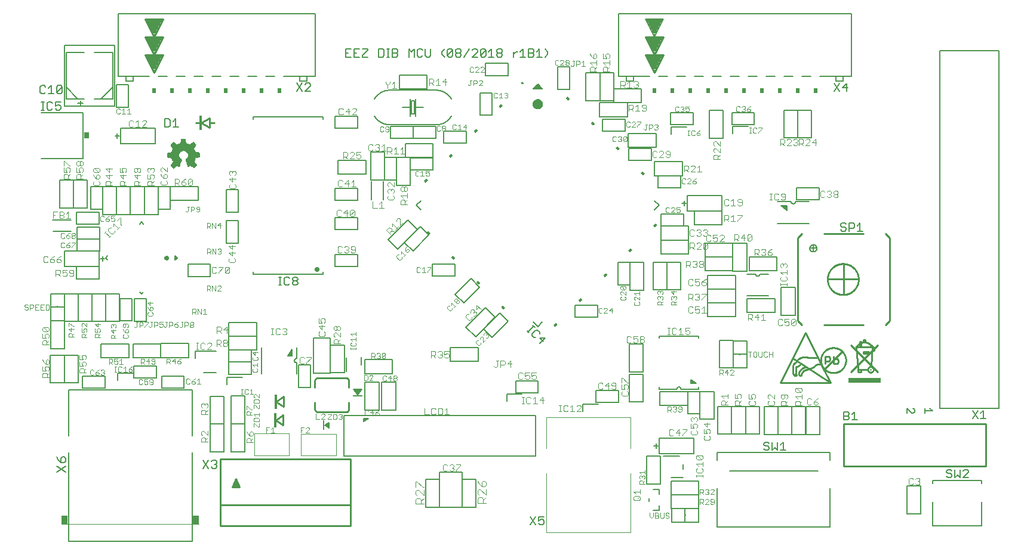
<source format=gto>
G75*
%MOIN*%
%OFA0B0*%
%FSLAX25Y25*%
%IPPOS*%
%LPD*%
%AMOC8*
5,1,8,0,0,1.08239X$1,22.5*
%
%ADD10R,0.01485X0.00015*%
%ADD11R,0.00045X0.00015*%
%ADD12R,0.00105X0.00015*%
%ADD13R,0.00165X0.00015*%
%ADD14R,0.00225X0.00015*%
%ADD15R,0.00285X0.00015*%
%ADD16R,0.00345X0.00015*%
%ADD17R,0.00405X0.00015*%
%ADD18R,0.00435X0.00015*%
%ADD19R,0.00465X0.00015*%
%ADD20R,0.00495X0.00015*%
%ADD21R,0.00540X0.00015*%
%ADD22R,0.00585X0.00015*%
%ADD23R,0.00645X0.00015*%
%ADD24R,0.00150X0.00015*%
%ADD25R,0.00675X0.00015*%
%ADD26R,0.00195X0.00015*%
%ADD27R,0.00705X0.00015*%
%ADD28R,0.00240X0.00015*%
%ADD29R,0.00735X0.00015*%
%ADD30R,0.00270X0.00015*%
%ADD31R,0.00765X0.00015*%
%ADD32R,0.00300X0.00015*%
%ADD33R,0.00810X0.00015*%
%ADD34R,0.00360X0.00015*%
%ADD35R,0.00855X0.00015*%
%ADD36R,0.00435X0.00015*%
%ADD37R,0.00915X0.00015*%
%ADD38R,0.00465X0.00015*%
%ADD39R,0.00945X0.00015*%
%ADD40R,0.00960X0.00015*%
%ADD41R,0.00525X0.00015*%
%ADD42R,0.00990X0.00015*%
%ADD43R,0.00555X0.00015*%
%ADD44R,0.01035X0.00015*%
%ADD45R,0.00600X0.00015*%
%ADD46R,0.01080X0.00015*%
%ADD47R,0.01125X0.00015*%
%ADD48R,0.01170X0.00015*%
%ADD49R,0.00720X0.00015*%
%ADD50R,0.01200X0.00015*%
%ADD51R,0.00750X0.00015*%
%ADD52R,0.01230X0.00015*%
%ADD53R,0.00780X0.00015*%
%ADD54R,0.01260X0.00015*%
%ADD55R,0.00810X0.00015*%
%ADD56R,0.01305X0.00015*%
%ADD57R,0.01365X0.00015*%
%ADD58R,0.00900X0.00015*%
%ADD59R,0.01395X0.00015*%
%ADD60R,0.01440X0.00015*%
%ADD61R,0.01470X0.00015*%
%ADD62R,0.01005X0.00015*%
%ADD63R,0.01500X0.00015*%
%ADD64R,0.01020X0.00015*%
%ADD65R,0.01530X0.00015*%
%ADD66R,0.01065X0.00015*%
%ADD67R,0.01575X0.00015*%
%ADD68R,0.01095X0.00015*%
%ADD69R,0.01635X0.00015*%
%ADD70R,0.01155X0.00015*%
%ADD71R,0.01680X0.00015*%
%ADD72R,0.01200X0.00015*%
%ADD73R,0.01710X0.00015*%
%ADD74R,0.01230X0.00015*%
%ADD75R,0.01725X0.00015*%
%ADD76R,0.01245X0.00015*%
%ADD77R,0.01755X0.00015*%
%ADD78R,0.01275X0.00015*%
%ADD79R,0.01800X0.00015*%
%ADD80R,0.01320X0.00015*%
%ADD81R,0.01860X0.00015*%
%ADD82R,0.01905X0.00015*%
%ADD83R,0.01410X0.00015*%
%ADD84R,0.01935X0.00015*%
%ADD85R,0.01455X0.00015*%
%ADD86R,0.01965X0.00015*%
%ADD87R,0.01485X0.00015*%
%ADD88R,0.01995X0.00015*%
%ADD89R,0.01515X0.00015*%
%ADD90R,0.02040X0.00015*%
%ADD91R,0.01530X0.00015*%
%ADD92R,0.02070X0.00015*%
%ADD93R,0.01575X0.00015*%
%ADD94R,0.02115X0.00015*%
%ADD95R,0.01620X0.00015*%
%ADD96R,0.02160X0.00015*%
%ADD97R,0.01665X0.00015*%
%ADD98R,0.02190X0.00015*%
%ADD99R,0.00075X0.00015*%
%ADD100R,0.01695X0.00015*%
%ADD101R,0.02220X0.00015*%
%ADD102R,0.00105X0.00015*%
%ADD103R,0.02235X0.00015*%
%ADD104R,0.00135X0.00015*%
%ADD105R,0.01755X0.00015*%
%ADD106R,0.02280X0.00015*%
%ADD107R,0.00180X0.00015*%
%ADD108R,0.01785X0.00015*%
%ADD109R,0.02340X0.00015*%
%ADD110R,0.00240X0.00015*%
%ADD111R,0.01830X0.00015*%
%ADD112R,0.02385X0.00015*%
%ADD113R,0.01890X0.00015*%
%ADD114R,0.02415X0.00015*%
%ADD115R,0.00330X0.00015*%
%ADD116R,0.00120X0.00015*%
%ADD117R,0.01920X0.00015*%
%ADD118R,0.02430X0.00015*%
%ADD119R,0.00375X0.00015*%
%ADD120R,0.02460X0.00015*%
%ADD121R,0.00405X0.00015*%
%ADD122R,0.00195X0.00015*%
%ADD123R,0.01965X0.00015*%
%ADD124R,0.02505X0.00015*%
%ADD125R,0.00210X0.00015*%
%ADD126R,0.02010X0.00015*%
%ADD127R,0.02535X0.00015*%
%ADD128R,0.00480X0.00015*%
%ADD129R,0.02580X0.00015*%
%ADD130R,0.00540X0.00015*%
%ADD131R,0.02085X0.00015*%
%ADD132R,0.02625X0.00015*%
%ADD133R,0.02130X0.00015*%
%ADD134R,0.02670X0.00015*%
%ADD135R,0.00630X0.00015*%
%ADD136R,0.02700X0.00015*%
%ADD137R,0.00660X0.00015*%
%ADD138R,0.00450X0.00015*%
%ADD139R,0.02190X0.00015*%
%ADD140R,0.02715X0.00015*%
%ADD141R,0.02205X0.00015*%
%ADD142R,0.02745X0.00015*%
%ADD143R,0.00510X0.00015*%
%ADD144R,0.02235X0.00015*%
%ADD145R,0.02775X0.00015*%
%ADD146R,0.02820X0.00015*%
%ADD147R,0.02310X0.00015*%
%ADD148R,0.02880X0.00015*%
%ADD149R,0.00855X0.00015*%
%ADD150R,0.02355X0.00015*%
%ADD151R,0.02895X0.00015*%
%ADD152R,0.00870X0.00015*%
%ADD153R,0.00660X0.00015*%
%ADD154R,0.02925X0.00015*%
%ADD155R,0.00690X0.00015*%
%ADD156R,0.02970X0.00015*%
%ADD157R,0.03000X0.00015*%
%ADD158R,0.00750X0.00015*%
%ADD159R,0.03045X0.00015*%
%ADD160R,0.01005X0.00015*%
%ADD161R,0.00780X0.00015*%
%ADD162R,0.02505X0.00015*%
%ADD163R,0.03090X0.00015*%
%ADD164R,0.01050X0.00015*%
%ADD165R,0.00825X0.00015*%
%ADD166R,0.02550X0.00015*%
%ADD167R,0.03135X0.00015*%
%ADD168R,0.01095X0.00015*%
%ADD169R,0.00870X0.00015*%
%ADD170R,0.03165X0.00015*%
%ADD171R,0.01125X0.00015*%
%ADD172R,0.02625X0.00015*%
%ADD173R,0.03195X0.00015*%
%ADD174R,0.01140X0.00015*%
%ADD175R,0.00930X0.00015*%
%ADD176R,0.02655X0.00015*%
%ADD177R,0.03210X0.00015*%
%ADD178R,0.00960X0.00015*%
%ADD179R,0.03240X0.00015*%
%ADD180R,0.02700X0.00015*%
%ADD181R,0.03285X0.00015*%
%ADD182R,0.01245X0.00015*%
%ADD183R,0.02745X0.00015*%
%ADD184R,0.03330X0.00015*%
%ADD185R,0.02790X0.00015*%
%ADD186R,0.03360X0.00015*%
%ADD187R,0.01110X0.00015*%
%ADD188R,0.02835X0.00015*%
%ADD189R,0.03390X0.00015*%
%ADD190R,0.01335X0.00015*%
%ADD191R,0.01140X0.00015*%
%ADD192R,0.02865X0.00015*%
%ADD193R,0.03420X0.00015*%
%ADD194R,0.01155X0.00015*%
%ADD195R,0.04905X0.00015*%
%ADD196R,0.04920X0.00015*%
%ADD197R,0.02940X0.00015*%
%ADD198R,0.04950X0.00015*%
%ADD199R,0.02985X0.00015*%
%ADD200R,0.04965X0.00015*%
%ADD201R,0.01275X0.00015*%
%ADD202R,0.03015X0.00015*%
%ADD203R,0.04980X0.00015*%
%ADD204R,0.03045X0.00015*%
%ADD205R,0.05010X0.00015*%
%ADD206R,0.01335X0.00015*%
%ADD207R,0.03075X0.00015*%
%ADD208R,0.01350X0.00015*%
%ADD209R,0.03105X0.00015*%
%ADD210R,0.05040X0.00015*%
%ADD211R,0.01380X0.00015*%
%ADD212R,0.05040X0.00015*%
%ADD213R,0.01410X0.00015*%
%ADD214R,0.03180X0.00015*%
%ADD215R,0.05070X0.00015*%
%ADD216R,0.03225X0.00015*%
%ADD217R,0.03255X0.00015*%
%ADD218R,0.05085X0.00015*%
%ADD219R,0.01515X0.00015*%
%ADD220R,0.03300X0.00015*%
%ADD221R,0.05100X0.00015*%
%ADD222R,0.04935X0.00015*%
%ADD223R,0.05115X0.00015*%
%ADD224R,0.04995X0.00015*%
%ADD225R,0.05130X0.00015*%
%ADD226R,0.05010X0.00015*%
%ADD227R,0.05130X0.00015*%
%ADD228R,0.05010X0.00015*%
%ADD229R,0.05025X0.00015*%
%ADD230R,0.05040X0.00015*%
%ADD231R,0.05055X0.00015*%
%ADD232R,0.05130X0.00015*%
%ADD233R,0.05085X0.00015*%
%ADD234R,0.05115X0.00015*%
%ADD235R,0.05145X0.00015*%
%ADD236R,0.05160X0.00015*%
%ADD237R,0.05130X0.00015*%
%ADD238R,0.05190X0.00015*%
%ADD239R,0.05190X0.00015*%
%ADD240R,0.05205X0.00015*%
%ADD241R,0.05220X0.00015*%
%ADD242R,0.05070X0.00015*%
%ADD243R,0.05085X0.00015*%
%ADD244R,0.05205X0.00015*%
%ADD245R,0.05220X0.00015*%
%ADD246R,0.05055X0.00015*%
%ADD247R,0.05025X0.00015*%
%ADD248R,0.05205X0.00015*%
%ADD249R,0.05025X0.00015*%
%ADD250R,0.05190X0.00015*%
%ADD251R,0.05190X0.00015*%
%ADD252R,0.04995X0.00015*%
%ADD253R,0.05175X0.00015*%
%ADD254R,0.04950X0.00015*%
%ADD255R,0.05145X0.00015*%
%ADD256R,0.05145X0.00015*%
%ADD257R,0.04920X0.00015*%
%ADD258R,0.04905X0.00015*%
%ADD259R,0.04905X0.00015*%
%ADD260R,0.05115X0.00015*%
%ADD261R,0.04890X0.00015*%
%ADD262R,0.04890X0.00015*%
%ADD263R,0.04875X0.00015*%
%ADD264R,0.04845X0.00015*%
%ADD265R,0.04830X0.00015*%
%ADD266R,0.04830X0.00015*%
%ADD267R,0.05070X0.00015*%
%ADD268R,0.04830X0.00015*%
%ADD269R,0.04815X0.00015*%
%ADD270R,0.04800X0.00015*%
%ADD271R,0.04800X0.00015*%
%ADD272R,0.05010X0.00015*%
%ADD273R,0.04785X0.00015*%
%ADD274R,0.04770X0.00015*%
%ADD275R,0.04770X0.00015*%
%ADD276R,0.04755X0.00015*%
%ADD277R,0.04740X0.00015*%
%ADD278R,0.04725X0.00015*%
%ADD279R,0.04725X0.00015*%
%ADD280R,0.04980X0.00015*%
%ADD281R,0.04710X0.00015*%
%ADD282R,0.04725X0.00015*%
%ADD283R,0.04710X0.00015*%
%ADD284R,0.04695X0.00015*%
%ADD285R,0.04680X0.00015*%
%ADD286R,0.04695X0.00015*%
%ADD287R,0.04680X0.00015*%
%ADD288R,0.04905X0.00015*%
%ADD289R,0.04665X0.00015*%
%ADD290R,0.04650X0.00015*%
%ADD291R,0.04635X0.00015*%
%ADD292R,0.04620X0.00015*%
%ADD293R,0.04620X0.00015*%
%ADD294R,0.04890X0.00015*%
%ADD295R,0.04605X0.00015*%
%ADD296R,0.04605X0.00015*%
%ADD297R,0.04590X0.00015*%
%ADD298R,0.04845X0.00015*%
%ADD299R,0.04575X0.00015*%
%ADD300R,0.04590X0.00015*%
%ADD301R,0.04575X0.00015*%
%ADD302R,0.04845X0.00015*%
%ADD303R,0.04560X0.00015*%
%ADD304R,0.04545X0.00015*%
%ADD305R,0.04530X0.00015*%
%ADD306R,0.04515X0.00015*%
%ADD307R,0.04530X0.00015*%
%ADD308R,0.04500X0.00015*%
%ADD309R,0.04515X0.00015*%
%ADD310R,0.04785X0.00015*%
%ADD311R,0.04485X0.00015*%
%ADD312R,0.04755X0.00015*%
%ADD313R,0.04470X0.00015*%
%ADD314R,0.04740X0.00015*%
%ADD315R,0.04485X0.00015*%
%ADD316R,0.04755X0.00015*%
%ADD317R,0.04545X0.00015*%
%ADD318R,0.04695X0.00015*%
%ADD319R,0.04680X0.00015*%
%ADD320R,0.04665X0.00015*%
%ADD321R,0.04725X0.00015*%
%ADD322R,0.04680X0.00015*%
%ADD323R,0.04860X0.00015*%
%ADD324R,0.04740X0.00015*%
%ADD325R,0.04875X0.00015*%
%ADD326R,0.04965X0.00015*%
%ADD327R,0.04860X0.00015*%
%ADD328R,0.04995X0.00015*%
%ADD329R,0.04875X0.00015*%
%ADD330R,0.04980X0.00015*%
%ADD331R,0.05235X0.00015*%
%ADD332R,0.05235X0.00015*%
%ADD333R,0.05250X0.00015*%
%ADD334R,0.05280X0.00015*%
%ADD335R,0.05295X0.00015*%
%ADD336R,0.05325X0.00015*%
%ADD337R,0.05340X0.00015*%
%ADD338R,0.05235X0.00015*%
%ADD339R,0.05355X0.00015*%
%ADD340R,0.05370X0.00015*%
%ADD341R,0.05265X0.00015*%
%ADD342R,0.05370X0.00015*%
%ADD343R,0.05280X0.00015*%
%ADD344R,0.05385X0.00015*%
%ADD345R,0.05295X0.00015*%
%ADD346R,0.05400X0.00015*%
%ADD347R,0.05415X0.00015*%
%ADD348R,0.05310X0.00015*%
%ADD349R,0.05430X0.00015*%
%ADD350R,0.05445X0.00015*%
%ADD351R,0.05460X0.00015*%
%ADD352R,0.05355X0.00015*%
%ADD353R,0.05475X0.00015*%
%ADD354R,0.05505X0.00015*%
%ADD355R,0.05520X0.00015*%
%ADD356R,0.05535X0.00015*%
%ADD357R,0.05550X0.00015*%
%ADD358R,0.05550X0.00015*%
%ADD359R,0.05475X0.00015*%
%ADD360R,0.05490X0.00015*%
%ADD361R,0.05475X0.00015*%
%ADD362R,0.05385X0.00015*%
%ADD363R,0.05370X0.00015*%
%ADD364R,0.05325X0.00015*%
%ADD365R,0.05310X0.00015*%
%ADD366R,0.05265X0.00015*%
%ADD367R,0.05175X0.00015*%
%ADD368R,0.04980X0.00015*%
%ADD369R,0.04965X0.00015*%
%ADD370R,0.04860X0.00015*%
%ADD371R,0.04845X0.00015*%
%ADD372R,0.04815X0.00015*%
%ADD373R,0.04770X0.00015*%
%ADD374R,0.05295X0.00015*%
%ADD375R,0.04635X0.00015*%
%ADD376R,0.05610X0.00015*%
%ADD377R,0.05700X0.00015*%
%ADD378R,0.05760X0.00015*%
%ADD379R,0.05805X0.00015*%
%ADD380R,0.05850X0.00015*%
%ADD381R,0.05895X0.00015*%
%ADD382R,0.06000X0.00015*%
%ADD383R,0.06135X0.00015*%
%ADD384R,0.06225X0.00015*%
%ADD385R,0.06300X0.00015*%
%ADD386R,0.06330X0.00015*%
%ADD387R,0.06375X0.00015*%
%ADD388R,0.06450X0.00015*%
%ADD389R,0.06570X0.00015*%
%ADD390R,0.05565X0.00015*%
%ADD391R,0.06690X0.00015*%
%ADD392R,0.06735X0.00015*%
%ADD393R,0.05790X0.00015*%
%ADD394R,0.06765X0.00015*%
%ADD395R,0.05850X0.00015*%
%ADD396R,0.06780X0.00015*%
%ADD397R,0.05895X0.00015*%
%ADD398R,0.06795X0.00015*%
%ADD399R,0.05955X0.00015*%
%ADD400R,0.06810X0.00015*%
%ADD401R,0.06060X0.00015*%
%ADD402R,0.06195X0.00015*%
%ADD403R,0.06825X0.00015*%
%ADD404R,0.06330X0.00015*%
%ADD405R,0.06840X0.00015*%
%ADD406R,0.06390X0.00015*%
%ADD407R,0.06495X0.00015*%
%ADD408R,0.06840X0.00015*%
%ADD409R,0.06555X0.00015*%
%ADD410R,0.06825X0.00015*%
%ADD411R,0.06645X0.00015*%
%ADD412R,0.06825X0.00015*%
%ADD413R,0.06705X0.00015*%
%ADD414R,0.06705X0.00015*%
%ADD415R,0.06810X0.00015*%
%ADD416R,0.06720X0.00015*%
%ADD417R,0.06795X0.00015*%
%ADD418R,0.06750X0.00015*%
%ADD419R,0.06765X0.00015*%
%ADD420R,0.06795X0.00015*%
%ADD421R,0.06780X0.00015*%
%ADD422R,0.06780X0.00015*%
%ADD423R,0.06750X0.00015*%
%ADD424R,0.06720X0.00015*%
%ADD425R,0.06720X0.00015*%
%ADD426R,0.06705X0.00015*%
%ADD427R,0.06705X0.00015*%
%ADD428R,0.06690X0.00015*%
%ADD429R,0.06675X0.00015*%
%ADD430R,0.06690X0.00015*%
%ADD431R,0.06675X0.00015*%
%ADD432R,0.06675X0.00015*%
%ADD433R,0.06660X0.00015*%
%ADD434R,0.06675X0.00015*%
%ADD435R,0.06660X0.00015*%
%ADD436R,0.06660X0.00015*%
%ADD437R,0.06645X0.00015*%
%ADD438R,0.06630X0.00015*%
%ADD439R,0.06660X0.00015*%
%ADD440R,0.06630X0.00015*%
%ADD441R,0.06645X0.00015*%
%ADD442R,0.06735X0.00015*%
%ADD443R,0.06765X0.00015*%
%ADD444R,0.06780X0.00015*%
%ADD445R,0.06825X0.00015*%
%ADD446R,0.06855X0.00015*%
%ADD447R,0.06855X0.00015*%
%ADD448R,0.06870X0.00015*%
%ADD449R,0.06885X0.00015*%
%ADD450R,0.06525X0.00015*%
%ADD451R,0.06405X0.00015*%
%ADD452R,0.06255X0.00015*%
%ADD453R,0.06165X0.00015*%
%ADD454R,0.06870X0.00015*%
%ADD455R,0.06120X0.00015*%
%ADD456R,0.06885X0.00015*%
%ADD457R,0.06060X0.00015*%
%ADD458R,0.06015X0.00015*%
%ADD459R,0.05910X0.00015*%
%ADD460R,0.05670X0.00015*%
%ADD461R,0.05595X0.00015*%
%ADD462R,0.06585X0.00015*%
%ADD463R,0.05160X0.00015*%
%ADD464R,0.06390X0.00015*%
%ADD465R,0.05025X0.00015*%
%ADD466R,0.06330X0.00015*%
%ADD467R,0.06075X0.00015*%
%ADD468R,0.05820X0.00015*%
%ADD469R,0.05775X0.00015*%
%ADD470R,0.05685X0.00015*%
%ADD471R,0.05460X0.00015*%
%ADD472R,0.04860X0.00015*%
%ADD473R,0.04935X0.00015*%
%ADD474R,0.05160X0.00015*%
%ADD475R,0.05325X0.00015*%
%ADD476R,0.05340X0.00015*%
%ADD477R,0.05355X0.00015*%
%ADD478R,0.05430X0.00015*%
%ADD479R,0.05535X0.00015*%
%ADD480R,0.05595X0.00015*%
%ADD481R,0.05640X0.00015*%
%ADD482R,0.05640X0.00015*%
%ADD483R,0.05670X0.00015*%
%ADD484R,0.05685X0.00015*%
%ADD485R,0.05700X0.00015*%
%ADD486R,0.05715X0.00015*%
%ADD487R,0.05715X0.00015*%
%ADD488R,0.05730X0.00015*%
%ADD489R,0.05745X0.00015*%
%ADD490R,0.05760X0.00015*%
%ADD491R,0.06000X0.00015*%
%ADD492R,0.06105X0.00015*%
%ADD493R,0.06180X0.00015*%
%ADD494R,0.06210X0.00015*%
%ADD495R,0.12690X0.00015*%
%ADD496R,0.12675X0.00015*%
%ADD497R,0.12660X0.00015*%
%ADD498R,0.12660X0.00015*%
%ADD499R,0.12645X0.00015*%
%ADD500R,0.12615X0.00015*%
%ADD501R,0.12600X0.00015*%
%ADD502R,0.12585X0.00015*%
%ADD503R,0.12555X0.00015*%
%ADD504R,0.12540X0.00015*%
%ADD505R,0.12525X0.00015*%
%ADD506R,0.12510X0.00015*%
%ADD507R,0.12510X0.00015*%
%ADD508R,0.12480X0.00015*%
%ADD509R,0.12450X0.00015*%
%ADD510R,0.12435X0.00015*%
%ADD511R,0.12420X0.00015*%
%ADD512R,0.12390X0.00015*%
%ADD513R,0.12375X0.00015*%
%ADD514R,0.12360X0.00015*%
%ADD515R,0.12330X0.00015*%
%ADD516R,0.12300X0.00015*%
%ADD517R,0.12285X0.00015*%
%ADD518R,0.12270X0.00015*%
%ADD519R,0.12255X0.00015*%
%ADD520R,0.12240X0.00015*%
%ADD521R,0.12225X0.00015*%
%ADD522R,0.12195X0.00015*%
%ADD523R,0.12165X0.00015*%
%ADD524R,0.12150X0.00015*%
%ADD525R,0.12135X0.00015*%
%ADD526R,0.12120X0.00015*%
%ADD527R,0.12090X0.00015*%
%ADD528R,0.12075X0.00015*%
%ADD529R,0.12060X0.00015*%
%ADD530R,0.12045X0.00015*%
%ADD531R,0.12015X0.00015*%
%ADD532R,0.12000X0.00015*%
%ADD533R,0.11985X0.00015*%
%ADD534R,0.11955X0.00015*%
%ADD535R,0.11940X0.00015*%
%ADD536R,0.11925X0.00015*%
%ADD537R,0.11910X0.00015*%
%ADD538R,0.11910X0.00015*%
%ADD539R,0.11880X0.00015*%
%ADD540R,0.11850X0.00015*%
%ADD541R,0.11835X0.00015*%
%ADD542R,0.11805X0.00015*%
%ADD543R,0.11775X0.00015*%
%ADD544R,0.11760X0.00015*%
%ADD545R,0.11745X0.00015*%
%ADD546R,0.11730X0.00015*%
%ADD547R,0.11700X0.00015*%
%ADD548R,0.11700X0.00015*%
%ADD549R,0.11685X0.00015*%
%ADD550R,0.11655X0.00015*%
%ADD551R,0.11640X0.00015*%
%ADD552R,0.11625X0.00015*%
%ADD553R,0.11625X0.00015*%
%ADD554R,0.11670X0.00015*%
%ADD555R,0.11715X0.00015*%
%ADD556R,0.11790X0.00015*%
%ADD557R,0.11820X0.00015*%
%ADD558R,0.11820X0.00015*%
%ADD559R,0.11880X0.00015*%
%ADD560R,0.11895X0.00015*%
%ADD561R,0.11970X0.00015*%
%ADD562R,0.12045X0.00015*%
%ADD563R,0.12075X0.00015*%
%ADD564R,0.12105X0.00015*%
%ADD565R,0.12135X0.00015*%
%ADD566R,0.12165X0.00015*%
%ADD567R,0.12180X0.00015*%
%ADD568R,0.12195X0.00015*%
%ADD569R,0.12210X0.00015*%
%ADD570R,0.12225X0.00015*%
%ADD571R,0.12255X0.00015*%
%ADD572R,0.12360X0.00015*%
%ADD573R,0.12390X0.00015*%
%ADD574R,0.12405X0.00015*%
%ADD575R,0.12435X0.00015*%
%ADD576R,0.12480X0.00015*%
%ADD577R,0.12480X0.00015*%
%ADD578R,0.12510X0.00015*%
%ADD579R,0.12570X0.00015*%
%ADD580R,0.12630X0.00015*%
%ADD581R,0.12675X0.00015*%
%ADD582R,0.12705X0.00015*%
%ADD583R,0.12735X0.00015*%
%ADD584R,0.12750X0.00015*%
%ADD585R,0.12780X0.00015*%
%ADD586R,0.12795X0.00015*%
%ADD587R,0.12810X0.00015*%
%ADD588R,0.12840X0.00015*%
%ADD589R,0.12855X0.00015*%
%ADD590R,0.12885X0.00015*%
%ADD591R,0.12900X0.00015*%
%ADD592R,0.12915X0.00015*%
%ADD593R,0.12945X0.00015*%
%ADD594R,0.12960X0.00015*%
%ADD595R,0.12990X0.00015*%
%ADD596R,0.13005X0.00015*%
%ADD597R,0.13020X0.00015*%
%ADD598R,0.13035X0.00015*%
%ADD599R,0.13065X0.00015*%
%ADD600R,0.13080X0.00015*%
%ADD601R,0.13110X0.00015*%
%ADD602R,0.13125X0.00015*%
%ADD603R,0.13155X0.00015*%
%ADD604R,0.13170X0.00015*%
%ADD605R,0.13200X0.00015*%
%ADD606R,0.13230X0.00015*%
%ADD607R,0.13260X0.00015*%
%ADD608R,0.13290X0.00015*%
%ADD609R,0.13320X0.00015*%
%ADD610R,0.13350X0.00015*%
%ADD611R,0.13365X0.00015*%
%ADD612R,0.13395X0.00015*%
%ADD613R,0.13425X0.00015*%
%ADD614R,0.13455X0.00015*%
%ADD615R,0.13470X0.00015*%
%ADD616R,0.13500X0.00015*%
%ADD617R,0.13530X0.00015*%
%ADD618R,0.13560X0.00015*%
%ADD619R,0.13575X0.00015*%
%ADD620R,0.13605X0.00015*%
%ADD621R,0.13635X0.00015*%
%ADD622R,0.13650X0.00015*%
%ADD623R,0.13680X0.00015*%
%ADD624R,0.13695X0.00015*%
%ADD625R,0.13725X0.00015*%
%ADD626R,0.13740X0.00015*%
%ADD627R,0.13770X0.00015*%
%ADD628R,0.13785X0.00015*%
%ADD629R,0.13800X0.00015*%
%ADD630R,0.13830X0.00015*%
%ADD631R,0.13860X0.00015*%
%ADD632R,0.13875X0.00015*%
%ADD633R,0.13905X0.00015*%
%ADD634R,0.13935X0.00015*%
%ADD635R,0.13950X0.00015*%
%ADD636R,0.13980X0.00015*%
%ADD637R,0.14010X0.00015*%
%ADD638R,0.14025X0.00015*%
%ADD639R,0.14055X0.00015*%
%ADD640R,0.14070X0.00015*%
%ADD641R,0.14085X0.00015*%
%ADD642R,0.14115X0.00015*%
%ADD643R,0.14145X0.00015*%
%ADD644R,0.14160X0.00015*%
%ADD645R,0.14190X0.00015*%
%ADD646R,0.14205X0.00015*%
%ADD647R,0.14220X0.00015*%
%ADD648R,0.14235X0.00015*%
%ADD649R,0.14265X0.00015*%
%ADD650R,0.14280X0.00015*%
%ADD651R,0.14295X0.00015*%
%ADD652R,0.14295X0.00015*%
%ADD653R,0.14250X0.00015*%
%ADD654R,0.14205X0.00015*%
%ADD655R,0.14175X0.00015*%
%ADD656R,0.14160X0.00015*%
%ADD657R,0.14130X0.00015*%
%ADD658R,0.14100X0.00015*%
%ADD659R,0.14040X0.00015*%
%ADD660R,0.14010X0.00015*%
%ADD661R,0.03465X0.00015*%
%ADD662R,0.10440X0.00015*%
%ADD663R,0.03420X0.00015*%
%ADD664R,0.10395X0.00015*%
%ADD665R,0.03375X0.00015*%
%ADD666R,0.10335X0.00015*%
%ADD667R,0.03570X0.00015*%
%ADD668R,0.06600X0.00015*%
%ADD669R,0.03525X0.00015*%
%ADD670R,0.03270X0.00015*%
%ADD671R,0.03495X0.00015*%
%ADD672R,0.03210X0.00015*%
%ADD673R,0.06480X0.00015*%
%ADD674R,0.03435X0.00015*%
%ADD675R,0.03165X0.00015*%
%ADD676R,0.03390X0.00015*%
%ADD677R,0.03120X0.00015*%
%ADD678R,0.06315X0.00015*%
%ADD679R,0.03345X0.00015*%
%ADD680R,0.03090X0.00015*%
%ADD681R,0.03075X0.00015*%
%ADD682R,0.06225X0.00015*%
%ADD683R,0.03270X0.00015*%
%ADD684R,0.06180X0.00015*%
%ADD685R,0.02970X0.00015*%
%ADD686R,0.06075X0.00015*%
%ADD687R,0.03195X0.00015*%
%ADD688R,0.02925X0.00015*%
%ADD689R,0.05985X0.00015*%
%ADD690R,0.03135X0.00015*%
%ADD691R,0.02850X0.00015*%
%ADD692R,0.05835X0.00015*%
%ADD693R,0.03030X0.00015*%
%ADD694R,0.02805X0.00015*%
%ADD695R,0.02730X0.00015*%
%ADD696R,0.05625X0.00015*%
%ADD697R,0.02925X0.00015*%
%ADD698R,0.02640X0.00015*%
%ADD699R,0.02595X0.00015*%
%ADD700R,0.02565X0.00015*%
%ADD701R,0.02760X0.00015*%
%ADD702R,0.02520X0.00015*%
%ADD703R,0.02730X0.00015*%
%ADD704R,0.02475X0.00015*%
%ADD705R,0.02685X0.00015*%
%ADD706R,0.02445X0.00015*%
%ADD707R,0.02400X0.00015*%
%ADD708R,0.02370X0.00015*%
%ADD709R,0.02565X0.00015*%
%ADD710R,0.02340X0.00015*%
%ADD711R,0.02325X0.00015*%
%ADD712R,0.02505X0.00015*%
%ADD713R,0.02280X0.00015*%
%ADD714R,0.02460X0.00015*%
%ADD715R,0.04560X0.00015*%
%ADD716R,0.02190X0.00015*%
%ADD717R,0.04440X0.00015*%
%ADD718R,0.02370X0.00015*%
%ADD719R,0.02145X0.00015*%
%ADD720R,0.04365X0.00015*%
%ADD721R,0.04320X0.00015*%
%ADD722R,0.02310X0.00015*%
%ADD723R,0.02100X0.00015*%
%ADD724R,0.04260X0.00015*%
%ADD725R,0.04200X0.00015*%
%ADD726R,0.02265X0.00015*%
%ADD727R,0.02040X0.00015*%
%ADD728R,0.04095X0.00015*%
%ADD729R,0.02220X0.00015*%
%ADD730R,0.03915X0.00015*%
%ADD731R,0.02175X0.00015*%
%ADD732R,0.03765X0.00015*%
%ADD733R,0.03675X0.00015*%
%ADD734R,0.01890X0.00015*%
%ADD735R,0.03615X0.00015*%
%ADD736R,0.02055X0.00015*%
%ADD737R,0.01860X0.00015*%
%ADD738R,0.03555X0.00015*%
%ADD739R,0.01815X0.00015*%
%ADD740R,0.03450X0.00015*%
%ADD741R,0.01725X0.00015*%
%ADD742R,0.03315X0.00015*%
%ADD743R,0.01905X0.00015*%
%ADD744R,0.01680X0.00015*%
%ADD745R,0.01650X0.00015*%
%ADD746R,0.01620X0.00015*%
%ADD747R,0.01590X0.00015*%
%ADD748R,0.01770X0.00015*%
%ADD749R,0.01560X0.00015*%
%ADD750R,0.03240X0.00015*%
%ADD751R,0.01740X0.00015*%
%ADD752R,0.01665X0.00015*%
%ADD753R,0.01455X0.00015*%
%ADD754R,0.01635X0.00015*%
%ADD755R,0.01410X0.00015*%
%ADD756R,0.01395X0.00015*%
%ADD757R,0.01365X0.00015*%
%ADD758R,0.01335X0.00015*%
%ADD759R,0.01290X0.00015*%
%ADD760R,0.03210X0.00015*%
%ADD761R,0.01455X0.00015*%
%ADD762R,0.01185X0.00015*%
%ADD763R,0.01290X0.00015*%
%ADD764R,0.01110X0.00015*%
%ADD765R,0.01260X0.00015*%
%ADD766R,0.03180X0.00015*%
%ADD767R,0.00975X0.00015*%
%ADD768R,0.03150X0.00015*%
%ADD769R,0.00885X0.00015*%
%ADD770R,0.03150X0.00015*%
%ADD771R,0.01050X0.00015*%
%ADD772R,0.00795X0.00015*%
%ADD773R,0.00885X0.00015*%
%ADD774R,0.00690X0.00015*%
%ADD775R,0.00840X0.00015*%
%ADD776R,0.00570X0.00015*%
%ADD777R,0.00525X0.00015*%
%ADD778R,0.03105X0.00015*%
%ADD779R,0.00660X0.00015*%
%ADD780R,0.00615X0.00015*%
%ADD781R,0.00420X0.00015*%
%ADD782R,0.00555X0.00015*%
%ADD783R,0.00390X0.00015*%
%ADD784R,0.00525X0.00015*%
%ADD785R,0.00360X0.00015*%
%ADD786R,0.00495X0.00015*%
%ADD787R,0.03075X0.00015*%
%ADD788R,0.00450X0.00015*%
%ADD789R,0.00225X0.00015*%
%ADD790R,0.00345X0.00015*%
%ADD791R,0.00255X0.00015*%
%ADD792R,0.03060X0.00015*%
%ADD793R,0.00180X0.00015*%
%ADD794R,0.00075X0.00015*%
%ADD795R,0.03000X0.00015*%
%ADD796R,0.02955X0.00015*%
%ADD797R,0.02940X0.00015*%
%ADD798R,0.02940X0.00015*%
%ADD799R,0.02910X0.00015*%
%ADD800R,0.02910X0.00015*%
%ADD801R,0.02865X0.00015*%
%ADD802R,0.02805X0.00015*%
%ADD803R,0.02775X0.00015*%
%ADD804R,0.02760X0.00015*%
%ADD805R,0.02655X0.00015*%
%ADD806R,0.02640X0.00015*%
%ADD807R,0.02610X0.00015*%
%ADD808R,0.02595X0.00015*%
%ADD809R,0.02535X0.00015*%
%ADD810R,0.02475X0.00015*%
%ADD811R,0.02175X0.00015*%
%ADD812R,0.01575X0.00015*%
%ADD813C,0.00500*%
%ADD814C,0.01000*%
%ADD815R,0.18000X0.03000*%
%ADD816C,0.00600*%
%ADD817C,0.00400*%
%ADD818C,0.00100*%
%ADD819C,0.00300*%
%ADD820R,0.01181X0.08268*%
%ADD821C,0.00800*%
%ADD822R,0.03000X0.03400*%
%ADD823R,0.09000X0.02000*%
%ADD824R,0.07000X0.02000*%
%ADD825R,0.05000X0.02000*%
%ADD826R,0.03000X0.02000*%
%ADD827R,0.01000X0.01000*%
%ADD828R,0.02000X0.03000*%
%ADD829R,0.00787X0.00787*%
%ADD830C,0.00039*%
%ADD831R,0.03642X0.04500*%
%ADD832R,0.05512X0.00787*%
%ADD833R,0.00787X0.05512*%
%ADD834C,0.00200*%
D10*
X0118240Y0355248D03*
D11*
X0115349Y0349538D03*
X0123555Y0350408D03*
X0126735Y0349703D03*
D12*
X0115349Y0349553D03*
D13*
X0115349Y0349568D03*
D14*
X0115349Y0349583D03*
D15*
X0115349Y0349598D03*
X0115440Y0363983D03*
D16*
X0115349Y0349613D03*
X0123599Y0350498D03*
D17*
X0123614Y0350513D03*
X0115349Y0349628D03*
D18*
X0115349Y0349643D03*
D19*
X0115349Y0349658D03*
D20*
X0115349Y0349673D03*
X0126735Y0349838D03*
D21*
X0115357Y0349688D03*
D22*
X0115364Y0349703D03*
X0118379Y0350513D03*
X0123690Y0350603D03*
D23*
X0123705Y0350618D03*
X0126720Y0349898D03*
X0115364Y0349718D03*
D24*
X0123547Y0350438D03*
X0126742Y0349718D03*
D25*
X0126720Y0349913D03*
X0118349Y0350558D03*
X0115364Y0349733D03*
D26*
X0126735Y0349733D03*
D27*
X0123735Y0350663D03*
X0118335Y0350573D03*
X0115364Y0349748D03*
D28*
X0126742Y0349748D03*
D29*
X0115365Y0349763D03*
D30*
X0123577Y0350483D03*
X0126742Y0349763D03*
D31*
X0118319Y0350588D03*
X0115365Y0349778D03*
D32*
X0118477Y0350408D03*
X0126742Y0349778D03*
X0126367Y0364028D03*
D33*
X0115372Y0349793D03*
D34*
X0126742Y0349793D03*
D35*
X0126705Y0349988D03*
X0115379Y0349808D03*
D36*
X0118439Y0350468D03*
X0123630Y0350528D03*
X0126734Y0349808D03*
D37*
X0123794Y0350738D03*
X0118259Y0350663D03*
X0115379Y0349823D03*
X0115470Y0363728D03*
D38*
X0115454Y0363908D03*
X0126734Y0349823D03*
D39*
X0126705Y0350018D03*
X0118244Y0350678D03*
X0115379Y0349838D03*
X0126344Y0363788D03*
X0120764Y0365903D03*
D40*
X0115387Y0349853D03*
D41*
X0126735Y0349853D03*
D42*
X0126697Y0350033D03*
X0123817Y0350783D03*
X0115387Y0349868D03*
X0126337Y0363773D03*
D43*
X0126735Y0349868D03*
D44*
X0115395Y0349883D03*
D45*
X0126727Y0349883D03*
X0115462Y0363863D03*
D46*
X0126337Y0363728D03*
X0123847Y0350813D03*
X0115387Y0349898D03*
D47*
X0115395Y0349913D03*
D48*
X0115402Y0349928D03*
X0118177Y0350768D03*
X0123877Y0350873D03*
X0126322Y0363698D03*
D49*
X0126352Y0363878D03*
X0126712Y0349928D03*
D50*
X0115402Y0349943D03*
D51*
X0126712Y0349943D03*
D52*
X0115402Y0349958D03*
X0115492Y0363608D03*
X0126322Y0363683D03*
D53*
X0126352Y0363848D03*
X0126712Y0349958D03*
D54*
X0115402Y0349973D03*
D55*
X0118297Y0350603D03*
X0126712Y0349973D03*
X0126352Y0363833D03*
D56*
X0123930Y0350933D03*
X0115410Y0349988D03*
D57*
X0115410Y0350003D03*
X0118110Y0350858D03*
X0126674Y0350198D03*
D58*
X0126697Y0350003D03*
X0118267Y0350648D03*
D59*
X0115410Y0350018D03*
D60*
X0115417Y0350033D03*
D61*
X0115417Y0350048D03*
X0123967Y0351023D03*
D62*
X0126689Y0350048D03*
D63*
X0115417Y0350063D03*
X0115507Y0363503D03*
X0126307Y0363578D03*
D64*
X0126337Y0363758D03*
X0115477Y0363698D03*
X0126697Y0350063D03*
D65*
X0115417Y0350078D03*
D66*
X0126689Y0350078D03*
D67*
X0115424Y0350093D03*
D68*
X0126689Y0350093D03*
D69*
X0115424Y0350108D03*
D70*
X0126689Y0350108D03*
D71*
X0115432Y0350123D03*
D72*
X0118177Y0350783D03*
X0123892Y0350888D03*
X0126682Y0350123D03*
D73*
X0115432Y0350138D03*
D74*
X0126682Y0350138D03*
D75*
X0126645Y0350348D03*
X0115439Y0350153D03*
D76*
X0126674Y0350153D03*
D77*
X0115439Y0350168D03*
D78*
X0118139Y0350813D03*
X0126674Y0350168D03*
D79*
X0115432Y0350183D03*
X0126292Y0363458D03*
D80*
X0126322Y0363638D03*
X0126667Y0350183D03*
X0118132Y0350828D03*
D81*
X0115447Y0350198D03*
D82*
X0115454Y0350213D03*
X0115530Y0363338D03*
D83*
X0126667Y0350213D03*
D84*
X0126630Y0350438D03*
X0115454Y0350228D03*
X0115530Y0363323D03*
X0120945Y0365873D03*
D85*
X0123960Y0351008D03*
X0126660Y0350228D03*
D86*
X0115454Y0350243D03*
D87*
X0126659Y0350243D03*
D88*
X0115454Y0350258D03*
X0115530Y0363308D03*
D89*
X0126659Y0350258D03*
D90*
X0126622Y0350483D03*
X0115462Y0350273D03*
X0126277Y0363368D03*
D91*
X0126307Y0363563D03*
X0126652Y0350273D03*
D92*
X0115462Y0350288D03*
X0115537Y0363278D03*
D93*
X0126660Y0350288D03*
D94*
X0115470Y0350303D03*
D95*
X0126652Y0350303D03*
D96*
X0126607Y0350528D03*
X0115477Y0350318D03*
D97*
X0126645Y0350318D03*
D98*
X0115477Y0350333D03*
D99*
X0118529Y0350333D03*
D100*
X0126645Y0350333D03*
D101*
X0115477Y0350348D03*
D102*
X0118530Y0350348D03*
D103*
X0115484Y0350363D03*
X0115545Y0363203D03*
X0120960Y0365828D03*
D104*
X0118530Y0350363D03*
D105*
X0126644Y0350363D03*
D106*
X0126592Y0350588D03*
X0115492Y0350378D03*
D107*
X0118507Y0350378D03*
D108*
X0126644Y0350378D03*
X0115514Y0363398D03*
D109*
X0115492Y0350393D03*
D110*
X0118492Y0350393D03*
D111*
X0126637Y0350393D03*
X0126292Y0363443D03*
D112*
X0126585Y0350633D03*
X0115499Y0350408D03*
D113*
X0126637Y0350408D03*
D114*
X0126585Y0350648D03*
X0115499Y0350423D03*
X0126240Y0363203D03*
D115*
X0115447Y0363968D03*
X0118462Y0350423D03*
D116*
X0123547Y0350423D03*
X0115447Y0364013D03*
D117*
X0126637Y0350423D03*
D118*
X0126577Y0350663D03*
X0115507Y0350438D03*
X0120952Y0365753D03*
D119*
X0118454Y0350438D03*
D120*
X0115507Y0350453D03*
X0126577Y0350678D03*
D121*
X0118454Y0350453D03*
D122*
X0123554Y0350453D03*
D123*
X0126630Y0350453D03*
X0126284Y0363398D03*
D124*
X0115514Y0350468D03*
D125*
X0123562Y0350468D03*
D126*
X0126622Y0350468D03*
X0126277Y0363383D03*
D127*
X0126224Y0363158D03*
X0120945Y0365498D03*
X0120945Y0365513D03*
X0120945Y0365528D03*
X0120945Y0365558D03*
X0115515Y0350483D03*
D128*
X0118432Y0350483D03*
X0123637Y0350558D03*
X0126367Y0363968D03*
D129*
X0126217Y0363128D03*
X0120952Y0365423D03*
X0126562Y0350723D03*
X0115522Y0350498D03*
D130*
X0118402Y0350498D03*
X0123667Y0350588D03*
D131*
X0126614Y0350498D03*
X0126270Y0363338D03*
D132*
X0115529Y0350513D03*
D133*
X0126607Y0350513D03*
X0126262Y0363323D03*
X0115537Y0363248D03*
D134*
X0115597Y0363008D03*
X0120937Y0365213D03*
X0120937Y0365228D03*
X0126547Y0350768D03*
X0115537Y0350528D03*
D135*
X0118372Y0350528D03*
X0115462Y0363848D03*
D136*
X0120937Y0365093D03*
X0115537Y0350543D03*
D137*
X0118357Y0350543D03*
D138*
X0123637Y0350543D03*
D139*
X0126607Y0350543D03*
D140*
X0115544Y0350558D03*
X0120944Y0364988D03*
X0120944Y0365003D03*
X0120944Y0365018D03*
X0120944Y0365033D03*
X0120944Y0365048D03*
D141*
X0126599Y0350558D03*
D142*
X0115544Y0350573D03*
X0120944Y0364913D03*
D143*
X0123652Y0350573D03*
D144*
X0126599Y0350573D03*
D145*
X0115545Y0350588D03*
X0115604Y0362978D03*
X0126195Y0363053D03*
D146*
X0120937Y0364748D03*
X0120937Y0364763D03*
X0115612Y0362948D03*
X0115552Y0350603D03*
D147*
X0126592Y0350603D03*
D148*
X0126532Y0350858D03*
X0115552Y0350618D03*
X0115612Y0362918D03*
X0120937Y0364538D03*
X0120937Y0364553D03*
X0120937Y0364568D03*
X0120937Y0364583D03*
X0120937Y0364598D03*
X0120937Y0364613D03*
X0120937Y0364628D03*
X0126187Y0363008D03*
D149*
X0118274Y0350618D03*
D150*
X0126585Y0350618D03*
D151*
X0126524Y0350873D03*
X0115560Y0350633D03*
D152*
X0118267Y0350633D03*
D153*
X0123712Y0350633D03*
X0115462Y0363833D03*
D154*
X0115560Y0350648D03*
D155*
X0123727Y0350648D03*
D156*
X0115567Y0350663D03*
D157*
X0115567Y0350678D03*
X0120922Y0364178D03*
X0120922Y0364208D03*
X0120922Y0364223D03*
X0126172Y0362963D03*
D158*
X0126352Y0363863D03*
X0115462Y0363803D03*
X0123742Y0350678D03*
D159*
X0115574Y0350693D03*
D160*
X0118230Y0350693D03*
D161*
X0123757Y0350693D03*
D162*
X0126569Y0350693D03*
D163*
X0115582Y0350708D03*
X0120937Y0363938D03*
X0120937Y0363953D03*
X0120937Y0363968D03*
D164*
X0115477Y0363683D03*
X0118207Y0350708D03*
X0123832Y0350798D03*
D165*
X0123779Y0350708D03*
X0115470Y0363773D03*
D166*
X0120952Y0365483D03*
X0126562Y0350708D03*
D167*
X0126495Y0350978D03*
X0115589Y0350723D03*
X0120930Y0363773D03*
X0120930Y0363788D03*
X0120930Y0363803D03*
X0120930Y0363818D03*
X0120930Y0363833D03*
D168*
X0118199Y0350723D03*
D169*
X0123787Y0350723D03*
X0115462Y0363758D03*
D170*
X0120915Y0363713D03*
X0120915Y0363698D03*
X0115589Y0350738D03*
D171*
X0118199Y0350738D03*
X0115485Y0363653D03*
X0126329Y0363713D03*
D172*
X0126210Y0363113D03*
X0120945Y0365318D03*
X0120945Y0365333D03*
X0120945Y0365348D03*
X0115589Y0363038D03*
X0126554Y0350738D03*
D173*
X0115589Y0350753D03*
D174*
X0118192Y0350753D03*
D175*
X0123802Y0350753D03*
D176*
X0126555Y0350753D03*
X0120944Y0365258D03*
X0120944Y0365273D03*
X0120944Y0365288D03*
D177*
X0115597Y0350768D03*
D178*
X0123802Y0350768D03*
D179*
X0115597Y0350783D03*
D180*
X0126547Y0350783D03*
X0120937Y0365063D03*
X0120937Y0365078D03*
X0120937Y0365108D03*
X0120937Y0365123D03*
D181*
X0120929Y0363428D03*
X0115605Y0350798D03*
D182*
X0118155Y0350798D03*
X0123899Y0350903D03*
D183*
X0126539Y0350798D03*
D184*
X0115612Y0350813D03*
X0115657Y0362723D03*
D185*
X0120937Y0364808D03*
X0120937Y0364823D03*
X0126532Y0350813D03*
D186*
X0115612Y0350828D03*
X0120937Y0363398D03*
D187*
X0123862Y0350828D03*
D188*
X0126524Y0350828D03*
X0126195Y0363023D03*
X0120930Y0364718D03*
X0120930Y0364733D03*
D189*
X0115612Y0350843D03*
D190*
X0118124Y0350843D03*
D191*
X0123862Y0350843D03*
D192*
X0126524Y0350843D03*
X0120930Y0364643D03*
D193*
X0115612Y0350858D03*
D194*
X0123870Y0350858D03*
X0115485Y0363638D03*
D195*
X0116519Y0355268D03*
X0116760Y0354998D03*
X0116730Y0351923D03*
X0116339Y0350873D03*
X0125054Y0352613D03*
X0125069Y0352583D03*
X0125669Y0351053D03*
D196*
X0125152Y0352433D03*
X0125137Y0352463D03*
X0125137Y0352478D03*
X0125122Y0352508D03*
X0125077Y0354938D03*
X0125062Y0358703D03*
X0125047Y0358718D03*
X0125032Y0358733D03*
X0116512Y0358373D03*
X0116767Y0354983D03*
X0116782Y0354968D03*
X0116677Y0351848D03*
X0116662Y0351818D03*
X0116647Y0351788D03*
X0116332Y0350888D03*
D197*
X0126517Y0350888D03*
D198*
X0125677Y0351083D03*
X0125167Y0352403D03*
X0124642Y0353798D03*
X0125017Y0358763D03*
X0116857Y0358748D03*
X0116797Y0354938D03*
X0116812Y0354923D03*
X0117307Y0353633D03*
X0117307Y0353618D03*
X0116632Y0351758D03*
X0116332Y0350903D03*
D199*
X0126509Y0350903D03*
X0120929Y0364238D03*
D200*
X0116880Y0358778D03*
X0116865Y0358763D03*
X0116474Y0355283D03*
X0116610Y0351728D03*
X0116610Y0351713D03*
X0116324Y0350918D03*
X0124634Y0353813D03*
X0125174Y0352388D03*
X0125189Y0352373D03*
X0125684Y0351098D03*
X0124995Y0358778D03*
D201*
X0123914Y0350918D03*
D202*
X0126494Y0350918D03*
X0115635Y0362873D03*
D203*
X0116482Y0358358D03*
X0116827Y0354908D03*
X0116602Y0351698D03*
X0116587Y0351668D03*
X0116317Y0350933D03*
X0125197Y0352358D03*
X0125212Y0352328D03*
X0125212Y0352313D03*
X0125227Y0352298D03*
D204*
X0126494Y0350933D03*
X0126164Y0362933D03*
X0120929Y0364088D03*
X0120929Y0364103D03*
X0120929Y0364118D03*
X0115635Y0362858D03*
D205*
X0116902Y0358823D03*
X0125002Y0354848D03*
X0125302Y0352163D03*
X0116317Y0350963D03*
X0116317Y0350948D03*
D206*
X0123930Y0350948D03*
D207*
X0126495Y0350948D03*
D208*
X0123937Y0350963D03*
X0126322Y0363623D03*
D209*
X0120930Y0363848D03*
X0120930Y0363863D03*
X0120930Y0363878D03*
X0120930Y0363908D03*
X0120930Y0363923D03*
X0126495Y0350963D03*
D210*
X0125332Y0352103D03*
X0125317Y0352118D03*
X0116497Y0351518D03*
X0116497Y0351503D03*
X0116482Y0351488D03*
X0116317Y0350978D03*
X0116917Y0358838D03*
X0116932Y0358853D03*
D211*
X0123937Y0350978D03*
D212*
X0116317Y0350993D03*
D213*
X0123952Y0350993D03*
D214*
X0126487Y0350993D03*
D215*
X0116467Y0351458D03*
X0116317Y0351023D03*
X0116317Y0351008D03*
D216*
X0126479Y0351008D03*
X0126149Y0362873D03*
X0120914Y0363533D03*
X0120914Y0363548D03*
X0120914Y0363563D03*
X0120914Y0363578D03*
D217*
X0120914Y0363473D03*
X0115649Y0362768D03*
X0126464Y0351023D03*
D218*
X0116324Y0351038D03*
X0116924Y0354788D03*
D219*
X0123974Y0351038D03*
D220*
X0126457Y0351038D03*
X0126142Y0362828D03*
X0115657Y0362738D03*
D221*
X0124882Y0358913D03*
X0124942Y0354758D03*
X0124642Y0353978D03*
X0124642Y0353963D03*
X0124642Y0353948D03*
X0124642Y0353933D03*
X0125437Y0351923D03*
X0125437Y0351908D03*
X0125452Y0351878D03*
X0117292Y0353828D03*
X0116932Y0354773D03*
X0116437Y0351398D03*
X0116437Y0351383D03*
X0116422Y0351368D03*
X0116422Y0351353D03*
X0116317Y0351068D03*
X0116317Y0351053D03*
D222*
X0116639Y0351773D03*
X0116654Y0351803D03*
X0116669Y0351833D03*
X0116789Y0354953D03*
X0124634Y0353783D03*
X0125054Y0354908D03*
X0125069Y0354923D03*
X0125145Y0352448D03*
X0125160Y0352418D03*
X0125669Y0351068D03*
X0125130Y0358658D03*
X0125024Y0358748D03*
X0120930Y0363128D03*
D223*
X0116324Y0351113D03*
X0116324Y0351098D03*
X0116324Y0351083D03*
D224*
X0117299Y0353678D03*
X0117299Y0353708D03*
X0125235Y0352283D03*
X0125249Y0352268D03*
X0125264Y0352253D03*
X0125264Y0352238D03*
X0125685Y0351113D03*
D225*
X0125482Y0351818D03*
X0125467Y0351833D03*
X0124867Y0358928D03*
X0116332Y0351188D03*
X0116332Y0351173D03*
X0116332Y0351158D03*
X0116332Y0351128D03*
D226*
X0116557Y0351608D03*
X0116572Y0351623D03*
X0117292Y0353723D03*
X0117292Y0353738D03*
X0116857Y0354878D03*
X0125272Y0352223D03*
X0125692Y0351128D03*
D227*
X0116332Y0351143D03*
D228*
X0124642Y0353843D03*
X0125692Y0351143D03*
D229*
X0125699Y0351158D03*
X0117299Y0353753D03*
X0116879Y0354833D03*
X0116879Y0354848D03*
X0116864Y0354863D03*
X0116535Y0351578D03*
X0124949Y0358838D03*
X0124964Y0358823D03*
X0120929Y0363113D03*
D230*
X0124942Y0358853D03*
X0124987Y0354818D03*
X0124972Y0354803D03*
X0124642Y0353873D03*
X0124642Y0353858D03*
X0125692Y0351173D03*
X0117292Y0353768D03*
X0117292Y0353783D03*
X0116527Y0351563D03*
X0116512Y0351548D03*
D231*
X0116894Y0354818D03*
X0125355Y0352058D03*
X0125370Y0352028D03*
X0125385Y0352013D03*
X0125699Y0351188D03*
X0125235Y0358613D03*
X0124935Y0358868D03*
X0124920Y0358883D03*
D232*
X0124642Y0354023D03*
X0124642Y0354008D03*
X0117292Y0353858D03*
X0116962Y0354728D03*
X0116392Y0351308D03*
X0116362Y0351263D03*
X0116347Y0351233D03*
X0116347Y0351218D03*
X0116347Y0351203D03*
X0116992Y0358913D03*
D233*
X0116970Y0358898D03*
X0116399Y0358328D03*
X0124905Y0358898D03*
X0125640Y0355508D03*
X0124949Y0354773D03*
X0125414Y0351968D03*
X0125414Y0351953D03*
X0125429Y0351938D03*
X0125714Y0351203D03*
X0116444Y0351413D03*
D234*
X0116414Y0351338D03*
X0116399Y0351323D03*
X0116940Y0354758D03*
X0124920Y0354728D03*
X0125459Y0351863D03*
X0125459Y0351848D03*
X0125714Y0351233D03*
X0125714Y0351218D03*
D235*
X0125714Y0351248D03*
X0125549Y0351713D03*
X0125535Y0351728D03*
X0125520Y0351758D03*
X0125505Y0351788D03*
X0124649Y0354038D03*
X0124905Y0354713D03*
X0124844Y0358958D03*
X0124829Y0358973D03*
X0120929Y0363098D03*
X0117014Y0358928D03*
X0116970Y0354713D03*
X0116370Y0351278D03*
X0116355Y0351248D03*
D236*
X0117292Y0353873D03*
X0117292Y0353888D03*
X0117037Y0358958D03*
X0124642Y0354053D03*
X0125512Y0351773D03*
X0125557Y0351698D03*
X0125707Y0351278D03*
X0125707Y0351263D03*
D237*
X0117292Y0353843D03*
X0116947Y0354743D03*
X0116377Y0351293D03*
X0124852Y0358943D03*
D238*
X0125707Y0351293D03*
D239*
X0125707Y0351308D03*
X0125707Y0351323D03*
X0117292Y0353918D03*
X0117292Y0353933D03*
X0116992Y0354698D03*
D240*
X0117285Y0353963D03*
X0117285Y0353948D03*
X0124649Y0354083D03*
X0125699Y0355523D03*
X0125699Y0351383D03*
X0125699Y0351368D03*
X0125699Y0351353D03*
X0125699Y0351338D03*
D241*
X0125692Y0351398D03*
X0125692Y0351413D03*
X0125692Y0351428D03*
X0124642Y0354098D03*
X0124792Y0359003D03*
X0117007Y0354683D03*
X0117292Y0353978D03*
D242*
X0117292Y0353813D03*
X0117292Y0353798D03*
X0116407Y0355298D03*
X0116947Y0358883D03*
X0124957Y0354788D03*
X0124642Y0353918D03*
X0124642Y0353903D03*
X0124642Y0353888D03*
X0125347Y0352073D03*
X0125392Y0351998D03*
X0125407Y0351983D03*
X0116452Y0351428D03*
D243*
X0116459Y0351443D03*
D244*
X0125685Y0351443D03*
D245*
X0125677Y0351458D03*
X0125677Y0351473D03*
X0125662Y0351488D03*
X0125662Y0351503D03*
X0125647Y0351518D03*
X0125632Y0351533D03*
X0125617Y0351563D03*
X0124852Y0354668D03*
X0124867Y0354683D03*
X0117082Y0359003D03*
D246*
X0116939Y0358868D03*
X0116910Y0354803D03*
X0116474Y0351473D03*
X0125339Y0352088D03*
D247*
X0125310Y0352133D03*
X0125310Y0352148D03*
X0125295Y0352178D03*
X0124995Y0354833D03*
X0116504Y0351533D03*
D248*
X0125595Y0351608D03*
X0125610Y0351578D03*
X0125624Y0351548D03*
D249*
X0116549Y0351593D03*
D250*
X0125602Y0351593D03*
D251*
X0125587Y0351623D03*
X0125587Y0351638D03*
X0116332Y0355313D03*
X0117067Y0358988D03*
X0125317Y0358598D03*
D252*
X0125189Y0358628D03*
X0124980Y0358808D03*
X0125024Y0354878D03*
X0125010Y0354863D03*
X0125280Y0352208D03*
X0116595Y0351683D03*
X0116580Y0351653D03*
X0116580Y0351638D03*
X0116895Y0358808D03*
D253*
X0117285Y0353903D03*
X0124649Y0354068D03*
X0125564Y0351683D03*
X0125579Y0351668D03*
X0125579Y0351653D03*
X0124814Y0358988D03*
D254*
X0125152Y0358643D03*
X0125557Y0355493D03*
X0116632Y0351743D03*
D255*
X0125535Y0351743D03*
D256*
X0125489Y0351803D03*
D257*
X0124642Y0353753D03*
X0124642Y0353768D03*
X0125092Y0354953D03*
X0117307Y0353603D03*
X0116692Y0351863D03*
X0116842Y0358718D03*
D258*
X0116835Y0358703D03*
X0117314Y0353588D03*
X0116699Y0351878D03*
X0124635Y0353723D03*
X0124635Y0353738D03*
X0125085Y0352568D03*
X0125085Y0352553D03*
X0125099Y0352538D03*
X0125114Y0352523D03*
X0125099Y0354968D03*
X0125114Y0354983D03*
X0125099Y0358673D03*
X0125085Y0358688D03*
D259*
X0116714Y0351893D03*
D260*
X0124649Y0353993D03*
X0124935Y0354743D03*
X0125444Y0351893D03*
D261*
X0124642Y0353708D03*
X0125122Y0354998D03*
X0116722Y0351908D03*
D262*
X0116737Y0351938D03*
X0116737Y0351953D03*
X0116752Y0351983D03*
X0116752Y0355013D03*
X0116812Y0358688D03*
X0125032Y0352658D03*
X0125047Y0352628D03*
X0125062Y0352598D03*
D263*
X0125024Y0352673D03*
X0125024Y0352688D03*
X0116760Y0351998D03*
X0116745Y0351968D03*
X0116745Y0355028D03*
X0116804Y0358673D03*
D264*
X0116774Y0358628D03*
X0116774Y0352013D03*
X0125010Y0352703D03*
D265*
X0125167Y0355058D03*
X0116782Y0352028D03*
X0116767Y0358613D03*
D266*
X0116782Y0352043D03*
D267*
X0125362Y0352043D03*
D268*
X0125002Y0352718D03*
X0124987Y0352748D03*
X0124972Y0352778D03*
X0124957Y0352808D03*
X0124942Y0352823D03*
X0124627Y0353648D03*
X0125497Y0355478D03*
X0117307Y0353513D03*
X0117307Y0353498D03*
X0116812Y0352103D03*
X0116797Y0352073D03*
X0116797Y0352058D03*
X0116707Y0355088D03*
X0116572Y0355238D03*
X0116752Y0358598D03*
X0120937Y0363158D03*
D269*
X0116699Y0355103D03*
X0116849Y0352148D03*
X0116835Y0352133D03*
X0116820Y0352118D03*
X0116805Y0352088D03*
X0124620Y0353618D03*
X0124620Y0353633D03*
X0124905Y0352883D03*
X0124920Y0352868D03*
X0124920Y0352853D03*
X0124935Y0352838D03*
D270*
X0124897Y0352898D03*
X0124897Y0352913D03*
X0125182Y0355088D03*
X0125182Y0355103D03*
X0117307Y0353483D03*
X0117307Y0353468D03*
X0116887Y0352223D03*
X0116872Y0352178D03*
X0116857Y0352163D03*
X0116692Y0355118D03*
X0116677Y0355148D03*
X0116602Y0355223D03*
X0116722Y0358568D03*
X0116737Y0358583D03*
D271*
X0116872Y0352193D03*
X0124882Y0352943D03*
D272*
X0125287Y0352193D03*
D273*
X0124890Y0352928D03*
X0124620Y0353603D03*
X0125190Y0355118D03*
X0125205Y0355133D03*
X0125205Y0355148D03*
X0117314Y0353453D03*
X0116894Y0352253D03*
X0116894Y0352238D03*
X0116879Y0352208D03*
X0116685Y0355133D03*
X0116670Y0355163D03*
X0116699Y0358523D03*
X0116714Y0358538D03*
X0116714Y0358553D03*
D274*
X0116692Y0358508D03*
X0116662Y0355178D03*
X0117322Y0353438D03*
X0116902Y0352268D03*
X0124627Y0353588D03*
X0125212Y0355163D03*
X0120937Y0363173D03*
D275*
X0124867Y0352988D03*
X0116917Y0352283D03*
D276*
X0116924Y0352298D03*
X0116624Y0358403D03*
X0125460Y0355463D03*
D277*
X0116932Y0352313D03*
D278*
X0116939Y0352328D03*
X0116954Y0352358D03*
X0116639Y0358418D03*
X0116654Y0358433D03*
X0124754Y0353168D03*
X0124754Y0353153D03*
D279*
X0116954Y0352343D03*
D280*
X0116887Y0358793D03*
X0124987Y0358793D03*
X0125197Y0352343D03*
D281*
X0124747Y0353183D03*
X0124747Y0353198D03*
X0124732Y0353228D03*
X0117337Y0353378D03*
X0116962Y0352373D03*
D282*
X0116970Y0352388D03*
X0124770Y0353138D03*
X0125235Y0355208D03*
D283*
X0125242Y0355223D03*
X0125257Y0355238D03*
X0125257Y0355253D03*
X0125422Y0355448D03*
X0124627Y0353528D03*
X0124627Y0353513D03*
X0116992Y0352418D03*
X0116977Y0352403D03*
D284*
X0116999Y0352433D03*
X0117014Y0352448D03*
X0125264Y0355268D03*
D285*
X0125272Y0355283D03*
X0124627Y0353483D03*
X0124627Y0353468D03*
X0124627Y0353438D03*
X0124687Y0353303D03*
X0124717Y0353258D03*
X0117337Y0353318D03*
X0117337Y0353333D03*
X0117337Y0353348D03*
X0117052Y0352523D03*
X0117037Y0352508D03*
X0117022Y0352463D03*
D286*
X0117030Y0352478D03*
X0117330Y0353363D03*
X0124619Y0353498D03*
X0124710Y0353273D03*
X0124739Y0353213D03*
X0120945Y0363188D03*
D287*
X0117037Y0352493D03*
D288*
X0125130Y0352493D03*
D289*
X0124695Y0353288D03*
X0124680Y0353318D03*
X0124665Y0353333D03*
X0124634Y0353408D03*
X0124634Y0353423D03*
X0124619Y0353453D03*
X0125280Y0355298D03*
X0125295Y0355313D03*
X0117060Y0352553D03*
X0117060Y0352538D03*
D290*
X0117067Y0352568D03*
X0117337Y0353288D03*
X0117337Y0353303D03*
X0125302Y0355328D03*
X0125317Y0355358D03*
X0125332Y0355373D03*
X0125347Y0355388D03*
X0125362Y0355403D03*
X0125377Y0355418D03*
D291*
X0117089Y0352598D03*
X0117074Y0352583D03*
D292*
X0117097Y0352613D03*
X0117097Y0352628D03*
X0117112Y0352658D03*
X0117337Y0353273D03*
D293*
X0117112Y0352643D03*
D294*
X0125047Y0352643D03*
D295*
X0117119Y0352673D03*
D296*
X0117135Y0352688D03*
X0117149Y0352703D03*
D297*
X0117157Y0352718D03*
X0117172Y0352733D03*
X0117172Y0352748D03*
D298*
X0117314Y0353528D03*
X0116714Y0355073D03*
X0116564Y0358388D03*
X0124979Y0352763D03*
X0124994Y0352733D03*
D299*
X0117179Y0352763D03*
D300*
X0117187Y0352778D03*
X0117337Y0353258D03*
D301*
X0117345Y0353243D03*
X0117195Y0352793D03*
D302*
X0124964Y0352793D03*
D303*
X0117217Y0352823D03*
X0117202Y0352808D03*
D304*
X0117224Y0352838D03*
D305*
X0117232Y0352853D03*
X0117232Y0352868D03*
D306*
X0117240Y0352883D03*
X0117255Y0352913D03*
X0117344Y0353168D03*
X0117344Y0353183D03*
D307*
X0117352Y0353198D03*
X0117247Y0352898D03*
D308*
X0117262Y0352928D03*
X0117277Y0352958D03*
X0117292Y0352973D03*
X0117352Y0353138D03*
X0117352Y0353153D03*
D309*
X0117270Y0352943D03*
D310*
X0116624Y0355208D03*
X0124874Y0352973D03*
X0124874Y0352958D03*
D311*
X0117344Y0353078D03*
X0117344Y0353108D03*
X0117344Y0353123D03*
X0117329Y0353048D03*
X0117329Y0353033D03*
X0117314Y0353003D03*
X0117299Y0352988D03*
D312*
X0116670Y0358463D03*
X0116685Y0358478D03*
X0125220Y0355178D03*
X0124620Y0353573D03*
X0124785Y0353108D03*
X0124814Y0353063D03*
X0124829Y0353033D03*
X0124844Y0353018D03*
X0124844Y0353003D03*
D313*
X0117337Y0353063D03*
X0117322Y0353018D03*
D314*
X0117322Y0353408D03*
X0117322Y0353423D03*
X0116662Y0358448D03*
X0124627Y0353558D03*
X0124777Y0353123D03*
X0124807Y0353078D03*
X0124822Y0353048D03*
D315*
X0117344Y0353093D03*
D316*
X0124799Y0353093D03*
D317*
X0117344Y0353213D03*
X0117344Y0353228D03*
D318*
X0124724Y0353243D03*
D319*
X0124657Y0353348D03*
D320*
X0124649Y0353363D03*
X0124649Y0353378D03*
X0125399Y0355433D03*
D321*
X0117329Y0353393D03*
D322*
X0124642Y0353393D03*
D323*
X0117307Y0353543D03*
X0116737Y0355043D03*
D324*
X0124627Y0353543D03*
X0125227Y0355193D03*
D325*
X0124635Y0353678D03*
X0117314Y0353573D03*
X0117314Y0353558D03*
D326*
X0117299Y0353648D03*
X0117299Y0353663D03*
D327*
X0116722Y0355058D03*
X0116557Y0355253D03*
X0124627Y0353663D03*
X0125137Y0355013D03*
D328*
X0117299Y0353693D03*
D329*
X0124635Y0353693D03*
X0120929Y0363143D03*
D330*
X0124642Y0353828D03*
D331*
X0117284Y0353993D03*
D332*
X0117284Y0354008D03*
X0120930Y0363083D03*
D333*
X0116287Y0355328D03*
X0117022Y0354668D03*
X0117277Y0354023D03*
X0124642Y0354128D03*
X0124837Y0354653D03*
D334*
X0124762Y0359033D03*
X0117127Y0359033D03*
X0117052Y0354638D03*
X0117277Y0354053D03*
X0117277Y0354038D03*
D335*
X0117269Y0354068D03*
X0117060Y0354623D03*
X0124739Y0359048D03*
X0120930Y0363068D03*
D336*
X0117149Y0359078D03*
X0117270Y0354098D03*
X0117270Y0354083D03*
X0124649Y0354248D03*
X0124649Y0354263D03*
X0125429Y0358568D03*
D337*
X0124642Y0354278D03*
X0117277Y0354113D03*
D338*
X0124649Y0354113D03*
D339*
X0124649Y0354308D03*
X0125805Y0355568D03*
X0117270Y0354128D03*
X0116220Y0355358D03*
X0120929Y0363053D03*
D340*
X0117277Y0354143D03*
D341*
X0124649Y0354143D03*
D342*
X0124747Y0354578D03*
X0117277Y0354158D03*
X0117127Y0354578D03*
D343*
X0124642Y0354173D03*
X0124642Y0354158D03*
D344*
X0124649Y0354323D03*
X0124679Y0359108D03*
X0120929Y0363038D03*
X0116190Y0355373D03*
X0117285Y0354188D03*
X0117285Y0354173D03*
D345*
X0117135Y0359048D03*
X0124799Y0354608D03*
X0124649Y0354203D03*
X0124649Y0354188D03*
D346*
X0124657Y0354338D03*
X0124702Y0354533D03*
X0117277Y0354203D03*
X0117172Y0354533D03*
X0117157Y0354548D03*
X0117142Y0354563D03*
X0117202Y0359108D03*
D347*
X0116190Y0358283D03*
X0117285Y0354233D03*
X0117285Y0354218D03*
X0124649Y0354353D03*
X0124694Y0354518D03*
X0125490Y0358538D03*
X0124664Y0359123D03*
D348*
X0124642Y0354233D03*
X0124642Y0354218D03*
X0117142Y0359063D03*
X0116257Y0358298D03*
D349*
X0117187Y0354518D03*
X0117277Y0354263D03*
X0117277Y0354248D03*
D350*
X0117270Y0354278D03*
X0124649Y0354368D03*
X0124649Y0354383D03*
X0124679Y0354503D03*
X0125849Y0355583D03*
X0124649Y0359138D03*
X0120929Y0363023D03*
D351*
X0117277Y0354293D03*
D352*
X0117105Y0354593D03*
X0124649Y0354293D03*
D353*
X0124649Y0354398D03*
X0124649Y0354413D03*
X0124649Y0354428D03*
X0124649Y0354458D03*
X0124664Y0354488D03*
X0117270Y0354323D03*
X0117270Y0354308D03*
D354*
X0117269Y0354338D03*
X0117269Y0354353D03*
X0117239Y0354488D03*
X0116145Y0358268D03*
X0117269Y0359168D03*
D355*
X0117247Y0354473D03*
X0117262Y0354383D03*
X0117262Y0354368D03*
X0124582Y0359183D03*
X0120937Y0363008D03*
D356*
X0117254Y0354458D03*
X0117269Y0354413D03*
X0117269Y0354398D03*
D357*
X0117262Y0354428D03*
X0116107Y0358253D03*
D358*
X0117262Y0354443D03*
D359*
X0124649Y0354443D03*
D360*
X0124657Y0354473D03*
D361*
X0124604Y0359168D03*
X0117254Y0359153D03*
X0117239Y0359138D03*
X0116145Y0355388D03*
X0117210Y0354503D03*
D362*
X0124724Y0354548D03*
D363*
X0124732Y0354563D03*
X0125467Y0358553D03*
D364*
X0124770Y0354593D03*
D365*
X0125767Y0355553D03*
X0124732Y0359063D03*
X0117082Y0354608D03*
D366*
X0117045Y0354653D03*
X0117104Y0359018D03*
X0124769Y0359018D03*
X0125384Y0358583D03*
X0125745Y0355538D03*
X0124830Y0354638D03*
X0124815Y0354623D03*
D367*
X0124889Y0354698D03*
X0117045Y0358973D03*
D368*
X0116842Y0354893D03*
D369*
X0125039Y0354893D03*
D370*
X0125152Y0355028D03*
X0116797Y0358658D03*
D371*
X0125160Y0355043D03*
D372*
X0125174Y0355073D03*
D373*
X0116647Y0355193D03*
X0116692Y0358493D03*
D374*
X0116249Y0355343D03*
D375*
X0125310Y0355343D03*
D376*
X0116062Y0355403D03*
D377*
X0116002Y0355418D03*
X0126007Y0355613D03*
D378*
X0115957Y0355433D03*
X0115972Y0358208D03*
X0120937Y0362963D03*
D379*
X0120930Y0362948D03*
X0115919Y0355448D03*
D380*
X0115897Y0355463D03*
X0125782Y0358448D03*
D381*
X0125819Y0358433D03*
X0120930Y0362918D03*
X0115860Y0355478D03*
D382*
X0115807Y0355493D03*
D383*
X0115724Y0355508D03*
X0120930Y0362873D03*
D384*
X0115679Y0355523D03*
D385*
X0115642Y0355538D03*
X0124132Y0359333D03*
X0126082Y0358358D03*
D386*
X0115612Y0355553D03*
D387*
X0115589Y0355568D03*
D388*
X0115537Y0355583D03*
X0126442Y0355748D03*
X0126187Y0358313D03*
D389*
X0120922Y0362753D03*
X0115462Y0355598D03*
D390*
X0124545Y0359198D03*
X0125580Y0358508D03*
X0125924Y0355598D03*
D391*
X0115402Y0355613D03*
X0115132Y0356318D03*
X0115132Y0356333D03*
X0115132Y0356348D03*
X0115132Y0356363D03*
X0115132Y0356378D03*
X0115132Y0356408D03*
X0115132Y0356423D03*
X0115132Y0356438D03*
X0115132Y0356453D03*
X0115132Y0357203D03*
X0115132Y0357218D03*
X0115132Y0357233D03*
X0115147Y0357323D03*
X0115147Y0357338D03*
X0115147Y0357353D03*
X0115147Y0357368D03*
X0115147Y0357383D03*
X0115147Y0357398D03*
X0120937Y0362723D03*
D392*
X0115380Y0358028D03*
X0115169Y0357533D03*
X0115169Y0357518D03*
X0115154Y0356153D03*
X0115154Y0356138D03*
X0115154Y0356123D03*
X0115365Y0355628D03*
X0126645Y0355853D03*
X0126660Y0355868D03*
X0126719Y0356063D03*
X0126719Y0356078D03*
X0126704Y0357578D03*
X0126689Y0357623D03*
D393*
X0126067Y0355628D03*
D394*
X0115334Y0355643D03*
X0115184Y0357593D03*
D395*
X0126097Y0355643D03*
D396*
X0126682Y0355913D03*
X0126682Y0355928D03*
X0126697Y0355958D03*
X0126697Y0355973D03*
X0126697Y0355988D03*
X0126622Y0357863D03*
X0126397Y0358253D03*
X0115327Y0357998D03*
X0115327Y0355658D03*
D397*
X0126135Y0355658D03*
D398*
X0115304Y0355673D03*
X0115230Y0357818D03*
D399*
X0125864Y0358418D03*
X0126164Y0355673D03*
D400*
X0115297Y0355688D03*
X0115282Y0355703D03*
X0115237Y0357833D03*
X0115282Y0357923D03*
X0115297Y0357968D03*
X0115312Y0357983D03*
D401*
X0126217Y0355688D03*
D402*
X0126299Y0355703D03*
X0125999Y0358388D03*
D403*
X0115289Y0357953D03*
X0115289Y0357938D03*
X0115274Y0357908D03*
X0115260Y0357878D03*
X0115260Y0357863D03*
X0115245Y0357848D03*
X0115274Y0355718D03*
D404*
X0126367Y0355718D03*
D405*
X0115267Y0355733D03*
X0115252Y0355748D03*
X0115252Y0355763D03*
D406*
X0126412Y0355733D03*
D407*
X0126480Y0355763D03*
D408*
X0126577Y0358013D03*
X0126442Y0358223D03*
X0115237Y0355778D03*
D409*
X0126524Y0355778D03*
D410*
X0115229Y0355793D03*
D411*
X0126585Y0355793D03*
X0126779Y0356993D03*
X0126764Y0357143D03*
D412*
X0126599Y0357938D03*
X0126599Y0357953D03*
X0126585Y0357983D03*
X0126585Y0357998D03*
X0115229Y0355808D03*
X0115214Y0355823D03*
D413*
X0126614Y0355808D03*
X0126735Y0356138D03*
X0126735Y0356153D03*
X0126735Y0356168D03*
X0126749Y0356213D03*
X0126749Y0356228D03*
X0126749Y0356258D03*
X0126749Y0356273D03*
X0126749Y0356288D03*
X0126735Y0357428D03*
X0126735Y0357458D03*
X0126735Y0357473D03*
D414*
X0126719Y0357503D03*
X0126719Y0357518D03*
X0126719Y0357533D03*
X0126630Y0355823D03*
X0115139Y0356228D03*
X0115139Y0356258D03*
X0115139Y0356273D03*
X0115139Y0356288D03*
X0115139Y0356303D03*
X0115154Y0357413D03*
X0115154Y0357428D03*
X0115154Y0357458D03*
X0115154Y0357473D03*
D415*
X0115222Y0357803D03*
X0115207Y0355868D03*
X0115207Y0355853D03*
X0115207Y0355838D03*
X0126427Y0358238D03*
X0126592Y0357968D03*
X0126607Y0357923D03*
X0126607Y0357908D03*
D416*
X0126712Y0357563D03*
X0126712Y0357548D03*
X0126727Y0356123D03*
X0126727Y0356108D03*
X0126637Y0355838D03*
X0115147Y0356168D03*
X0115147Y0356183D03*
X0115147Y0356198D03*
X0115147Y0356213D03*
X0115162Y0357488D03*
X0115162Y0357503D03*
D417*
X0115214Y0357773D03*
X0115214Y0357788D03*
X0115199Y0355928D03*
X0115199Y0355913D03*
X0115199Y0355898D03*
X0115199Y0355883D03*
X0126614Y0357878D03*
D418*
X0126652Y0357803D03*
X0126652Y0357788D03*
X0126652Y0357773D03*
X0126667Y0357758D03*
X0126667Y0357728D03*
X0126667Y0357713D03*
X0126667Y0357698D03*
X0126682Y0357683D03*
X0126682Y0357668D03*
X0126682Y0357653D03*
X0126682Y0357638D03*
X0126697Y0357608D03*
X0126367Y0358268D03*
X0126712Y0356048D03*
X0126712Y0356033D03*
X0126667Y0355883D03*
X0115357Y0358013D03*
X0115192Y0357608D03*
X0115177Y0357563D03*
X0115177Y0357548D03*
X0115162Y0356108D03*
X0115177Y0356063D03*
D419*
X0115169Y0356078D03*
X0115184Y0356048D03*
X0115184Y0356033D03*
X0115184Y0356018D03*
X0115184Y0357578D03*
X0126630Y0357848D03*
X0126645Y0357833D03*
X0126645Y0357818D03*
X0126704Y0356018D03*
X0126704Y0356003D03*
X0126674Y0355898D03*
D420*
X0126614Y0357893D03*
X0115199Y0355943D03*
D421*
X0126697Y0355943D03*
D422*
X0115192Y0355958D03*
X0115192Y0355973D03*
X0115192Y0355988D03*
X0115192Y0356003D03*
X0115207Y0357698D03*
X0115207Y0357713D03*
X0115207Y0357728D03*
X0115207Y0357758D03*
D423*
X0115162Y0356093D03*
X0126667Y0357743D03*
D424*
X0126727Y0356093D03*
X0115402Y0358043D03*
D425*
X0126742Y0356198D03*
X0126742Y0356183D03*
D426*
X0115139Y0356243D03*
X0115154Y0357443D03*
D427*
X0126735Y0357443D03*
X0126749Y0356243D03*
D428*
X0126757Y0356303D03*
X0126757Y0356318D03*
X0126757Y0356333D03*
X0126757Y0356348D03*
X0126757Y0356363D03*
X0126742Y0357353D03*
X0126742Y0357368D03*
X0126742Y0357383D03*
X0126742Y0357398D03*
X0126742Y0357413D03*
X0126727Y0357488D03*
D429*
X0126749Y0357338D03*
X0126749Y0357323D03*
X0126749Y0357308D03*
X0126749Y0357278D03*
X0126749Y0357263D03*
X0126764Y0356468D03*
X0126764Y0356453D03*
X0126764Y0356438D03*
X0126764Y0356423D03*
X0126764Y0356408D03*
X0126764Y0356378D03*
X0126329Y0358283D03*
D430*
X0115132Y0356393D03*
D431*
X0126764Y0356393D03*
X0126749Y0357293D03*
D432*
X0115424Y0358058D03*
X0115139Y0357308D03*
X0115139Y0357278D03*
X0115139Y0357263D03*
X0115139Y0357248D03*
X0115124Y0357188D03*
X0115124Y0357173D03*
X0115124Y0357158D03*
X0115124Y0357128D03*
X0115124Y0357113D03*
X0115124Y0357098D03*
X0115124Y0357083D03*
X0115124Y0356558D03*
X0115124Y0356528D03*
X0115124Y0356513D03*
X0115124Y0356498D03*
X0115124Y0356483D03*
X0115124Y0356468D03*
D433*
X0126772Y0356483D03*
X0126772Y0356498D03*
X0126772Y0356513D03*
X0126772Y0356528D03*
X0126772Y0356558D03*
X0126772Y0357068D03*
X0126772Y0357083D03*
X0126772Y0357098D03*
X0126757Y0357158D03*
X0126757Y0357173D03*
X0126757Y0357188D03*
X0126757Y0357203D03*
X0126757Y0357218D03*
X0126757Y0357233D03*
X0126757Y0357248D03*
D434*
X0115139Y0357293D03*
X0115124Y0357143D03*
X0115124Y0356543D03*
D435*
X0126772Y0356543D03*
D436*
X0115117Y0356573D03*
X0115117Y0356588D03*
X0115117Y0356603D03*
X0115117Y0356618D03*
X0115117Y0356633D03*
X0115117Y0356648D03*
X0115102Y0356663D03*
X0115102Y0356678D03*
X0115102Y0356708D03*
X0115102Y0356723D03*
X0115102Y0356738D03*
X0115102Y0356753D03*
X0115117Y0356978D03*
X0115117Y0357008D03*
X0115117Y0357023D03*
X0115117Y0357038D03*
X0115117Y0357053D03*
X0115117Y0357068D03*
D437*
X0115094Y0356798D03*
X0115094Y0356783D03*
X0115094Y0356768D03*
X0126764Y0357113D03*
X0126764Y0357128D03*
X0126779Y0357053D03*
X0126779Y0357038D03*
X0126779Y0357023D03*
X0126779Y0357008D03*
X0126779Y0356978D03*
X0126779Y0356963D03*
X0126779Y0356663D03*
X0126779Y0356648D03*
X0126779Y0356633D03*
X0126779Y0356618D03*
X0126779Y0356603D03*
X0126779Y0356588D03*
X0126779Y0356573D03*
D438*
X0126787Y0356678D03*
X0126787Y0356708D03*
X0126787Y0356723D03*
X0126787Y0356738D03*
X0126787Y0356753D03*
X0126787Y0356768D03*
X0126787Y0356783D03*
X0126787Y0356798D03*
X0126787Y0356813D03*
X0126787Y0356828D03*
X0126787Y0356858D03*
X0126787Y0356873D03*
X0126787Y0356888D03*
X0126787Y0356903D03*
X0126787Y0356918D03*
X0126787Y0356933D03*
X0126787Y0356948D03*
X0115462Y0358073D03*
X0115102Y0356873D03*
X0115102Y0356858D03*
X0115102Y0356828D03*
X0115102Y0356813D03*
D439*
X0115102Y0356693D03*
X0115117Y0356993D03*
D440*
X0115102Y0356843D03*
X0126787Y0356843D03*
X0126787Y0356693D03*
D441*
X0115110Y0356888D03*
X0115110Y0356903D03*
X0115110Y0356918D03*
X0115110Y0356933D03*
X0115110Y0356948D03*
X0115110Y0356963D03*
D442*
X0126704Y0357593D03*
D443*
X0115199Y0357623D03*
X0115199Y0357638D03*
X0115199Y0357653D03*
X0115199Y0357668D03*
X0115199Y0357683D03*
D444*
X0115207Y0357743D03*
D445*
X0115274Y0357893D03*
D446*
X0126464Y0358208D03*
X0126570Y0358028D03*
D447*
X0126570Y0358043D03*
X0126479Y0358193D03*
D448*
X0126502Y0358178D03*
X0126547Y0358088D03*
X0126562Y0358058D03*
D449*
X0126555Y0358073D03*
X0126540Y0358103D03*
X0126540Y0358118D03*
D450*
X0120929Y0362768D03*
X0115514Y0358088D03*
D451*
X0115589Y0358103D03*
X0120930Y0362798D03*
D452*
X0120929Y0362828D03*
X0126044Y0358373D03*
X0115664Y0358118D03*
D453*
X0115710Y0358133D03*
D454*
X0126517Y0358163D03*
X0126532Y0358133D03*
D455*
X0115747Y0358148D03*
D456*
X0126524Y0358148D03*
D457*
X0115777Y0358163D03*
D458*
X0115814Y0358178D03*
D459*
X0115882Y0358193D03*
D460*
X0116032Y0358223D03*
D461*
X0116085Y0358238D03*
D462*
X0126270Y0358298D03*
D463*
X0116347Y0358313D03*
D464*
X0126142Y0358328D03*
D465*
X0116445Y0358343D03*
D466*
X0126112Y0358343D03*
D467*
X0125924Y0358403D03*
D468*
X0125752Y0358463D03*
X0124387Y0359288D03*
X0117487Y0359288D03*
D469*
X0125714Y0358478D03*
D470*
X0125655Y0358493D03*
D471*
X0125527Y0358523D03*
X0124627Y0359153D03*
D472*
X0116782Y0358643D03*
D473*
X0116849Y0358733D03*
D474*
X0117022Y0358943D03*
D475*
X0124724Y0359078D03*
D476*
X0117172Y0359093D03*
D477*
X0124710Y0359093D03*
D478*
X0117217Y0359123D03*
D479*
X0117299Y0359183D03*
D480*
X0117330Y0359198D03*
D481*
X0117367Y0359213D03*
D482*
X0124492Y0359213D03*
D483*
X0117397Y0359228D03*
D484*
X0124470Y0359228D03*
D485*
X0117412Y0359243D03*
D486*
X0124455Y0359243D03*
D487*
X0120929Y0362978D03*
X0117435Y0359258D03*
D488*
X0124432Y0359258D03*
D489*
X0117449Y0359273D03*
D490*
X0124417Y0359273D03*
D491*
X0124297Y0359303D03*
X0117577Y0359303D03*
D492*
X0117645Y0359318D03*
D493*
X0124192Y0359318D03*
D494*
X0117697Y0359333D03*
D495*
X0120937Y0359348D03*
D496*
X0120929Y0359363D03*
D497*
X0120937Y0359378D03*
X0120907Y0361178D03*
D498*
X0120937Y0359393D03*
D499*
X0120929Y0359408D03*
D500*
X0120929Y0359423D03*
X0120899Y0361148D03*
D501*
X0120907Y0361133D03*
X0120922Y0359438D03*
D502*
X0120929Y0359453D03*
X0120899Y0361118D03*
D503*
X0120929Y0359483D03*
X0120929Y0359468D03*
D504*
X0120937Y0359498D03*
X0120907Y0361088D03*
D505*
X0120929Y0359513D03*
D506*
X0120937Y0359528D03*
X0120937Y0359558D03*
D507*
X0120937Y0359543D03*
D508*
X0120937Y0359573D03*
X0120937Y0359588D03*
X0120937Y0359603D03*
D509*
X0120937Y0359618D03*
X0120907Y0361028D03*
D510*
X0120930Y0359633D03*
D511*
X0120937Y0359648D03*
D512*
X0120937Y0359663D03*
D513*
X0120929Y0359678D03*
X0120899Y0360968D03*
D514*
X0120937Y0359693D03*
D515*
X0120937Y0359708D03*
X0120937Y0359723D03*
X0120907Y0360938D03*
D516*
X0120907Y0360923D03*
X0120937Y0359768D03*
X0120937Y0359753D03*
X0120937Y0359738D03*
D517*
X0120929Y0359783D03*
X0120899Y0360908D03*
D518*
X0120937Y0359798D03*
D519*
X0120929Y0359813D03*
D520*
X0120937Y0359828D03*
D521*
X0120929Y0359843D03*
D522*
X0120930Y0359858D03*
X0120930Y0359873D03*
D523*
X0120930Y0359888D03*
D524*
X0120937Y0359903D03*
D525*
X0120930Y0359918D03*
D526*
X0120937Y0359933D03*
X0120937Y0359948D03*
D527*
X0120937Y0359963D03*
X0120937Y0359978D03*
D528*
X0120929Y0359993D03*
D529*
X0120937Y0360008D03*
D530*
X0120929Y0360023D03*
X0120899Y0360758D03*
D531*
X0120899Y0360728D03*
X0120929Y0360038D03*
D532*
X0120922Y0360053D03*
X0120892Y0360713D03*
D533*
X0120899Y0360698D03*
X0120929Y0360068D03*
D534*
X0120929Y0360083D03*
X0120899Y0360668D03*
D535*
X0120937Y0360098D03*
D536*
X0120929Y0360113D03*
X0120899Y0360653D03*
D537*
X0120937Y0360128D03*
D538*
X0120937Y0360143D03*
D539*
X0120937Y0360158D03*
X0120937Y0360173D03*
D540*
X0120937Y0360188D03*
X0120892Y0360608D03*
D541*
X0120930Y0360203D03*
D542*
X0120930Y0360218D03*
D543*
X0120929Y0360233D03*
D544*
X0120937Y0360248D03*
X0120892Y0360533D03*
D545*
X0120899Y0360518D03*
X0120929Y0360263D03*
D546*
X0120937Y0360278D03*
D547*
X0120937Y0360293D03*
D548*
X0120937Y0360308D03*
D549*
X0120929Y0360323D03*
X0120929Y0360338D03*
D550*
X0120929Y0360353D03*
X0120929Y0360368D03*
X0120899Y0360473D03*
D551*
X0120892Y0360458D03*
X0120907Y0360413D03*
X0120907Y0360398D03*
X0120922Y0360383D03*
D552*
X0120899Y0360428D03*
D553*
X0120899Y0360443D03*
D554*
X0120892Y0360488D03*
D555*
X0120899Y0360503D03*
D556*
X0120892Y0360548D03*
X0120892Y0360563D03*
D557*
X0120892Y0360578D03*
D558*
X0120892Y0360593D03*
D559*
X0120892Y0360623D03*
D560*
X0120899Y0360638D03*
D561*
X0120892Y0360683D03*
D562*
X0120899Y0360743D03*
D563*
X0120899Y0360773D03*
D564*
X0120899Y0360788D03*
D565*
X0120899Y0360803D03*
D566*
X0120899Y0360818D03*
D567*
X0120892Y0360833D03*
D568*
X0120899Y0360848D03*
D569*
X0120892Y0360863D03*
D570*
X0120899Y0360878D03*
D571*
X0120899Y0360893D03*
D572*
X0120907Y0360953D03*
D573*
X0120907Y0360983D03*
D574*
X0120899Y0360998D03*
D575*
X0120899Y0361013D03*
D576*
X0120907Y0361043D03*
D577*
X0120907Y0361058D03*
D578*
X0120907Y0361073D03*
D579*
X0120907Y0361103D03*
D580*
X0120907Y0361163D03*
D581*
X0120914Y0361193D03*
D582*
X0120914Y0361208D03*
D583*
X0120915Y0361223D03*
D584*
X0120907Y0361238D03*
D585*
X0120907Y0361253D03*
D586*
X0120899Y0361268D03*
D587*
X0120907Y0361283D03*
D588*
X0120907Y0361298D03*
D589*
X0120914Y0361313D03*
D590*
X0120914Y0361328D03*
D591*
X0120922Y0361343D03*
D592*
X0120914Y0361358D03*
D593*
X0120914Y0361373D03*
D594*
X0120907Y0361388D03*
D595*
X0120907Y0361403D03*
D596*
X0120914Y0361418D03*
D597*
X0120907Y0361433D03*
D598*
X0120915Y0361448D03*
D599*
X0120915Y0361463D03*
D600*
X0120922Y0361478D03*
D601*
X0120922Y0361493D03*
D602*
X0120914Y0361508D03*
D603*
X0120914Y0361523D03*
D604*
X0120907Y0361538D03*
D605*
X0120907Y0361553D03*
X0120907Y0361568D03*
D606*
X0120907Y0361583D03*
D607*
X0120922Y0361598D03*
D608*
X0120922Y0361613D03*
X0120922Y0361628D03*
D609*
X0120922Y0361643D03*
D610*
X0120922Y0361658D03*
D611*
X0120915Y0361673D03*
D612*
X0120914Y0361688D03*
X0120914Y0361703D03*
D613*
X0120914Y0361718D03*
D614*
X0120914Y0361733D03*
D615*
X0120922Y0361748D03*
D616*
X0120922Y0361763D03*
X0120922Y0361778D03*
D617*
X0120922Y0361793D03*
D618*
X0120922Y0361808D03*
D619*
X0120914Y0361823D03*
D620*
X0120914Y0361838D03*
X0120914Y0361853D03*
D621*
X0120915Y0361868D03*
D622*
X0120922Y0361883D03*
D623*
X0120922Y0361898D03*
D624*
X0120930Y0361913D03*
D625*
X0120929Y0361928D03*
D626*
X0120922Y0361943D03*
D627*
X0120922Y0361958D03*
D628*
X0120914Y0361973D03*
D629*
X0120922Y0361988D03*
D630*
X0120922Y0362003D03*
D631*
X0120922Y0362018D03*
D632*
X0120929Y0362033D03*
D633*
X0120930Y0362048D03*
X0120930Y0362063D03*
D634*
X0120930Y0362078D03*
D635*
X0120922Y0362093D03*
D636*
X0120922Y0362108D03*
D637*
X0120922Y0362123D03*
D638*
X0120929Y0362138D03*
D639*
X0120929Y0362153D03*
X0120944Y0362633D03*
D640*
X0120937Y0362168D03*
D641*
X0120929Y0362183D03*
X0120944Y0362618D03*
D642*
X0120929Y0362213D03*
X0120929Y0362198D03*
D643*
X0120929Y0362228D03*
D644*
X0120922Y0362243D03*
D645*
X0120922Y0362258D03*
D646*
X0120930Y0362273D03*
D647*
X0120922Y0362288D03*
X0120937Y0362528D03*
D648*
X0120930Y0362303D03*
D649*
X0120930Y0362318D03*
X0120945Y0362498D03*
D650*
X0120937Y0362483D03*
X0120937Y0362468D03*
X0120937Y0362378D03*
X0120937Y0362363D03*
X0120937Y0362348D03*
X0120937Y0362333D03*
D651*
X0120945Y0362393D03*
D652*
X0120945Y0362408D03*
X0120945Y0362423D03*
X0120945Y0362438D03*
X0120945Y0362453D03*
D653*
X0120937Y0362513D03*
D654*
X0120945Y0362543D03*
D655*
X0120945Y0362558D03*
D656*
X0120937Y0362573D03*
D657*
X0120937Y0362588D03*
D658*
X0120937Y0362603D03*
D659*
X0120937Y0362648D03*
D660*
X0120937Y0362663D03*
D661*
X0126119Y0362768D03*
X0115680Y0362678D03*
D662*
X0122707Y0362678D03*
D663*
X0115672Y0362693D03*
D664*
X0122714Y0362693D03*
D665*
X0115664Y0362708D03*
D666*
X0122730Y0362708D03*
D667*
X0126097Y0362723D03*
D668*
X0120922Y0362738D03*
D669*
X0126120Y0362738D03*
D670*
X0126142Y0362858D03*
X0120922Y0363458D03*
X0115657Y0362753D03*
D671*
X0126119Y0362753D03*
D672*
X0115657Y0362783D03*
D673*
X0120922Y0362783D03*
D674*
X0126119Y0362783D03*
D675*
X0115649Y0362798D03*
D676*
X0126127Y0362798D03*
D677*
X0115642Y0362813D03*
D678*
X0120929Y0362813D03*
D679*
X0126135Y0362813D03*
D680*
X0126157Y0362918D03*
X0115642Y0362828D03*
D681*
X0115635Y0362843D03*
X0120929Y0364043D03*
D682*
X0120929Y0362843D03*
D683*
X0120922Y0363443D03*
X0126142Y0362843D03*
D684*
X0120922Y0362858D03*
D685*
X0120922Y0364253D03*
X0120922Y0364268D03*
X0120922Y0364283D03*
X0126172Y0362978D03*
X0115627Y0362888D03*
D686*
X0120929Y0362888D03*
D687*
X0120914Y0363608D03*
X0120914Y0363623D03*
X0120914Y0363638D03*
X0120914Y0363653D03*
X0120914Y0363668D03*
X0126149Y0362888D03*
D688*
X0120929Y0364373D03*
X0120929Y0364388D03*
X0120929Y0364403D03*
X0115620Y0362903D03*
D689*
X0120929Y0362903D03*
D690*
X0126149Y0362903D03*
D691*
X0120937Y0364673D03*
X0120937Y0364688D03*
X0120937Y0364703D03*
X0115612Y0362933D03*
D692*
X0120930Y0362933D03*
D693*
X0120922Y0364133D03*
X0120922Y0364148D03*
X0120922Y0364163D03*
X0126172Y0362948D03*
D694*
X0126195Y0363038D03*
X0120930Y0364778D03*
X0115604Y0362963D03*
D695*
X0115597Y0362993D03*
X0120937Y0364943D03*
D696*
X0120929Y0362993D03*
D697*
X0126179Y0362993D03*
D698*
X0115597Y0363023D03*
D699*
X0115589Y0363053D03*
X0120945Y0365378D03*
X0120945Y0365408D03*
D700*
X0120945Y0365438D03*
X0120945Y0365453D03*
X0120945Y0365468D03*
X0115589Y0363068D03*
D701*
X0126202Y0363068D03*
D702*
X0120952Y0365573D03*
X0115582Y0363083D03*
D703*
X0120937Y0364928D03*
X0120937Y0364958D03*
X0120937Y0364973D03*
X0126202Y0363083D03*
D704*
X0120945Y0365708D03*
X0115574Y0363098D03*
D705*
X0120944Y0365138D03*
X0120944Y0365153D03*
X0120944Y0365168D03*
X0120944Y0365183D03*
X0120944Y0365198D03*
X0126209Y0363098D03*
D706*
X0115574Y0363113D03*
D707*
X0115567Y0363128D03*
X0120952Y0365768D03*
D708*
X0115567Y0363143D03*
D709*
X0126224Y0363143D03*
D710*
X0126247Y0363233D03*
X0115567Y0363158D03*
D711*
X0115560Y0363173D03*
X0120945Y0365798D03*
D712*
X0120945Y0365678D03*
X0120945Y0365663D03*
X0120945Y0365648D03*
X0120945Y0365633D03*
X0120945Y0365618D03*
X0120945Y0365603D03*
X0120945Y0365588D03*
X0126224Y0363173D03*
D713*
X0126247Y0363263D03*
X0120952Y0365813D03*
X0115552Y0363188D03*
D714*
X0120952Y0365723D03*
X0120952Y0365738D03*
X0126232Y0363188D03*
D715*
X0120937Y0363203D03*
D716*
X0115552Y0363218D03*
D717*
X0120937Y0363218D03*
D718*
X0120952Y0365783D03*
X0126247Y0363218D03*
D719*
X0115544Y0363233D03*
D720*
X0120930Y0363233D03*
D721*
X0120937Y0363248D03*
D722*
X0126247Y0363248D03*
D723*
X0120967Y0365858D03*
X0115537Y0363263D03*
D724*
X0120937Y0363263D03*
D725*
X0120937Y0363278D03*
D726*
X0126254Y0363278D03*
D727*
X0115537Y0363293D03*
D728*
X0120930Y0363293D03*
D729*
X0126262Y0363293D03*
D730*
X0120944Y0363308D03*
D731*
X0126270Y0363308D03*
D732*
X0120945Y0363323D03*
D733*
X0120945Y0363338D03*
D734*
X0115522Y0363353D03*
D735*
X0120944Y0363353D03*
D736*
X0126270Y0363353D03*
D737*
X0126292Y0363428D03*
X0115522Y0363368D03*
D738*
X0120944Y0363368D03*
D739*
X0115514Y0363383D03*
D740*
X0120937Y0363383D03*
D741*
X0115514Y0363413D03*
D742*
X0120929Y0363413D03*
D743*
X0126285Y0363413D03*
D744*
X0115507Y0363428D03*
D745*
X0115507Y0363443D03*
D746*
X0115507Y0363458D03*
D747*
X0115507Y0363473D03*
X0126307Y0363533D03*
D748*
X0126292Y0363473D03*
D749*
X0126307Y0363548D03*
X0115507Y0363488D03*
D750*
X0120922Y0363488D03*
X0120922Y0363503D03*
X0120922Y0363518D03*
D751*
X0126292Y0363488D03*
D752*
X0126299Y0363503D03*
D753*
X0115499Y0363518D03*
D754*
X0126299Y0363518D03*
D755*
X0115492Y0363533D03*
D756*
X0115499Y0363548D03*
X0126314Y0363608D03*
D757*
X0115499Y0363563D03*
D758*
X0115499Y0363578D03*
D759*
X0115492Y0363593D03*
D760*
X0120907Y0363593D03*
D761*
X0126314Y0363593D03*
D762*
X0115485Y0363623D03*
D763*
X0126322Y0363653D03*
D764*
X0115477Y0363668D03*
D765*
X0126322Y0363668D03*
D766*
X0120922Y0363683D03*
D767*
X0115470Y0363713D03*
D768*
X0120922Y0363728D03*
X0120922Y0363758D03*
D769*
X0115470Y0363743D03*
D770*
X0120922Y0363743D03*
D771*
X0126337Y0363743D03*
D772*
X0115469Y0363788D03*
D773*
X0126344Y0363803D03*
D774*
X0115462Y0363818D03*
D775*
X0126352Y0363818D03*
D776*
X0115462Y0363878D03*
D777*
X0115454Y0363893D03*
D778*
X0120930Y0363893D03*
D779*
X0126352Y0363893D03*
D780*
X0126359Y0363908D03*
D781*
X0115447Y0363923D03*
D782*
X0126360Y0363923D03*
D783*
X0126367Y0363998D03*
X0115447Y0363938D03*
D784*
X0126360Y0363938D03*
D785*
X0115447Y0363953D03*
D786*
X0126360Y0363953D03*
D787*
X0120929Y0363983D03*
X0120929Y0363998D03*
X0120929Y0364013D03*
X0120929Y0364028D03*
X0120929Y0364058D03*
D788*
X0126367Y0363983D03*
D789*
X0126374Y0364058D03*
X0115439Y0363998D03*
D790*
X0126374Y0364013D03*
D791*
X0126374Y0364043D03*
D792*
X0120922Y0364073D03*
D793*
X0126382Y0364073D03*
D794*
X0126404Y0364088D03*
D795*
X0120922Y0364193D03*
D796*
X0120929Y0364298D03*
X0120929Y0364313D03*
X0120929Y0364328D03*
D797*
X0120937Y0364343D03*
D798*
X0120937Y0364358D03*
D799*
X0120937Y0364418D03*
X0120937Y0364433D03*
X0120937Y0364448D03*
X0120937Y0364463D03*
X0120937Y0364478D03*
X0120937Y0364508D03*
X0120937Y0364523D03*
D800*
X0120937Y0364493D03*
D801*
X0120930Y0364658D03*
D802*
X0120930Y0364793D03*
D803*
X0120929Y0364838D03*
D804*
X0120937Y0364853D03*
X0120937Y0364868D03*
X0120937Y0364883D03*
X0120937Y0364898D03*
D805*
X0120944Y0365243D03*
D806*
X0120937Y0365303D03*
D807*
X0120952Y0365363D03*
D808*
X0120945Y0365393D03*
D809*
X0120945Y0365543D03*
D810*
X0120945Y0365693D03*
D811*
X0120960Y0365843D03*
D812*
X0120870Y0365888D03*
D813*
X0117962Y0372875D02*
X0114960Y0372875D01*
X0116461Y0372875D02*
X0116461Y0377379D01*
X0114960Y0375877D01*
X0113358Y0376628D02*
X0112608Y0377379D01*
X0110356Y0377379D01*
X0110356Y0372875D01*
X0112608Y0372875D01*
X0113358Y0373625D01*
X0113358Y0376628D01*
X0105156Y0372098D02*
X0105156Y0363358D01*
X0085684Y0363358D01*
X0085684Y0372098D01*
X0105156Y0372098D01*
X0090290Y0383829D02*
X0083550Y0383829D01*
X0083550Y0396428D01*
X0090290Y0396428D01*
X0090290Y0383829D01*
X0083920Y0368978D02*
X0083920Y0366478D01*
X0082670Y0367728D02*
X0085170Y0367728D01*
X0067290Y0343146D02*
X0059550Y0343146D01*
X0059550Y0327611D01*
X0067290Y0327611D01*
X0067290Y0343146D01*
X0069050Y0339478D02*
X0075790Y0339478D01*
X0075790Y0326879D01*
X0069050Y0326879D01*
X0069050Y0339478D01*
X0075800Y0339496D02*
X0083540Y0339496D01*
X0083540Y0323961D01*
X0075800Y0323961D01*
X0075800Y0339496D01*
X0083500Y0339496D02*
X0091240Y0339496D01*
X0091240Y0323961D01*
X0083500Y0323961D01*
X0083500Y0339496D01*
X0091250Y0339496D02*
X0098990Y0339496D01*
X0098990Y0323961D01*
X0091250Y0323961D01*
X0091250Y0339496D01*
X0099000Y0339496D02*
X0106740Y0339496D01*
X0106740Y0323961D01*
X0099000Y0323961D01*
X0099000Y0339496D01*
X0106750Y0339478D02*
X0113490Y0339478D01*
X0113490Y0326879D01*
X0106750Y0326879D01*
X0106750Y0339478D01*
X0113602Y0339448D02*
X0129138Y0339448D01*
X0129138Y0331708D01*
X0113602Y0331708D01*
X0113602Y0339448D01*
X0144850Y0337828D02*
X0144850Y0325229D01*
X0151590Y0325229D01*
X0151590Y0337828D01*
X0144850Y0337828D01*
X0144850Y0320528D02*
X0151590Y0320528D01*
X0151590Y0307929D01*
X0144850Y0307929D01*
X0144850Y0320528D01*
X0112428Y0300078D02*
X0112269Y0300285D01*
X0112062Y0300444D01*
X0111821Y0300544D01*
X0111562Y0300578D01*
X0111303Y0300544D01*
X0111062Y0300444D01*
X0110855Y0300285D01*
X0110696Y0300078D01*
X0110596Y0299837D01*
X0110562Y0299578D01*
X0110596Y0299320D01*
X0110696Y0299078D01*
X0110855Y0298871D01*
X0111062Y0298712D01*
X0111303Y0298612D01*
X0111562Y0298578D01*
X0111821Y0298612D01*
X0112062Y0298712D01*
X0112269Y0298871D01*
X0112428Y0299078D01*
X0112528Y0299320D01*
X0112562Y0299578D01*
X0112528Y0299837D01*
X0112428Y0300078D01*
X0112281Y0300270D02*
X0110843Y0300270D01*
X0110587Y0299771D02*
X0112537Y0299771D01*
X0112509Y0299273D02*
X0110615Y0299273D01*
X0110981Y0298774D02*
X0112143Y0298774D01*
X0123321Y0295998D02*
X0123321Y0289258D01*
X0135919Y0289258D01*
X0135919Y0295998D01*
X0123321Y0295998D01*
X0100290Y0276878D02*
X0093550Y0276878D01*
X0093550Y0264279D01*
X0100290Y0264279D01*
X0100290Y0276878D01*
X0092040Y0276928D02*
X0085300Y0276928D01*
X0085300Y0264329D01*
X0092040Y0264329D01*
X0092040Y0276928D01*
X0085290Y0279596D02*
X0077550Y0279596D01*
X0077550Y0264061D01*
X0085290Y0264061D01*
X0085290Y0279596D01*
X0077540Y0279596D02*
X0077540Y0264061D01*
X0069800Y0264061D01*
X0069800Y0279596D01*
X0077540Y0279596D01*
X0069790Y0279596D02*
X0069790Y0264061D01*
X0062050Y0264061D01*
X0062050Y0279596D01*
X0069790Y0279596D01*
X0062040Y0279596D02*
X0062040Y0264061D01*
X0054300Y0264061D01*
X0054300Y0279596D01*
X0062040Y0279596D01*
X0054320Y0279478D02*
X0054320Y0271978D01*
X0046820Y0271978D01*
X0046820Y0279478D01*
X0054320Y0279478D01*
X0054320Y0271978D02*
X0054320Y0264478D01*
X0046820Y0264478D01*
X0046820Y0271978D01*
X0046650Y0264396D02*
X0054390Y0264396D01*
X0054390Y0248861D01*
X0046650Y0248861D01*
X0046650Y0264396D01*
X0046600Y0245246D02*
X0054340Y0245246D01*
X0054340Y0229711D01*
X0046600Y0229711D01*
X0046600Y0245246D01*
X0054400Y0245246D02*
X0062140Y0245246D01*
X0062140Y0229711D01*
X0054400Y0229711D01*
X0054400Y0245246D01*
X0064421Y0233598D02*
X0064421Y0226858D01*
X0077019Y0226858D01*
X0077019Y0233598D01*
X0064421Y0233598D01*
X0074852Y0243808D02*
X0074852Y0251548D01*
X0090388Y0251548D01*
X0090388Y0243808D01*
X0074852Y0243808D01*
X0084120Y0234978D02*
X0084120Y0230978D01*
X0084120Y0234978D02*
X0092670Y0234978D01*
X0093271Y0232358D02*
X0093271Y0239098D01*
X0105869Y0239098D01*
X0105869Y0232358D01*
X0093271Y0232358D01*
X0108671Y0233598D02*
X0108671Y0226858D01*
X0121269Y0226858D01*
X0121269Y0233598D01*
X0108671Y0233598D01*
X0108288Y0243858D02*
X0092752Y0243858D01*
X0092752Y0251598D01*
X0108288Y0251598D01*
X0108288Y0243858D01*
X0108252Y0243908D02*
X0108252Y0251648D01*
X0123788Y0251648D01*
X0123788Y0243908D01*
X0108252Y0243908D01*
X0135800Y0222246D02*
X0143540Y0222246D01*
X0143540Y0206711D01*
X0135800Y0206711D01*
X0135800Y0222246D01*
X0145120Y0228728D02*
X0145120Y0232728D01*
X0153670Y0232728D01*
X0158719Y0234608D02*
X0146121Y0234608D01*
X0146121Y0241348D01*
X0158719Y0241348D01*
X0158719Y0234608D01*
X0158719Y0241358D02*
X0146121Y0241358D01*
X0146121Y0248098D01*
X0158719Y0248098D01*
X0158719Y0241358D01*
X0161688Y0248108D02*
X0146152Y0248108D01*
X0146152Y0255848D01*
X0161688Y0255848D01*
X0161688Y0248108D01*
X0161688Y0255858D02*
X0146152Y0255858D01*
X0146152Y0263598D01*
X0161688Y0263598D01*
X0161688Y0255858D01*
X0185100Y0239678D02*
X0191840Y0239678D01*
X0191840Y0227079D01*
X0185100Y0227079D01*
X0185100Y0239678D01*
X0193600Y0235292D02*
X0202840Y0235292D01*
X0202840Y0254765D01*
X0193600Y0254765D01*
X0193600Y0235292D01*
X0202900Y0235361D02*
X0210640Y0235361D01*
X0210640Y0250896D01*
X0202900Y0250896D01*
X0202900Y0235361D01*
X0222002Y0234908D02*
X0222002Y0242648D01*
X0237538Y0242648D01*
X0237538Y0234908D01*
X0222002Y0234908D01*
X0222250Y0230046D02*
X0229990Y0230046D01*
X0229990Y0214511D01*
X0222250Y0214511D01*
X0222250Y0230046D01*
X0231600Y0230096D02*
X0239340Y0230096D01*
X0239340Y0214561D01*
X0231600Y0214561D01*
X0231600Y0230096D01*
X0210499Y0211358D02*
X0210499Y0188720D01*
X0317585Y0188720D01*
X0317585Y0211358D01*
X0210499Y0211358D01*
X0256000Y0175746D02*
X0263740Y0175746D01*
X0263740Y0160211D01*
X0256000Y0160211D01*
X0256000Y0175746D01*
X0263781Y0179715D02*
X0276459Y0179715D01*
X0276459Y0160242D01*
X0263781Y0160242D01*
X0263781Y0179715D01*
X0276350Y0175796D02*
X0284090Y0175796D01*
X0284090Y0160261D01*
X0276350Y0160261D01*
X0276350Y0175796D01*
X0314437Y0154836D02*
X0317440Y0150332D01*
X0319041Y0151083D02*
X0319792Y0150332D01*
X0321293Y0150332D01*
X0322044Y0151083D01*
X0322044Y0152584D01*
X0321293Y0153335D01*
X0320542Y0153335D01*
X0319041Y0152584D01*
X0319041Y0154836D01*
X0322044Y0154836D01*
X0317440Y0154836D02*
X0314437Y0150332D01*
X0379350Y0173161D02*
X0387090Y0173161D01*
X0387090Y0188696D01*
X0379350Y0188696D01*
X0379350Y0173161D01*
X0393002Y0174898D02*
X0393002Y0167158D01*
X0408538Y0167158D01*
X0408538Y0174898D01*
X0393002Y0174898D01*
X0393002Y0167148D02*
X0393002Y0159408D01*
X0408538Y0159408D01*
X0408538Y0167148D01*
X0393002Y0167148D01*
X0393370Y0159428D02*
X0400870Y0159428D01*
X0400870Y0151928D01*
X0393370Y0151928D01*
X0393370Y0159428D01*
X0400870Y0159428D02*
X0408370Y0159428D01*
X0408370Y0151928D01*
X0400870Y0151928D01*
X0418936Y0149091D02*
X0418936Y0170744D01*
X0425629Y0180587D02*
X0475235Y0180587D01*
X0481928Y0186492D02*
X0481928Y0190823D01*
X0418936Y0190823D01*
X0418936Y0186492D01*
X0405906Y0190058D02*
X0405906Y0198798D01*
X0386434Y0198798D01*
X0386434Y0190058D01*
X0405906Y0190058D01*
X0419200Y0201011D02*
X0419200Y0216546D01*
X0426940Y0216546D01*
X0426940Y0201011D01*
X0419200Y0201011D01*
X0426950Y0201011D02*
X0426950Y0216546D01*
X0434690Y0216546D01*
X0434690Y0201011D01*
X0426950Y0201011D01*
X0434700Y0201011D02*
X0442440Y0201011D01*
X0442440Y0216546D01*
X0434700Y0216546D01*
X0434700Y0201011D01*
X0445050Y0200961D02*
X0452790Y0200961D01*
X0452790Y0216496D01*
X0445050Y0216496D01*
X0445050Y0200961D01*
X0445671Y0196608D02*
X0444920Y0195858D01*
X0444920Y0195107D01*
X0445671Y0194356D01*
X0447172Y0194356D01*
X0447923Y0193606D01*
X0447923Y0192855D01*
X0447172Y0192104D01*
X0445671Y0192104D01*
X0444920Y0192855D01*
X0445671Y0196608D02*
X0447172Y0196608D01*
X0447923Y0195858D01*
X0449524Y0196608D02*
X0449524Y0192104D01*
X0451025Y0193606D01*
X0452526Y0192104D01*
X0452526Y0196608D01*
X0454128Y0195107D02*
X0455629Y0196608D01*
X0455629Y0192104D01*
X0454128Y0192104D02*
X0457130Y0192104D01*
X0460540Y0200961D02*
X0452800Y0200961D01*
X0452800Y0216496D01*
X0460540Y0216496D01*
X0460540Y0200961D01*
X0460550Y0200961D02*
X0460550Y0216496D01*
X0468290Y0216496D01*
X0468290Y0200961D01*
X0460550Y0200961D01*
X0468300Y0200961D02*
X0476040Y0200961D01*
X0476040Y0216496D01*
X0468300Y0216496D01*
X0468300Y0200961D01*
X0489420Y0208978D02*
X0489420Y0213482D01*
X0491672Y0213482D01*
X0492423Y0212732D01*
X0492423Y0211981D01*
X0491672Y0211230D01*
X0489420Y0211230D01*
X0489420Y0208978D02*
X0491672Y0208978D01*
X0492423Y0209729D01*
X0492423Y0210480D01*
X0491672Y0211230D01*
X0494024Y0211981D02*
X0495525Y0213482D01*
X0495525Y0208978D01*
X0494024Y0208978D02*
X0497026Y0208978D01*
X0524953Y0212889D02*
X0524953Y0215558D01*
X0527622Y0212889D01*
X0528290Y0212889D01*
X0528957Y0213556D01*
X0528957Y0214891D01*
X0528290Y0215558D01*
X0534953Y0215558D02*
X0534953Y0212889D01*
X0534953Y0214223D02*
X0538957Y0214223D01*
X0537622Y0215558D01*
X0561333Y0214297D02*
X0564335Y0209793D01*
X0565937Y0209793D02*
X0568939Y0209793D01*
X0567438Y0209793D02*
X0567438Y0214297D01*
X0565937Y0212795D01*
X0564335Y0214297D02*
X0561333Y0209793D01*
X0558380Y0181232D02*
X0556878Y0181232D01*
X0556128Y0180482D01*
X0554526Y0181232D02*
X0554526Y0176728D01*
X0553025Y0178230D01*
X0551524Y0176728D01*
X0551524Y0181232D01*
X0549923Y0180482D02*
X0549172Y0181232D01*
X0547671Y0181232D01*
X0546920Y0180482D01*
X0546920Y0179731D01*
X0547671Y0178980D01*
X0549172Y0178980D01*
X0549923Y0178230D01*
X0549923Y0177479D01*
X0549172Y0176728D01*
X0547671Y0176728D01*
X0546920Y0177479D01*
X0556128Y0176728D02*
X0559130Y0179731D01*
X0559130Y0180482D01*
X0558380Y0181232D01*
X0559130Y0176728D02*
X0556128Y0176728D01*
X0566573Y0175272D02*
X0566573Y0173500D01*
X0566573Y0175272D02*
X0539014Y0175272D01*
X0539014Y0173500D01*
X0532540Y0171996D02*
X0524800Y0171996D01*
X0524800Y0156461D01*
X0532540Y0156461D01*
X0532540Y0171996D01*
X0539014Y0163264D02*
X0539014Y0149681D01*
X0566573Y0149681D01*
X0566573Y0163264D01*
X0481928Y0170744D02*
X0481928Y0149091D01*
X0418936Y0149091D01*
X0384670Y0193178D02*
X0384670Y0195678D01*
X0383420Y0194428D02*
X0385920Y0194428D01*
X0402500Y0212329D02*
X0409240Y0212329D01*
X0409240Y0224928D01*
X0402500Y0224928D01*
X0402500Y0212329D01*
X0402388Y0217158D02*
X0402388Y0224898D01*
X0386852Y0224898D01*
X0386852Y0217158D01*
X0402388Y0217158D01*
X0409250Y0224896D02*
X0409250Y0209361D01*
X0416990Y0209361D01*
X0416990Y0224896D01*
X0409250Y0224896D01*
X0420000Y0238011D02*
X0420000Y0253546D01*
X0427740Y0253546D01*
X0427740Y0238011D01*
X0420000Y0238011D01*
X0427820Y0238228D02*
X0427820Y0245728D01*
X0435320Y0245728D01*
X0435320Y0238228D01*
X0427820Y0238228D01*
X0427820Y0245728D02*
X0427820Y0253228D01*
X0435320Y0253228D01*
X0435320Y0245728D01*
X0428988Y0266658D02*
X0413452Y0266658D01*
X0413452Y0274398D01*
X0428988Y0274398D01*
X0428988Y0266658D01*
X0435452Y0269158D02*
X0435452Y0276898D01*
X0450988Y0276898D01*
X0450988Y0269158D01*
X0435452Y0269158D01*
X0428988Y0274408D02*
X0428988Y0282148D01*
X0413452Y0282148D01*
X0413452Y0274408D01*
X0428988Y0274408D01*
X0428988Y0282158D02*
X0428988Y0289898D01*
X0413452Y0289898D01*
X0413452Y0282158D01*
X0428988Y0282158D01*
X0427600Y0292261D02*
X0435340Y0292261D01*
X0435340Y0307796D01*
X0427600Y0307796D01*
X0427600Y0292261D01*
X0427588Y0292308D02*
X0427588Y0300048D01*
X0412052Y0300048D01*
X0412052Y0292308D01*
X0427588Y0292308D01*
X0427588Y0300058D02*
X0427588Y0307798D01*
X0412052Y0307798D01*
X0412052Y0300058D01*
X0427588Y0300058D01*
X0436702Y0300148D02*
X0436702Y0292408D01*
X0452238Y0292408D01*
X0452238Y0300148D01*
X0436702Y0300148D01*
X0421588Y0318008D02*
X0421588Y0325748D01*
X0406052Y0325748D01*
X0406052Y0318008D01*
X0421588Y0318008D01*
X0421556Y0325758D02*
X0421556Y0334498D01*
X0402084Y0334498D01*
X0402084Y0325758D01*
X0421556Y0325758D01*
X0402938Y0317348D02*
X0402938Y0309608D01*
X0387402Y0309608D01*
X0387402Y0317348D01*
X0402938Y0317348D01*
X0399969Y0317358D02*
X0399969Y0324098D01*
X0387371Y0324098D01*
X0387371Y0317358D01*
X0399969Y0317358D01*
X0402938Y0309598D02*
X0387402Y0309598D01*
X0387402Y0301858D01*
X0402938Y0301858D01*
X0402938Y0309598D01*
X0398540Y0297296D02*
X0390800Y0297296D01*
X0390800Y0281761D01*
X0398540Y0281761D01*
X0398540Y0297296D01*
X0390840Y0297296D02*
X0390840Y0281761D01*
X0383100Y0281761D01*
X0383100Y0297296D01*
X0390840Y0297296D01*
X0377790Y0296996D02*
X0370050Y0296996D01*
X0370050Y0281461D01*
X0377790Y0281461D01*
X0377790Y0296996D01*
X0370040Y0296978D02*
X0363300Y0296978D01*
X0363300Y0284379D01*
X0370040Y0284379D01*
X0370040Y0296978D01*
X0352069Y0273198D02*
X0339471Y0273198D01*
X0339471Y0266458D01*
X0352069Y0266458D01*
X0352069Y0273198D01*
X0369800Y0251346D02*
X0377540Y0251346D01*
X0377540Y0235811D01*
X0369800Y0235811D01*
X0369800Y0251346D01*
X0369850Y0234546D02*
X0377590Y0234546D01*
X0377590Y0219011D01*
X0369850Y0219011D01*
X0369850Y0234546D01*
X0363669Y0225398D02*
X0363669Y0218658D01*
X0351071Y0218658D01*
X0351071Y0225398D01*
X0363669Y0225398D01*
X0352420Y0217728D02*
X0343870Y0217728D01*
X0343870Y0213728D01*
X0318919Y0224208D02*
X0318919Y0230948D01*
X0306321Y0230948D01*
X0306321Y0224208D01*
X0318919Y0224208D01*
X0309870Y0223328D02*
X0301320Y0223328D01*
X0301320Y0219328D01*
X0285388Y0241708D02*
X0285388Y0249448D01*
X0269852Y0249448D01*
X0269852Y0241708D01*
X0285388Y0241708D01*
X0283964Y0255349D02*
X0278491Y0260822D01*
X0289476Y0271808D01*
X0294949Y0266334D01*
X0283964Y0255349D01*
X0288483Y0259857D02*
X0297391Y0268766D01*
X0302157Y0264000D01*
X0293249Y0255091D01*
X0288483Y0259857D01*
X0277299Y0274341D02*
X0272533Y0279107D01*
X0281441Y0288016D01*
X0286207Y0283250D01*
X0277299Y0274341D01*
X0272319Y0289458D02*
X0259721Y0289458D01*
X0259721Y0296198D01*
X0272319Y0296198D01*
X0272319Y0289458D01*
X0257907Y0312350D02*
X0248999Y0303441D01*
X0244233Y0308207D01*
X0253141Y0317116D01*
X0257907Y0312350D01*
X0251449Y0315434D02*
X0240464Y0304449D01*
X0234991Y0309922D01*
X0245976Y0320908D01*
X0251449Y0315434D01*
X0232513Y0332235D02*
X0232513Y0342371D01*
X0233050Y0343179D02*
X0239790Y0343179D01*
X0239790Y0355778D01*
X0233050Y0355778D01*
X0233050Y0343179D01*
X0233090Y0343211D02*
X0225350Y0343211D01*
X0225350Y0358746D01*
X0233090Y0358746D01*
X0233090Y0343211D01*
X0225927Y0342371D02*
X0225927Y0331985D01*
X0218019Y0331708D02*
X0218019Y0338448D01*
X0205421Y0338448D01*
X0205421Y0331708D01*
X0218019Y0331708D01*
X0217969Y0322098D02*
X0205371Y0322098D01*
X0205371Y0315358D01*
X0217969Y0315358D01*
X0217969Y0322098D01*
X0239850Y0340161D02*
X0239850Y0355696D01*
X0247590Y0355696D01*
X0247590Y0340161D01*
X0239850Y0340161D01*
X0247621Y0348858D02*
X0247621Y0355598D01*
X0260219Y0355598D01*
X0260219Y0348858D01*
X0247621Y0348858D01*
X0244752Y0355758D02*
X0244752Y0363498D01*
X0260288Y0363498D01*
X0260288Y0355758D01*
X0244752Y0355758D01*
X0248969Y0366358D02*
X0236371Y0366358D01*
X0236371Y0373098D01*
X0248969Y0373098D01*
X0248969Y0366358D01*
X0249121Y0366358D02*
X0249121Y0373098D01*
X0261719Y0373098D01*
X0261719Y0366358D01*
X0249121Y0366358D01*
X0250485Y0378772D02*
X0250485Y0383728D01*
X0250485Y0388584D01*
X0249697Y0387497D02*
X0248122Y0387497D01*
X0248122Y0380060D01*
X0249697Y0380060D01*
X0249697Y0387497D01*
X0247335Y0388584D02*
X0247335Y0383728D01*
X0247335Y0378772D01*
X0247335Y0383728D02*
X0242979Y0383728D01*
X0250485Y0383728D02*
X0254840Y0383728D01*
X0256938Y0394108D02*
X0241402Y0394108D01*
X0241402Y0401848D01*
X0256938Y0401848D01*
X0256938Y0394108D01*
X0256686Y0411891D02*
X0258187Y0411891D01*
X0258938Y0412641D01*
X0258938Y0416394D01*
X0255935Y0416394D02*
X0255935Y0412641D01*
X0256686Y0411891D01*
X0254334Y0412641D02*
X0253583Y0411891D01*
X0252082Y0411891D01*
X0251331Y0412641D01*
X0251331Y0415644D01*
X0252082Y0416394D01*
X0253583Y0416394D01*
X0254334Y0415644D01*
X0249730Y0416394D02*
X0249730Y0411891D01*
X0246727Y0411891D02*
X0246727Y0416394D01*
X0248229Y0414893D01*
X0249730Y0416394D01*
X0240522Y0415644D02*
X0240522Y0414893D01*
X0239771Y0414142D01*
X0237519Y0414142D01*
X0237519Y0411891D02*
X0239771Y0411891D01*
X0240522Y0412641D01*
X0240522Y0413392D01*
X0239771Y0414142D01*
X0240522Y0415644D02*
X0239771Y0416394D01*
X0237519Y0416394D01*
X0237519Y0411891D01*
X0235951Y0411891D02*
X0234450Y0411891D01*
X0235201Y0411891D02*
X0235201Y0416394D01*
X0235951Y0416394D02*
X0234450Y0416394D01*
X0232849Y0415644D02*
X0232098Y0416394D01*
X0229846Y0416394D01*
X0229846Y0411891D01*
X0232098Y0411891D01*
X0232849Y0412641D01*
X0232849Y0415644D01*
X0223641Y0415644D02*
X0220638Y0412641D01*
X0220638Y0411891D01*
X0223641Y0411891D01*
X0223641Y0415644D02*
X0223641Y0416394D01*
X0220638Y0416394D01*
X0219037Y0416394D02*
X0216034Y0416394D01*
X0216034Y0411891D01*
X0219037Y0411891D01*
X0217536Y0414142D02*
X0216034Y0414142D01*
X0214433Y0411891D02*
X0211431Y0411891D01*
X0211431Y0416394D01*
X0214433Y0416394D01*
X0212932Y0414142D02*
X0211431Y0414142D01*
X0191796Y0396576D02*
X0191046Y0397327D01*
X0189544Y0397327D01*
X0188794Y0396576D01*
X0187192Y0397327D02*
X0184190Y0392823D01*
X0187192Y0392823D02*
X0184190Y0397327D01*
X0188794Y0392823D02*
X0191796Y0395826D01*
X0191796Y0396576D01*
X0191796Y0392823D02*
X0188794Y0392823D01*
X0205371Y0378848D02*
X0205371Y0372108D01*
X0217969Y0372108D01*
X0217969Y0378848D01*
X0205371Y0378848D01*
X0207202Y0354098D02*
X0222738Y0354098D01*
X0222738Y0346358D01*
X0207202Y0346358D01*
X0207202Y0354098D01*
X0266121Y0363858D02*
X0266121Y0370598D01*
X0278719Y0370598D01*
X0278719Y0363858D01*
X0266121Y0363858D01*
X0286450Y0379329D02*
X0293190Y0379329D01*
X0293190Y0391928D01*
X0286450Y0391928D01*
X0286450Y0379329D01*
X0289571Y0401608D02*
X0289571Y0408348D01*
X0302169Y0408348D01*
X0302169Y0401608D01*
X0289571Y0401608D01*
X0288880Y0411891D02*
X0287379Y0411891D01*
X0286628Y0412641D01*
X0289631Y0415644D01*
X0289631Y0412641D01*
X0288880Y0411891D01*
X0291232Y0411891D02*
X0294234Y0411891D01*
X0292733Y0411891D02*
X0292733Y0416394D01*
X0291232Y0414893D01*
X0289631Y0415644D02*
X0288880Y0416394D01*
X0287379Y0416394D01*
X0286628Y0415644D01*
X0286628Y0412641D01*
X0285027Y0411891D02*
X0282024Y0411891D01*
X0285027Y0414893D01*
X0285027Y0415644D01*
X0284276Y0416394D01*
X0282775Y0416394D01*
X0282024Y0415644D01*
X0280423Y0416394D02*
X0277420Y0411891D01*
X0275819Y0412641D02*
X0275068Y0411891D01*
X0273567Y0411891D01*
X0272816Y0412641D01*
X0272816Y0413392D01*
X0273567Y0414142D01*
X0275068Y0414142D01*
X0275819Y0413392D01*
X0275819Y0412641D01*
X0275068Y0414142D02*
X0275819Y0414893D01*
X0275819Y0415644D01*
X0275068Y0416394D01*
X0273567Y0416394D01*
X0272816Y0415644D01*
X0272816Y0414893D01*
X0273567Y0414142D01*
X0271215Y0412641D02*
X0270464Y0411891D01*
X0268963Y0411891D01*
X0268212Y0412641D01*
X0271215Y0415644D01*
X0271215Y0412641D01*
X0268212Y0412641D02*
X0268212Y0415644D01*
X0268963Y0416394D01*
X0270464Y0416394D01*
X0271215Y0415644D01*
X0266644Y0416394D02*
X0265143Y0414893D01*
X0265143Y0413392D01*
X0266644Y0411891D01*
X0295836Y0412641D02*
X0295836Y0413392D01*
X0296586Y0414142D01*
X0298088Y0414142D01*
X0298838Y0413392D01*
X0298838Y0412641D01*
X0298088Y0411891D01*
X0296586Y0411891D01*
X0295836Y0412641D01*
X0296586Y0414142D02*
X0295836Y0414893D01*
X0295836Y0415644D01*
X0296586Y0416394D01*
X0298088Y0416394D01*
X0298838Y0415644D01*
X0298838Y0414893D01*
X0298088Y0414142D01*
X0305044Y0413392D02*
X0306545Y0414893D01*
X0307296Y0414893D01*
X0308880Y0414893D02*
X0310382Y0416394D01*
X0310382Y0411891D01*
X0311883Y0411891D02*
X0308880Y0411891D01*
X0305044Y0411891D02*
X0305044Y0414893D01*
X0313484Y0414142D02*
X0315736Y0414142D01*
X0316487Y0413392D01*
X0316487Y0412641D01*
X0315736Y0411891D01*
X0313484Y0411891D01*
X0313484Y0416394D01*
X0315736Y0416394D01*
X0316487Y0415644D01*
X0316487Y0414893D01*
X0315736Y0414142D01*
X0318088Y0414893D02*
X0319589Y0416394D01*
X0319589Y0411891D01*
X0318088Y0411891D02*
X0321091Y0411891D01*
X0322692Y0411891D02*
X0324193Y0413392D01*
X0324193Y0414893D01*
X0322692Y0416394D01*
X0329800Y0406328D02*
X0336540Y0406328D01*
X0336540Y0393729D01*
X0329800Y0393729D01*
X0329800Y0406328D01*
X0345600Y0402996D02*
X0353340Y0402996D01*
X0353340Y0387461D01*
X0345600Y0387461D01*
X0345600Y0402996D01*
X0353350Y0402996D02*
X0361090Y0402996D01*
X0361090Y0387461D01*
X0353350Y0387461D01*
X0353350Y0402996D01*
X0361052Y0394148D02*
X0361052Y0386408D01*
X0376588Y0386408D01*
X0376588Y0394148D01*
X0361052Y0394148D01*
X0368788Y0386348D02*
X0353252Y0386348D01*
X0353252Y0378608D01*
X0368788Y0378608D01*
X0368788Y0386348D01*
X0367419Y0377298D02*
X0354821Y0377298D01*
X0354821Y0370558D01*
X0367419Y0370558D01*
X0367419Y0377298D01*
X0369102Y0369148D02*
X0369102Y0361408D01*
X0384638Y0361408D01*
X0384638Y0369148D01*
X0369102Y0369148D01*
X0369521Y0360898D02*
X0369521Y0354158D01*
X0382119Y0354158D01*
X0382119Y0360898D01*
X0369521Y0360898D01*
X0383902Y0353348D02*
X0383902Y0345608D01*
X0399438Y0345608D01*
X0399438Y0353348D01*
X0383902Y0353348D01*
X0385771Y0345598D02*
X0385771Y0338858D01*
X0398369Y0338858D01*
X0398369Y0345598D01*
X0385771Y0345598D01*
X0400320Y0331378D02*
X0400320Y0328878D01*
X0399070Y0330128D02*
X0401570Y0330128D01*
X0414550Y0366461D02*
X0414550Y0381996D01*
X0422290Y0381996D01*
X0422290Y0366461D01*
X0414550Y0366461D01*
X0405519Y0374008D02*
X0405519Y0380748D01*
X0392921Y0380748D01*
X0392921Y0374008D01*
X0405519Y0374008D01*
X0401720Y0372878D02*
X0393170Y0372878D01*
X0393170Y0368878D01*
X0426971Y0374208D02*
X0426971Y0380948D01*
X0439569Y0380948D01*
X0439569Y0374208D01*
X0426971Y0374208D01*
X0427470Y0373078D02*
X0427470Y0369078D01*
X0427470Y0373078D02*
X0436020Y0373078D01*
X0456000Y0366711D02*
X0456000Y0382246D01*
X0463740Y0382246D01*
X0463740Y0366711D01*
X0456000Y0366711D01*
X0463750Y0366711D02*
X0463750Y0382246D01*
X0471490Y0382246D01*
X0471490Y0366711D01*
X0463750Y0366711D01*
X0484120Y0392678D02*
X0487123Y0397182D01*
X0488724Y0394930D02*
X0491726Y0394930D01*
X0490976Y0392678D02*
X0490976Y0397182D01*
X0488724Y0394930D01*
X0487123Y0392678D02*
X0484120Y0397182D01*
X0475719Y0338748D02*
X0463121Y0338748D01*
X0463121Y0332008D01*
X0475719Y0332008D01*
X0475719Y0338748D01*
X0488521Y0319132D02*
X0487770Y0318382D01*
X0487770Y0317631D01*
X0488521Y0316880D01*
X0490022Y0316880D01*
X0490773Y0316130D01*
X0490773Y0315379D01*
X0490022Y0314628D01*
X0488521Y0314628D01*
X0487770Y0315379D01*
X0488521Y0319132D02*
X0490022Y0319132D01*
X0490773Y0318382D01*
X0492374Y0319132D02*
X0492374Y0314628D01*
X0492374Y0316130D02*
X0494626Y0316130D01*
X0495376Y0316880D01*
X0495376Y0318382D01*
X0494626Y0319132D01*
X0492374Y0319132D01*
X0496978Y0317631D02*
X0498479Y0319132D01*
X0498479Y0314628D01*
X0496978Y0314628D02*
X0499980Y0314628D01*
X0474509Y0305001D02*
X0470572Y0305001D01*
X0470574Y0305089D01*
X0470580Y0305177D01*
X0470590Y0305265D01*
X0470604Y0305353D01*
X0470621Y0305439D01*
X0470643Y0305525D01*
X0470668Y0305609D01*
X0470698Y0305693D01*
X0470730Y0305775D01*
X0470767Y0305855D01*
X0470807Y0305934D01*
X0470851Y0306011D01*
X0470898Y0306086D01*
X0470948Y0306158D01*
X0471002Y0306229D01*
X0471058Y0306296D01*
X0471118Y0306362D01*
X0471180Y0306424D01*
X0471246Y0306484D01*
X0471313Y0306540D01*
X0471384Y0306594D01*
X0471456Y0306644D01*
X0471531Y0306691D01*
X0471608Y0306735D01*
X0471687Y0306775D01*
X0471767Y0306812D01*
X0471849Y0306844D01*
X0471933Y0306874D01*
X0472017Y0306899D01*
X0472103Y0306921D01*
X0472189Y0306938D01*
X0472277Y0306952D01*
X0472365Y0306962D01*
X0472453Y0306968D01*
X0472541Y0306970D01*
X0472629Y0306968D01*
X0472717Y0306962D01*
X0472805Y0306952D01*
X0472893Y0306938D01*
X0472979Y0306921D01*
X0473065Y0306899D01*
X0473149Y0306874D01*
X0473233Y0306844D01*
X0473315Y0306812D01*
X0473395Y0306775D01*
X0473474Y0306735D01*
X0473551Y0306691D01*
X0473626Y0306644D01*
X0473698Y0306594D01*
X0473769Y0306540D01*
X0473836Y0306484D01*
X0473902Y0306424D01*
X0473964Y0306362D01*
X0474024Y0306296D01*
X0474080Y0306229D01*
X0474134Y0306158D01*
X0474184Y0306086D01*
X0474231Y0306011D01*
X0474275Y0305934D01*
X0474315Y0305855D01*
X0474352Y0305775D01*
X0474384Y0305693D01*
X0474414Y0305609D01*
X0474439Y0305525D01*
X0474461Y0305439D01*
X0474478Y0305353D01*
X0474492Y0305265D01*
X0474502Y0305177D01*
X0474508Y0305089D01*
X0474510Y0305001D01*
X0474508Y0304913D01*
X0474502Y0304825D01*
X0474492Y0304737D01*
X0474478Y0304649D01*
X0474461Y0304563D01*
X0474439Y0304477D01*
X0474414Y0304393D01*
X0474384Y0304309D01*
X0474352Y0304227D01*
X0474315Y0304147D01*
X0474275Y0304068D01*
X0474231Y0303991D01*
X0474184Y0303916D01*
X0474134Y0303844D01*
X0474080Y0303773D01*
X0474024Y0303706D01*
X0473964Y0303640D01*
X0473902Y0303578D01*
X0473836Y0303518D01*
X0473769Y0303462D01*
X0473698Y0303408D01*
X0473626Y0303358D01*
X0473551Y0303311D01*
X0473474Y0303267D01*
X0473395Y0303227D01*
X0473315Y0303190D01*
X0473233Y0303158D01*
X0473149Y0303128D01*
X0473065Y0303103D01*
X0472979Y0303081D01*
X0472893Y0303064D01*
X0472805Y0303050D01*
X0472717Y0303040D01*
X0472629Y0303034D01*
X0472541Y0303032D01*
X0472453Y0303034D01*
X0472365Y0303040D01*
X0472277Y0303050D01*
X0472189Y0303064D01*
X0472103Y0303081D01*
X0472017Y0303103D01*
X0471933Y0303128D01*
X0471849Y0303158D01*
X0471767Y0303190D01*
X0471687Y0303227D01*
X0471608Y0303267D01*
X0471531Y0303311D01*
X0471456Y0303358D01*
X0471384Y0303408D01*
X0471313Y0303462D01*
X0471246Y0303518D01*
X0471180Y0303578D01*
X0471118Y0303640D01*
X0471058Y0303706D01*
X0471002Y0303773D01*
X0470948Y0303844D01*
X0470898Y0303916D01*
X0470851Y0303991D01*
X0470807Y0304068D01*
X0470767Y0304147D01*
X0470730Y0304227D01*
X0470698Y0304309D01*
X0470668Y0304393D01*
X0470643Y0304477D01*
X0470621Y0304563D01*
X0470604Y0304649D01*
X0470590Y0304737D01*
X0470580Y0304825D01*
X0470574Y0304913D01*
X0470572Y0305001D01*
X0472541Y0303033D02*
X0472541Y0306970D01*
X0462340Y0283046D02*
X0454600Y0283046D01*
X0454600Y0267511D01*
X0462340Y0267511D01*
X0462340Y0283046D01*
X0322930Y0254923D02*
X0319745Y0254923D01*
X0321868Y0252800D01*
X0319745Y0251739D02*
X0322930Y0254923D01*
X0319674Y0257117D02*
X0319674Y0258179D01*
X0318613Y0259240D01*
X0317551Y0259240D01*
X0315428Y0257117D01*
X0315428Y0256056D01*
X0316489Y0254994D01*
X0317551Y0254994D01*
X0313788Y0257695D02*
X0312727Y0258757D01*
X0313258Y0258226D02*
X0316442Y0261411D01*
X0315911Y0261941D02*
X0316973Y0260880D01*
X0218119Y0294708D02*
X0205521Y0294708D01*
X0205521Y0301448D01*
X0218119Y0301448D01*
X0218119Y0294708D01*
X0196420Y0293228D02*
X0196386Y0292970D01*
X0196286Y0292728D01*
X0196127Y0292521D01*
X0195920Y0292362D01*
X0195679Y0292262D01*
X0195420Y0292228D01*
X0195161Y0292262D01*
X0194920Y0292362D01*
X0194713Y0292521D01*
X0194554Y0292728D01*
X0194454Y0292970D01*
X0194420Y0293228D01*
X0194454Y0293487D01*
X0194554Y0293728D01*
X0194713Y0293935D01*
X0194920Y0294094D01*
X0195161Y0294194D01*
X0195420Y0294228D01*
X0195679Y0294194D01*
X0195920Y0294094D01*
X0196127Y0293935D01*
X0196286Y0293728D01*
X0196386Y0293487D01*
X0196420Y0293228D01*
X0196412Y0293291D02*
X0194428Y0293291D01*
X0194527Y0292792D02*
X0196312Y0292792D01*
X0195754Y0292294D02*
X0195086Y0292294D01*
X0194601Y0293789D02*
X0196239Y0293789D01*
X0184696Y0288182D02*
X0184696Y0287431D01*
X0183945Y0286680D01*
X0182444Y0286680D01*
X0181693Y0287431D01*
X0181693Y0288182D01*
X0182444Y0288932D01*
X0183945Y0288932D01*
X0184696Y0288182D01*
X0183945Y0286680D02*
X0184696Y0285930D01*
X0184696Y0285179D01*
X0183945Y0284428D01*
X0182444Y0284428D01*
X0181693Y0285179D01*
X0181693Y0285930D01*
X0182444Y0286680D01*
X0180092Y0285179D02*
X0179341Y0284428D01*
X0177840Y0284428D01*
X0177089Y0285179D01*
X0177089Y0288182D01*
X0177840Y0288932D01*
X0179341Y0288932D01*
X0180092Y0288182D01*
X0175521Y0288932D02*
X0174020Y0288932D01*
X0174771Y0288932D02*
X0174771Y0284428D01*
X0175521Y0284428D02*
X0174020Y0284428D01*
X0155290Y0222496D02*
X0147550Y0222496D01*
X0147550Y0206961D01*
X0155290Y0206961D01*
X0155290Y0222496D01*
X0155290Y0206746D02*
X0147550Y0206746D01*
X0147550Y0191211D01*
X0155290Y0191211D01*
X0155290Y0206746D01*
X0143540Y0206746D02*
X0143540Y0191211D01*
X0135800Y0191211D01*
X0135800Y0206746D01*
X0143540Y0206746D01*
X0138731Y0186415D02*
X0139481Y0185665D01*
X0139481Y0184914D01*
X0138731Y0184163D01*
X0139481Y0183413D01*
X0139481Y0182662D01*
X0138731Y0181911D01*
X0137229Y0181911D01*
X0136479Y0182662D01*
X0134877Y0181911D02*
X0131875Y0186415D01*
X0134877Y0186415D02*
X0131875Y0181911D01*
X0136479Y0185665D02*
X0137229Y0186415D01*
X0138731Y0186415D01*
X0138731Y0184163D02*
X0137980Y0184163D01*
X0073719Y0287958D02*
X0061121Y0287958D01*
X0061121Y0294698D01*
X0073719Y0294698D01*
X0073719Y0287958D01*
X0073906Y0294708D02*
X0073906Y0303448D01*
X0054434Y0303448D01*
X0054434Y0294708D01*
X0073906Y0294708D01*
X0075670Y0297828D02*
X0075670Y0300328D01*
X0076920Y0299078D02*
X0074420Y0299078D01*
X0073969Y0303458D02*
X0073969Y0310198D01*
X0061371Y0310198D01*
X0061371Y0303458D01*
X0073969Y0303458D01*
X0073969Y0310208D02*
X0073969Y0316948D01*
X0061371Y0316948D01*
X0061371Y0310208D01*
X0073969Y0310208D01*
X0073869Y0318408D02*
X0061271Y0318408D01*
X0061271Y0325148D01*
X0073869Y0325148D01*
X0073869Y0318408D01*
X0058113Y0320922D02*
X0047727Y0320922D01*
X0051850Y0327611D02*
X0051850Y0343146D01*
X0059590Y0343146D01*
X0059590Y0327611D01*
X0051850Y0327611D01*
X0047977Y0314335D02*
X0058113Y0314335D01*
X0051545Y0382228D02*
X0050044Y0382228D01*
X0049293Y0382979D01*
X0049293Y0384480D02*
X0050794Y0385231D01*
X0051545Y0385231D01*
X0052296Y0384480D01*
X0052296Y0382979D01*
X0051545Y0382228D01*
X0049293Y0384480D02*
X0049293Y0386732D01*
X0052296Y0386732D01*
X0047692Y0385982D02*
X0046941Y0386732D01*
X0045440Y0386732D01*
X0044689Y0385982D01*
X0044689Y0382979D01*
X0045440Y0382228D01*
X0046941Y0382228D01*
X0047692Y0382979D01*
X0043121Y0382228D02*
X0041620Y0382228D01*
X0042371Y0382228D02*
X0042371Y0386732D01*
X0043121Y0386732D02*
X0041620Y0386732D01*
X0041659Y0391528D02*
X0043160Y0391528D01*
X0043911Y0392279D01*
X0045512Y0391528D02*
X0048515Y0391528D01*
X0047013Y0391528D02*
X0047013Y0396032D01*
X0045512Y0394531D01*
X0043911Y0395282D02*
X0043160Y0396032D01*
X0041659Y0396032D01*
X0040908Y0395282D01*
X0040908Y0392279D01*
X0041659Y0391528D01*
X0050116Y0392279D02*
X0053119Y0395282D01*
X0053119Y0392279D01*
X0052368Y0391528D01*
X0050867Y0391528D01*
X0050116Y0392279D01*
X0050116Y0395282D01*
X0050867Y0396032D01*
X0052368Y0396032D01*
X0053119Y0395282D01*
D814*
X0099345Y0413028D02*
X0104345Y0403028D01*
X0109345Y0413028D01*
X0099345Y0413028D01*
X0104345Y0413028D02*
X0099345Y0423028D01*
X0109345Y0423028D01*
X0104345Y0413028D01*
X0104345Y0423028D02*
X0099345Y0433028D01*
X0109345Y0433028D01*
X0104345Y0423028D01*
X0127870Y0375128D02*
X0130370Y0375128D01*
X0130646Y0375128D02*
X0135567Y0372372D01*
X0135567Y0377884D01*
X0130646Y0375128D01*
X0135620Y0375128D02*
X0138120Y0375128D01*
X0196122Y0232545D02*
X0211318Y0232545D01*
X0211318Y0232546D02*
X0211404Y0232544D01*
X0211490Y0232539D01*
X0211575Y0232529D01*
X0211660Y0232516D01*
X0211744Y0232499D01*
X0211828Y0232479D01*
X0211910Y0232455D01*
X0211991Y0232427D01*
X0212072Y0232396D01*
X0212150Y0232362D01*
X0212227Y0232324D01*
X0212303Y0232282D01*
X0212376Y0232238D01*
X0212447Y0232190D01*
X0212517Y0232139D01*
X0212584Y0232085D01*
X0212648Y0232029D01*
X0212710Y0231969D01*
X0212770Y0231907D01*
X0212826Y0231843D01*
X0212880Y0231776D01*
X0212931Y0231706D01*
X0212979Y0231635D01*
X0213023Y0231562D01*
X0213065Y0231486D01*
X0213103Y0231409D01*
X0213137Y0231331D01*
X0213168Y0231250D01*
X0213196Y0231169D01*
X0213220Y0231087D01*
X0213240Y0231003D01*
X0213257Y0230919D01*
X0213270Y0230834D01*
X0213280Y0230749D01*
X0213285Y0230663D01*
X0213287Y0230577D01*
X0213287Y0227278D01*
X0213287Y0218679D02*
X0213287Y0215380D01*
X0213285Y0215294D01*
X0213280Y0215208D01*
X0213270Y0215123D01*
X0213257Y0215038D01*
X0213240Y0214954D01*
X0213220Y0214870D01*
X0213196Y0214788D01*
X0213168Y0214707D01*
X0213137Y0214626D01*
X0213103Y0214548D01*
X0213065Y0214471D01*
X0213023Y0214396D01*
X0212979Y0214322D01*
X0212931Y0214251D01*
X0212880Y0214181D01*
X0212826Y0214114D01*
X0212770Y0214050D01*
X0212710Y0213988D01*
X0212648Y0213928D01*
X0212584Y0213872D01*
X0212517Y0213818D01*
X0212447Y0213767D01*
X0212376Y0213719D01*
X0212303Y0213675D01*
X0212227Y0213633D01*
X0212150Y0213595D01*
X0212072Y0213561D01*
X0211991Y0213530D01*
X0211910Y0213502D01*
X0211828Y0213478D01*
X0211744Y0213458D01*
X0211660Y0213441D01*
X0211575Y0213428D01*
X0211490Y0213418D01*
X0211404Y0213413D01*
X0211318Y0213411D01*
X0196122Y0213411D01*
X0196036Y0213413D01*
X0195950Y0213418D01*
X0195865Y0213428D01*
X0195780Y0213441D01*
X0195696Y0213458D01*
X0195612Y0213478D01*
X0195530Y0213502D01*
X0195449Y0213530D01*
X0195368Y0213561D01*
X0195290Y0213595D01*
X0195213Y0213633D01*
X0195138Y0213675D01*
X0195064Y0213719D01*
X0194993Y0213767D01*
X0194923Y0213818D01*
X0194856Y0213872D01*
X0194792Y0213928D01*
X0194730Y0213988D01*
X0194670Y0214050D01*
X0194614Y0214114D01*
X0194560Y0214181D01*
X0194509Y0214251D01*
X0194461Y0214322D01*
X0194417Y0214396D01*
X0194375Y0214471D01*
X0194337Y0214548D01*
X0194303Y0214626D01*
X0194272Y0214707D01*
X0194244Y0214788D01*
X0194220Y0214870D01*
X0194200Y0214954D01*
X0194183Y0215038D01*
X0194170Y0215123D01*
X0194160Y0215208D01*
X0194155Y0215294D01*
X0194153Y0215380D01*
X0194153Y0218679D01*
X0194153Y0227278D02*
X0194153Y0230577D01*
X0194155Y0230663D01*
X0194160Y0230749D01*
X0194170Y0230834D01*
X0194183Y0230919D01*
X0194200Y0231003D01*
X0194220Y0231087D01*
X0194244Y0231169D01*
X0194272Y0231250D01*
X0194303Y0231331D01*
X0194337Y0231409D01*
X0194375Y0231486D01*
X0194417Y0231562D01*
X0194461Y0231635D01*
X0194509Y0231706D01*
X0194560Y0231776D01*
X0194614Y0231843D01*
X0194670Y0231907D01*
X0194730Y0231969D01*
X0194792Y0232029D01*
X0194856Y0232085D01*
X0194923Y0232139D01*
X0194993Y0232190D01*
X0195064Y0232238D01*
X0195138Y0232282D01*
X0195213Y0232324D01*
X0195290Y0232362D01*
X0195368Y0232396D01*
X0195449Y0232427D01*
X0195530Y0232455D01*
X0195612Y0232479D01*
X0195696Y0232499D01*
X0195780Y0232516D01*
X0195865Y0232529D01*
X0195950Y0232539D01*
X0196036Y0232544D01*
X0196122Y0232546D01*
X0176704Y0222131D02*
X0176704Y0216422D01*
X0172570Y0219178D01*
X0176704Y0222131D01*
X0176454Y0211881D02*
X0176454Y0206172D01*
X0172320Y0208928D01*
X0176454Y0211881D01*
X0141377Y0187083D02*
X0141377Y0161492D01*
X0214211Y0161492D01*
X0214211Y0187083D01*
X0141377Y0187083D01*
X0150235Y0176256D02*
X0152203Y0171335D01*
X0148266Y0171335D01*
X0150235Y0176256D01*
X0150007Y0175685D02*
X0150463Y0175685D01*
X0150863Y0174687D02*
X0149607Y0174687D01*
X0149208Y0173688D02*
X0151262Y0173688D01*
X0151661Y0172690D02*
X0148808Y0172690D01*
X0148409Y0171691D02*
X0152061Y0171691D01*
X0141377Y0161492D02*
X0141377Y0149681D01*
X0214211Y0149681D01*
X0214211Y0161492D01*
X0454013Y0229653D02*
X0482013Y0229653D01*
X0461013Y0243403D01*
X0463263Y0241903D02*
X0463200Y0241802D01*
X0463134Y0241703D01*
X0463065Y0241606D01*
X0462992Y0241512D01*
X0462917Y0241420D01*
X0462838Y0241330D01*
X0462757Y0241243D01*
X0462673Y0241159D01*
X0462586Y0241078D01*
X0462496Y0240999D01*
X0462404Y0240924D01*
X0462310Y0240851D01*
X0462213Y0240782D01*
X0462114Y0240716D01*
X0462013Y0240653D01*
X0461950Y0240617D01*
X0461888Y0240578D01*
X0461829Y0240535D01*
X0461772Y0240490D01*
X0461717Y0240442D01*
X0461665Y0240391D01*
X0461615Y0240337D01*
X0461568Y0240281D01*
X0461525Y0240223D01*
X0461484Y0240163D01*
X0461446Y0240100D01*
X0461412Y0240036D01*
X0461381Y0239970D01*
X0461354Y0239902D01*
X0461330Y0239833D01*
X0461310Y0239763D01*
X0461293Y0239692D01*
X0461280Y0239620D01*
X0461270Y0239548D01*
X0461265Y0239475D01*
X0461263Y0239402D01*
X0461263Y0239403D02*
X0461263Y0235153D01*
X0462513Y0234653D02*
X0462763Y0234653D01*
X0462763Y0238653D01*
X0461263Y0235153D02*
X0461265Y0235077D01*
X0461271Y0235001D01*
X0461280Y0234926D01*
X0461294Y0234851D01*
X0461311Y0234777D01*
X0461332Y0234704D01*
X0461356Y0234632D01*
X0461385Y0234561D01*
X0461416Y0234492D01*
X0461451Y0234425D01*
X0461490Y0234360D01*
X0461532Y0234296D01*
X0461577Y0234235D01*
X0461625Y0234176D01*
X0461676Y0234120D01*
X0461730Y0234066D01*
X0461786Y0234015D01*
X0461845Y0233967D01*
X0461906Y0233922D01*
X0461970Y0233880D01*
X0462035Y0233841D01*
X0462102Y0233806D01*
X0462171Y0233775D01*
X0462242Y0233746D01*
X0462314Y0233722D01*
X0462387Y0233701D01*
X0462461Y0233684D01*
X0462536Y0233670D01*
X0462611Y0233661D01*
X0462687Y0233655D01*
X0462763Y0233653D01*
X0462763Y0233652D02*
X0462793Y0233654D01*
X0462823Y0233659D01*
X0462851Y0233668D01*
X0462879Y0233681D01*
X0462905Y0233696D01*
X0462929Y0233715D01*
X0462950Y0233736D01*
X0462969Y0233760D01*
X0462984Y0233786D01*
X0462997Y0233814D01*
X0463006Y0233842D01*
X0463011Y0233872D01*
X0463013Y0233902D01*
X0463013Y0233903D02*
X0463013Y0234403D01*
X0463011Y0234433D01*
X0463006Y0234463D01*
X0462997Y0234492D01*
X0462984Y0234519D01*
X0462969Y0234545D01*
X0462950Y0234569D01*
X0462929Y0234590D01*
X0462905Y0234609D01*
X0462879Y0234624D01*
X0462852Y0234637D01*
X0462823Y0234646D01*
X0462793Y0234651D01*
X0462763Y0234653D01*
X0462513Y0234653D02*
X0462469Y0234651D01*
X0462426Y0234645D01*
X0462384Y0234636D01*
X0462342Y0234623D01*
X0462302Y0234606D01*
X0462263Y0234586D01*
X0462226Y0234563D01*
X0462192Y0234536D01*
X0462159Y0234507D01*
X0462130Y0234474D01*
X0462103Y0234440D01*
X0462080Y0234403D01*
X0462060Y0234364D01*
X0462043Y0234324D01*
X0462030Y0234282D01*
X0462021Y0234240D01*
X0462015Y0234197D01*
X0462013Y0234153D01*
X0465013Y0233903D02*
X0465613Y0233903D01*
X0465013Y0233903D02*
X0464964Y0233921D01*
X0464916Y0233942D01*
X0464870Y0233967D01*
X0464825Y0233994D01*
X0464782Y0234025D01*
X0464742Y0234058D01*
X0464704Y0234094D01*
X0464668Y0234132D01*
X0464635Y0234172D01*
X0464604Y0234215D01*
X0464577Y0234260D01*
X0464552Y0234306D01*
X0464531Y0234354D01*
X0464513Y0234403D01*
X0464482Y0234468D01*
X0464455Y0234535D01*
X0464431Y0234603D01*
X0464411Y0234672D01*
X0464395Y0234742D01*
X0464382Y0234813D01*
X0464372Y0234884D01*
X0464367Y0234956D01*
X0464365Y0235028D01*
X0464367Y0235100D01*
X0464372Y0235172D01*
X0464382Y0235243D01*
X0464395Y0235314D01*
X0464411Y0235384D01*
X0464431Y0235453D01*
X0464455Y0235521D01*
X0464482Y0235588D01*
X0464513Y0235653D01*
X0463262Y0241903D02*
X0463345Y0242021D01*
X0463431Y0242137D01*
X0463521Y0242250D01*
X0463613Y0242361D01*
X0463708Y0242469D01*
X0463806Y0242575D01*
X0463907Y0242678D01*
X0464011Y0242778D01*
X0464117Y0242875D01*
X0464226Y0242970D01*
X0464338Y0243061D01*
X0464452Y0243150D01*
X0464568Y0243235D01*
X0464686Y0243317D01*
X0464807Y0243396D01*
X0464930Y0243472D01*
X0465054Y0243544D01*
X0465181Y0243613D01*
X0465310Y0243679D01*
X0465440Y0243741D01*
X0465572Y0243799D01*
X0465705Y0243854D01*
X0465840Y0243906D01*
X0465976Y0243953D01*
X0466113Y0243997D01*
X0466252Y0244037D01*
X0466391Y0244074D01*
X0466532Y0244107D01*
X0466673Y0244136D01*
X0466815Y0244161D01*
X0466957Y0244182D01*
X0467101Y0244199D01*
X0467244Y0244213D01*
X0467388Y0244222D01*
X0467532Y0244228D01*
X0467676Y0244230D01*
X0467821Y0244228D01*
X0467965Y0244222D01*
X0468109Y0244212D01*
X0468252Y0244199D01*
X0468395Y0244181D01*
X0468538Y0244160D01*
X0468680Y0244134D01*
X0468821Y0244105D01*
X0468961Y0244072D01*
X0469101Y0244036D01*
X0469239Y0243995D01*
X0469377Y0243951D01*
X0469513Y0243903D01*
X0470366Y0243653D02*
X0475013Y0243653D01*
X0468013Y0257653D01*
X0454013Y0229653D01*
X0462763Y0238653D02*
X0462885Y0238673D01*
X0463007Y0238697D01*
X0463128Y0238725D01*
X0463249Y0238757D01*
X0463368Y0238792D01*
X0463486Y0238831D01*
X0463603Y0238874D01*
X0463718Y0238920D01*
X0463832Y0238970D01*
X0463944Y0239023D01*
X0464055Y0239080D01*
X0464164Y0239140D01*
X0464271Y0239203D01*
X0464376Y0239270D01*
X0464478Y0239340D01*
X0464579Y0239413D01*
X0464677Y0239489D01*
X0464773Y0239568D01*
X0464866Y0239650D01*
X0464957Y0239735D01*
X0465045Y0239823D01*
X0465130Y0239914D01*
X0465213Y0240007D01*
X0465292Y0240102D01*
X0465369Y0240200D01*
X0465442Y0240301D01*
X0465513Y0240403D01*
X0470263Y0237653D02*
X0470402Y0237671D01*
X0470540Y0237692D01*
X0470678Y0237718D01*
X0470815Y0237748D01*
X0470951Y0237781D01*
X0471086Y0237818D01*
X0471220Y0237859D01*
X0471352Y0237904D01*
X0471484Y0237952D01*
X0471614Y0238004D01*
X0471742Y0238060D01*
X0471869Y0238119D01*
X0471994Y0238182D01*
X0472118Y0238249D01*
X0472239Y0238319D01*
X0472359Y0238392D01*
X0472476Y0238468D01*
X0472591Y0238548D01*
X0472704Y0238631D01*
X0472814Y0238718D01*
X0472922Y0238807D01*
X0473027Y0238899D01*
X0473130Y0238994D01*
X0473230Y0239092D01*
X0473327Y0239193D01*
X0473422Y0239297D01*
X0473513Y0239403D01*
X0475513Y0240153D02*
X0476763Y0240153D01*
X0475013Y0243653D01*
X0476763Y0240153D02*
X0482013Y0229653D01*
X0478716Y0237372D02*
X0488677Y0247333D01*
X0485787Y0243065D02*
X0483786Y0243065D01*
X0476697Y0242352D02*
X0476699Y0242524D01*
X0476705Y0242695D01*
X0476716Y0242867D01*
X0476731Y0243038D01*
X0476750Y0243209D01*
X0476773Y0243379D01*
X0476800Y0243549D01*
X0476832Y0243718D01*
X0476867Y0243886D01*
X0476907Y0244053D01*
X0476951Y0244219D01*
X0476998Y0244384D01*
X0477050Y0244548D01*
X0477106Y0244710D01*
X0477166Y0244871D01*
X0477230Y0245031D01*
X0477298Y0245189D01*
X0477369Y0245345D01*
X0477444Y0245499D01*
X0477524Y0245652D01*
X0477606Y0245802D01*
X0477693Y0245951D01*
X0477783Y0246097D01*
X0477877Y0246241D01*
X0477974Y0246383D01*
X0478075Y0246522D01*
X0478179Y0246659D01*
X0478286Y0246793D01*
X0478397Y0246924D01*
X0478510Y0247053D01*
X0478627Y0247179D01*
X0478747Y0247302D01*
X0478870Y0247422D01*
X0478996Y0247539D01*
X0479125Y0247652D01*
X0479256Y0247763D01*
X0479390Y0247870D01*
X0479527Y0247974D01*
X0479666Y0248075D01*
X0479808Y0248172D01*
X0479952Y0248266D01*
X0480098Y0248356D01*
X0480247Y0248443D01*
X0480397Y0248525D01*
X0480550Y0248605D01*
X0480704Y0248680D01*
X0480860Y0248751D01*
X0481018Y0248819D01*
X0481178Y0248883D01*
X0481339Y0248943D01*
X0481501Y0248999D01*
X0481665Y0249051D01*
X0481830Y0249098D01*
X0481996Y0249142D01*
X0482163Y0249182D01*
X0482331Y0249217D01*
X0482500Y0249249D01*
X0482670Y0249276D01*
X0482840Y0249299D01*
X0483011Y0249318D01*
X0483182Y0249333D01*
X0483354Y0249344D01*
X0483525Y0249350D01*
X0483697Y0249352D01*
X0483869Y0249350D01*
X0484040Y0249344D01*
X0484212Y0249333D01*
X0484383Y0249318D01*
X0484554Y0249299D01*
X0484724Y0249276D01*
X0484894Y0249249D01*
X0485063Y0249217D01*
X0485231Y0249182D01*
X0485398Y0249142D01*
X0485564Y0249098D01*
X0485729Y0249051D01*
X0485893Y0248999D01*
X0486055Y0248943D01*
X0486216Y0248883D01*
X0486376Y0248819D01*
X0486534Y0248751D01*
X0486690Y0248680D01*
X0486844Y0248605D01*
X0486997Y0248525D01*
X0487147Y0248443D01*
X0487296Y0248356D01*
X0487442Y0248266D01*
X0487586Y0248172D01*
X0487728Y0248075D01*
X0487867Y0247974D01*
X0488004Y0247870D01*
X0488138Y0247763D01*
X0488269Y0247652D01*
X0488398Y0247539D01*
X0488524Y0247422D01*
X0488647Y0247302D01*
X0488767Y0247179D01*
X0488884Y0247053D01*
X0488997Y0246924D01*
X0489108Y0246793D01*
X0489215Y0246659D01*
X0489319Y0246522D01*
X0489420Y0246383D01*
X0489517Y0246241D01*
X0489611Y0246097D01*
X0489701Y0245951D01*
X0489788Y0245802D01*
X0489870Y0245652D01*
X0489950Y0245499D01*
X0490025Y0245345D01*
X0490096Y0245189D01*
X0490164Y0245031D01*
X0490228Y0244871D01*
X0490288Y0244710D01*
X0490344Y0244548D01*
X0490396Y0244384D01*
X0490443Y0244219D01*
X0490487Y0244053D01*
X0490527Y0243886D01*
X0490562Y0243718D01*
X0490594Y0243549D01*
X0490621Y0243379D01*
X0490644Y0243209D01*
X0490663Y0243038D01*
X0490678Y0242867D01*
X0490689Y0242695D01*
X0490695Y0242524D01*
X0490697Y0242352D01*
X0490695Y0242180D01*
X0490689Y0242009D01*
X0490678Y0241837D01*
X0490663Y0241666D01*
X0490644Y0241495D01*
X0490621Y0241325D01*
X0490594Y0241155D01*
X0490562Y0240986D01*
X0490527Y0240818D01*
X0490487Y0240651D01*
X0490443Y0240485D01*
X0490396Y0240320D01*
X0490344Y0240156D01*
X0490288Y0239994D01*
X0490228Y0239833D01*
X0490164Y0239673D01*
X0490096Y0239515D01*
X0490025Y0239359D01*
X0489950Y0239205D01*
X0489870Y0239052D01*
X0489788Y0238902D01*
X0489701Y0238753D01*
X0489611Y0238607D01*
X0489517Y0238463D01*
X0489420Y0238321D01*
X0489319Y0238182D01*
X0489215Y0238045D01*
X0489108Y0237911D01*
X0488997Y0237780D01*
X0488884Y0237651D01*
X0488767Y0237525D01*
X0488647Y0237402D01*
X0488524Y0237282D01*
X0488398Y0237165D01*
X0488269Y0237052D01*
X0488138Y0236941D01*
X0488004Y0236834D01*
X0487867Y0236730D01*
X0487728Y0236629D01*
X0487586Y0236532D01*
X0487442Y0236438D01*
X0487296Y0236348D01*
X0487147Y0236261D01*
X0486997Y0236179D01*
X0486844Y0236099D01*
X0486690Y0236024D01*
X0486534Y0235953D01*
X0486376Y0235885D01*
X0486216Y0235821D01*
X0486055Y0235761D01*
X0485893Y0235705D01*
X0485729Y0235653D01*
X0485564Y0235606D01*
X0485398Y0235562D01*
X0485231Y0235522D01*
X0485063Y0235487D01*
X0484894Y0235455D01*
X0484724Y0235428D01*
X0484554Y0235405D01*
X0484383Y0235386D01*
X0484212Y0235371D01*
X0484040Y0235360D01*
X0483869Y0235354D01*
X0483697Y0235352D01*
X0483525Y0235354D01*
X0483354Y0235360D01*
X0483182Y0235371D01*
X0483011Y0235386D01*
X0482840Y0235405D01*
X0482670Y0235428D01*
X0482500Y0235455D01*
X0482331Y0235487D01*
X0482163Y0235522D01*
X0481996Y0235562D01*
X0481830Y0235606D01*
X0481665Y0235653D01*
X0481501Y0235705D01*
X0481339Y0235761D01*
X0481178Y0235821D01*
X0481018Y0235885D01*
X0480860Y0235953D01*
X0480704Y0236024D01*
X0480550Y0236099D01*
X0480397Y0236179D01*
X0480247Y0236261D01*
X0480098Y0236348D01*
X0479952Y0236438D01*
X0479808Y0236532D01*
X0479666Y0236629D01*
X0479527Y0236730D01*
X0479390Y0236834D01*
X0479256Y0236941D01*
X0479125Y0237052D01*
X0478996Y0237165D01*
X0478870Y0237282D01*
X0478747Y0237402D01*
X0478627Y0237525D01*
X0478510Y0237651D01*
X0478397Y0237780D01*
X0478286Y0237911D01*
X0478179Y0238045D01*
X0478075Y0238182D01*
X0477974Y0238321D01*
X0477877Y0238463D01*
X0477783Y0238607D01*
X0477693Y0238753D01*
X0477606Y0238902D01*
X0477524Y0239052D01*
X0477444Y0239205D01*
X0477369Y0239359D01*
X0477298Y0239515D01*
X0477230Y0239673D01*
X0477166Y0239833D01*
X0477106Y0239994D01*
X0477050Y0240156D01*
X0476998Y0240320D01*
X0476951Y0240485D01*
X0476907Y0240651D01*
X0476867Y0240818D01*
X0476832Y0240986D01*
X0476800Y0241155D01*
X0476773Y0241325D01*
X0476750Y0241495D01*
X0476731Y0241666D01*
X0476716Y0241837D01*
X0476705Y0242009D01*
X0476699Y0242180D01*
X0476697Y0242352D01*
X0479182Y0241730D02*
X0481183Y0241730D01*
X0481851Y0242397D01*
X0481851Y0243732D01*
X0481183Y0244399D01*
X0479182Y0244399D01*
X0479182Y0240396D01*
X0483786Y0240396D02*
X0485787Y0240396D01*
X0486455Y0241063D01*
X0486455Y0242397D01*
X0485787Y0243065D01*
X0483786Y0244399D02*
X0483786Y0240396D01*
X0475513Y0240153D02*
X0475417Y0240161D01*
X0475321Y0240165D01*
X0475225Y0240166D01*
X0475128Y0240162D01*
X0475032Y0240155D01*
X0474937Y0240144D01*
X0474842Y0240129D01*
X0474747Y0240110D01*
X0474654Y0240087D01*
X0474561Y0240061D01*
X0474470Y0240030D01*
X0474380Y0239997D01*
X0474291Y0239959D01*
X0474204Y0239918D01*
X0474118Y0239874D01*
X0474035Y0239826D01*
X0473953Y0239775D01*
X0473874Y0239720D01*
X0473797Y0239663D01*
X0473722Y0239602D01*
X0473650Y0239539D01*
X0473580Y0239472D01*
X0473513Y0239403D01*
X0470366Y0243653D02*
X0470301Y0243648D01*
X0470236Y0243646D01*
X0470171Y0243648D01*
X0470106Y0243654D01*
X0470041Y0243663D01*
X0469977Y0243676D01*
X0469914Y0243693D01*
X0469852Y0243713D01*
X0469792Y0243736D01*
X0469732Y0243763D01*
X0469674Y0243793D01*
X0469618Y0243827D01*
X0469564Y0243863D01*
X0469513Y0243903D01*
X0468013Y0236903D02*
X0467907Y0236863D01*
X0467802Y0236820D01*
X0467698Y0236773D01*
X0467596Y0236723D01*
X0467496Y0236670D01*
X0467398Y0236613D01*
X0467301Y0236553D01*
X0467207Y0236489D01*
X0467115Y0236423D01*
X0467025Y0236354D01*
X0466937Y0236281D01*
X0466853Y0236206D01*
X0466770Y0236128D01*
X0466690Y0236047D01*
X0466613Y0235963D01*
X0466539Y0235877D01*
X0466468Y0235789D01*
X0466400Y0235698D01*
X0466335Y0235605D01*
X0466273Y0235509D01*
X0466215Y0235412D01*
X0466159Y0235313D01*
X0466107Y0235212D01*
X0466059Y0235109D01*
X0466014Y0235005D01*
X0465972Y0234899D01*
X0465934Y0234792D01*
X0465900Y0234684D01*
X0465869Y0234575D01*
X0465842Y0234464D01*
X0465819Y0234353D01*
X0465799Y0234241D01*
X0465783Y0234129D01*
X0465771Y0234016D01*
X0465763Y0233903D01*
X0464513Y0235653D02*
X0464574Y0235781D01*
X0464639Y0235908D01*
X0464707Y0236033D01*
X0464778Y0236156D01*
X0464853Y0236277D01*
X0464930Y0236396D01*
X0465011Y0236513D01*
X0465095Y0236628D01*
X0465182Y0236741D01*
X0465272Y0236851D01*
X0465365Y0236959D01*
X0465460Y0237064D01*
X0465559Y0237167D01*
X0465660Y0237267D01*
X0465764Y0237365D01*
X0465870Y0237459D01*
X0465978Y0237551D01*
X0466089Y0237640D01*
X0466203Y0237726D01*
X0466318Y0237808D01*
X0466436Y0237888D01*
X0466556Y0237965D01*
X0466678Y0238038D01*
X0466802Y0238108D01*
X0466927Y0238175D01*
X0467055Y0238239D01*
X0467183Y0238299D01*
X0467314Y0238356D01*
X0467446Y0238409D01*
X0467579Y0238458D01*
X0467714Y0238505D01*
X0467849Y0238547D01*
X0467986Y0238586D01*
X0468124Y0238621D01*
X0468263Y0238653D01*
X0468012Y0236902D02*
X0468357Y0237019D01*
X0468705Y0237128D01*
X0469055Y0237228D01*
X0469408Y0237319D01*
X0469762Y0237402D01*
X0493482Y0235660D02*
X0505482Y0247660D01*
X0508482Y0250660D01*
X0506482Y0249160D02*
X0506482Y0247660D01*
X0505482Y0247660D01*
X0506482Y0249160D02*
X0505982Y0249660D01*
X0505482Y0249660D01*
X0504782Y0238760D01*
X0502901Y0237160D02*
X0502903Y0237239D01*
X0502909Y0237319D01*
X0502919Y0237398D01*
X0502933Y0237476D01*
X0502951Y0237553D01*
X0502972Y0237630D01*
X0502998Y0237705D01*
X0503027Y0237779D01*
X0503060Y0237851D01*
X0503097Y0237922D01*
X0503137Y0237990D01*
X0503180Y0238057D01*
X0503227Y0238121D01*
X0503277Y0238183D01*
X0503330Y0238242D01*
X0503385Y0238299D01*
X0503444Y0238352D01*
X0503505Y0238403D01*
X0503569Y0238451D01*
X0503635Y0238495D01*
X0503703Y0238536D01*
X0503773Y0238573D01*
X0503845Y0238607D01*
X0503919Y0238637D01*
X0503993Y0238664D01*
X0504070Y0238686D01*
X0504147Y0238705D01*
X0504225Y0238720D01*
X0504304Y0238731D01*
X0504383Y0238738D01*
X0504462Y0238741D01*
X0504542Y0238740D01*
X0504621Y0238735D01*
X0504700Y0238726D01*
X0504778Y0238713D01*
X0504856Y0238696D01*
X0504933Y0238675D01*
X0505008Y0238651D01*
X0505082Y0238623D01*
X0505155Y0238591D01*
X0505226Y0238555D01*
X0505295Y0238516D01*
X0505362Y0238473D01*
X0505427Y0238427D01*
X0505490Y0238378D01*
X0505550Y0238326D01*
X0505607Y0238271D01*
X0505661Y0238213D01*
X0505713Y0238152D01*
X0505761Y0238089D01*
X0505806Y0238024D01*
X0505848Y0237956D01*
X0505886Y0237887D01*
X0505921Y0237815D01*
X0505952Y0237742D01*
X0505979Y0237667D01*
X0506003Y0237592D01*
X0506023Y0237515D01*
X0506039Y0237437D01*
X0506051Y0237358D01*
X0506059Y0237279D01*
X0506063Y0237200D01*
X0506063Y0237120D01*
X0506059Y0237041D01*
X0506051Y0236962D01*
X0506039Y0236883D01*
X0506023Y0236805D01*
X0506003Y0236728D01*
X0505979Y0236653D01*
X0505952Y0236578D01*
X0505921Y0236505D01*
X0505886Y0236433D01*
X0505848Y0236364D01*
X0505806Y0236296D01*
X0505761Y0236231D01*
X0505713Y0236168D01*
X0505661Y0236107D01*
X0505607Y0236049D01*
X0505550Y0235994D01*
X0505490Y0235942D01*
X0505427Y0235893D01*
X0505362Y0235847D01*
X0505295Y0235804D01*
X0505226Y0235765D01*
X0505155Y0235729D01*
X0505082Y0235697D01*
X0505008Y0235669D01*
X0504933Y0235645D01*
X0504856Y0235624D01*
X0504778Y0235607D01*
X0504700Y0235594D01*
X0504621Y0235585D01*
X0504542Y0235580D01*
X0504462Y0235579D01*
X0504383Y0235582D01*
X0504304Y0235589D01*
X0504225Y0235600D01*
X0504147Y0235615D01*
X0504070Y0235634D01*
X0503993Y0235656D01*
X0503919Y0235683D01*
X0503845Y0235713D01*
X0503773Y0235747D01*
X0503703Y0235784D01*
X0503635Y0235825D01*
X0503569Y0235869D01*
X0503505Y0235917D01*
X0503444Y0235968D01*
X0503385Y0236021D01*
X0503330Y0236078D01*
X0503277Y0236137D01*
X0503227Y0236199D01*
X0503180Y0236263D01*
X0503137Y0236330D01*
X0503097Y0236398D01*
X0503060Y0236469D01*
X0503027Y0236541D01*
X0502998Y0236615D01*
X0502972Y0236690D01*
X0502951Y0236767D01*
X0502933Y0236844D01*
X0502919Y0236922D01*
X0502909Y0237001D01*
X0502903Y0237081D01*
X0502901Y0237160D01*
X0502882Y0237160D02*
X0498982Y0237160D01*
X0498982Y0235660D01*
X0497482Y0235660D01*
X0497482Y0237160D01*
X0496482Y0249660D01*
X0498482Y0249660D01*
X0498482Y0252660D01*
X0498982Y0252660D01*
X0498982Y0249660D01*
X0505482Y0249660D01*
X0504482Y0250160D02*
X0504484Y0250204D01*
X0504490Y0250248D01*
X0504500Y0250291D01*
X0504513Y0250333D01*
X0504530Y0250374D01*
X0504551Y0250413D01*
X0504575Y0250450D01*
X0504602Y0250485D01*
X0504632Y0250517D01*
X0504665Y0250547D01*
X0504701Y0250573D01*
X0504738Y0250597D01*
X0504778Y0250616D01*
X0504819Y0250633D01*
X0504862Y0250645D01*
X0504905Y0250654D01*
X0504949Y0250659D01*
X0504993Y0250660D01*
X0505037Y0250657D01*
X0505081Y0250650D01*
X0505124Y0250639D01*
X0505166Y0250625D01*
X0505206Y0250607D01*
X0505245Y0250585D01*
X0505281Y0250561D01*
X0505315Y0250533D01*
X0505347Y0250502D01*
X0505376Y0250468D01*
X0505402Y0250432D01*
X0505424Y0250394D01*
X0505443Y0250354D01*
X0505458Y0250312D01*
X0505470Y0250270D01*
X0505478Y0250226D01*
X0505482Y0250182D01*
X0505482Y0250138D01*
X0505478Y0250094D01*
X0505470Y0250050D01*
X0505458Y0250008D01*
X0505443Y0249966D01*
X0505424Y0249926D01*
X0505402Y0249888D01*
X0505376Y0249852D01*
X0505347Y0249818D01*
X0505315Y0249787D01*
X0505281Y0249759D01*
X0505245Y0249735D01*
X0505206Y0249713D01*
X0505166Y0249695D01*
X0505124Y0249681D01*
X0505081Y0249670D01*
X0505037Y0249663D01*
X0504993Y0249660D01*
X0504949Y0249661D01*
X0504905Y0249666D01*
X0504862Y0249675D01*
X0504819Y0249687D01*
X0504778Y0249704D01*
X0504738Y0249723D01*
X0504701Y0249747D01*
X0504665Y0249773D01*
X0504632Y0249803D01*
X0504602Y0249835D01*
X0504575Y0249870D01*
X0504551Y0249907D01*
X0504530Y0249946D01*
X0504513Y0249987D01*
X0504500Y0250029D01*
X0504490Y0250072D01*
X0504484Y0250116D01*
X0504482Y0250160D01*
X0503482Y0247160D02*
X0500482Y0247160D01*
X0500482Y0246160D01*
X0503482Y0246160D01*
X0503482Y0247160D01*
X0505482Y0249660D02*
X0505417Y0249785D01*
X0505349Y0249909D01*
X0505277Y0250030D01*
X0505202Y0250149D01*
X0505123Y0250266D01*
X0505042Y0250381D01*
X0504957Y0250494D01*
X0504869Y0250604D01*
X0504778Y0250712D01*
X0504684Y0250817D01*
X0504587Y0250919D01*
X0504487Y0251019D01*
X0504385Y0251116D01*
X0504279Y0251210D01*
X0504172Y0251301D01*
X0504061Y0251389D01*
X0503949Y0251473D01*
X0503834Y0251555D01*
X0503716Y0251633D01*
X0503597Y0251708D01*
X0503475Y0251780D01*
X0503352Y0251848D01*
X0503227Y0251912D01*
X0503100Y0251974D01*
X0502971Y0252031D01*
X0502841Y0252085D01*
X0502709Y0252135D01*
X0502576Y0252182D01*
X0502441Y0252225D01*
X0502306Y0252264D01*
X0502169Y0252299D01*
X0502032Y0252330D01*
X0501894Y0252358D01*
X0501755Y0252381D01*
X0501615Y0252401D01*
X0501475Y0252417D01*
X0501334Y0252429D01*
X0501193Y0252437D01*
X0501053Y0252441D01*
X0500911Y0252441D01*
X0500771Y0252437D01*
X0500630Y0252429D01*
X0500489Y0252417D01*
X0500349Y0252401D01*
X0500209Y0252381D01*
X0500070Y0252358D01*
X0499932Y0252330D01*
X0499795Y0252299D01*
X0499658Y0252264D01*
X0499523Y0252225D01*
X0499388Y0252182D01*
X0499255Y0252135D01*
X0499123Y0252085D01*
X0498993Y0252031D01*
X0498864Y0251974D01*
X0498737Y0251912D01*
X0498612Y0251848D01*
X0498489Y0251780D01*
X0498367Y0251708D01*
X0498248Y0251633D01*
X0498130Y0251555D01*
X0498015Y0251473D01*
X0497903Y0251389D01*
X0497792Y0251301D01*
X0497685Y0251210D01*
X0497579Y0251116D01*
X0497477Y0251019D01*
X0497377Y0250919D01*
X0497280Y0250817D01*
X0497186Y0250712D01*
X0497095Y0250604D01*
X0497007Y0250494D01*
X0496922Y0250381D01*
X0496841Y0250266D01*
X0496762Y0250149D01*
X0496687Y0250030D01*
X0496615Y0249909D01*
X0496547Y0249785D01*
X0496482Y0249660D01*
X0495982Y0249660D01*
X0498482Y0249660D02*
X0498982Y0249660D01*
X0500482Y0252660D02*
X0501482Y0252660D01*
X0501482Y0253660D01*
X0500482Y0253660D01*
X0500482Y0252660D01*
X0493482Y0250660D02*
X0508482Y0235660D01*
X0504382Y0237160D02*
X0504384Y0237180D01*
X0504390Y0237198D01*
X0504399Y0237216D01*
X0504411Y0237231D01*
X0504426Y0237243D01*
X0504444Y0237252D01*
X0504462Y0237258D01*
X0504482Y0237260D01*
X0504502Y0237258D01*
X0504520Y0237252D01*
X0504538Y0237243D01*
X0504553Y0237231D01*
X0504565Y0237216D01*
X0504574Y0237198D01*
X0504580Y0237180D01*
X0504582Y0237160D01*
X0504580Y0237140D01*
X0504574Y0237122D01*
X0504565Y0237104D01*
X0504553Y0237089D01*
X0504538Y0237077D01*
X0504520Y0237068D01*
X0504502Y0237062D01*
X0504482Y0237060D01*
X0504462Y0237062D01*
X0504444Y0237068D01*
X0504426Y0237077D01*
X0504411Y0237089D01*
X0504399Y0237104D01*
X0504390Y0237122D01*
X0504384Y0237140D01*
X0504382Y0237160D01*
X0498982Y0237160D02*
X0497482Y0237160D01*
X0500494Y0262088D02*
X0478446Y0262088D01*
X0466242Y0262088D02*
X0463879Y0264450D01*
X0463879Y0310907D01*
X0466242Y0313269D01*
X0478446Y0313269D02*
X0500494Y0313269D01*
X0512698Y0313269D02*
X0515060Y0310907D01*
X0515060Y0264450D01*
X0512698Y0262088D01*
X0489470Y0279017D02*
X0489470Y0296340D01*
X0480415Y0287678D02*
X0480418Y0287891D01*
X0480425Y0288103D01*
X0480438Y0288315D01*
X0480457Y0288527D01*
X0480480Y0288738D01*
X0480509Y0288949D01*
X0480543Y0289159D01*
X0480581Y0289368D01*
X0480625Y0289576D01*
X0480675Y0289782D01*
X0480729Y0289988D01*
X0480788Y0290192D01*
X0480852Y0290395D01*
X0480921Y0290596D01*
X0480995Y0290795D01*
X0481074Y0290992D01*
X0481158Y0291188D01*
X0481247Y0291381D01*
X0481340Y0291572D01*
X0481438Y0291761D01*
X0481540Y0291947D01*
X0481647Y0292131D01*
X0481759Y0292312D01*
X0481875Y0292490D01*
X0481995Y0292665D01*
X0482119Y0292837D01*
X0482248Y0293007D01*
X0482381Y0293172D01*
X0482518Y0293335D01*
X0482659Y0293494D01*
X0482803Y0293650D01*
X0482952Y0293802D01*
X0483104Y0293951D01*
X0483260Y0294095D01*
X0483419Y0294236D01*
X0483582Y0294373D01*
X0483747Y0294506D01*
X0483917Y0294635D01*
X0484089Y0294759D01*
X0484264Y0294879D01*
X0484442Y0294995D01*
X0484623Y0295107D01*
X0484807Y0295214D01*
X0484993Y0295316D01*
X0485182Y0295414D01*
X0485373Y0295507D01*
X0485566Y0295596D01*
X0485762Y0295680D01*
X0485959Y0295759D01*
X0486158Y0295833D01*
X0486359Y0295902D01*
X0486562Y0295966D01*
X0486766Y0296025D01*
X0486972Y0296079D01*
X0487178Y0296129D01*
X0487386Y0296173D01*
X0487595Y0296211D01*
X0487805Y0296245D01*
X0488016Y0296274D01*
X0488227Y0296297D01*
X0488439Y0296316D01*
X0488651Y0296329D01*
X0488863Y0296336D01*
X0489076Y0296339D01*
X0489289Y0296336D01*
X0489501Y0296329D01*
X0489713Y0296316D01*
X0489925Y0296297D01*
X0490136Y0296274D01*
X0490347Y0296245D01*
X0490557Y0296211D01*
X0490766Y0296173D01*
X0490974Y0296129D01*
X0491180Y0296079D01*
X0491386Y0296025D01*
X0491590Y0295966D01*
X0491793Y0295902D01*
X0491994Y0295833D01*
X0492193Y0295759D01*
X0492390Y0295680D01*
X0492586Y0295596D01*
X0492779Y0295507D01*
X0492970Y0295414D01*
X0493159Y0295316D01*
X0493345Y0295214D01*
X0493529Y0295107D01*
X0493710Y0294995D01*
X0493888Y0294879D01*
X0494063Y0294759D01*
X0494235Y0294635D01*
X0494405Y0294506D01*
X0494570Y0294373D01*
X0494733Y0294236D01*
X0494892Y0294095D01*
X0495048Y0293951D01*
X0495200Y0293802D01*
X0495349Y0293650D01*
X0495493Y0293494D01*
X0495634Y0293335D01*
X0495771Y0293172D01*
X0495904Y0293007D01*
X0496033Y0292837D01*
X0496157Y0292665D01*
X0496277Y0292490D01*
X0496393Y0292312D01*
X0496505Y0292131D01*
X0496612Y0291947D01*
X0496714Y0291761D01*
X0496812Y0291572D01*
X0496905Y0291381D01*
X0496994Y0291188D01*
X0497078Y0290992D01*
X0497157Y0290795D01*
X0497231Y0290596D01*
X0497300Y0290395D01*
X0497364Y0290192D01*
X0497423Y0289988D01*
X0497477Y0289782D01*
X0497527Y0289576D01*
X0497571Y0289368D01*
X0497609Y0289159D01*
X0497643Y0288949D01*
X0497672Y0288738D01*
X0497695Y0288527D01*
X0497714Y0288315D01*
X0497727Y0288103D01*
X0497734Y0287891D01*
X0497737Y0287678D01*
X0497734Y0287465D01*
X0497727Y0287253D01*
X0497714Y0287041D01*
X0497695Y0286829D01*
X0497672Y0286618D01*
X0497643Y0286407D01*
X0497609Y0286197D01*
X0497571Y0285988D01*
X0497527Y0285780D01*
X0497477Y0285574D01*
X0497423Y0285368D01*
X0497364Y0285164D01*
X0497300Y0284961D01*
X0497231Y0284760D01*
X0497157Y0284561D01*
X0497078Y0284364D01*
X0496994Y0284168D01*
X0496905Y0283975D01*
X0496812Y0283784D01*
X0496714Y0283595D01*
X0496612Y0283409D01*
X0496505Y0283225D01*
X0496393Y0283044D01*
X0496277Y0282866D01*
X0496157Y0282691D01*
X0496033Y0282519D01*
X0495904Y0282349D01*
X0495771Y0282184D01*
X0495634Y0282021D01*
X0495493Y0281862D01*
X0495349Y0281706D01*
X0495200Y0281554D01*
X0495048Y0281405D01*
X0494892Y0281261D01*
X0494733Y0281120D01*
X0494570Y0280983D01*
X0494405Y0280850D01*
X0494235Y0280721D01*
X0494063Y0280597D01*
X0493888Y0280477D01*
X0493710Y0280361D01*
X0493529Y0280249D01*
X0493345Y0280142D01*
X0493159Y0280040D01*
X0492970Y0279942D01*
X0492779Y0279849D01*
X0492586Y0279760D01*
X0492390Y0279676D01*
X0492193Y0279597D01*
X0491994Y0279523D01*
X0491793Y0279454D01*
X0491590Y0279390D01*
X0491386Y0279331D01*
X0491180Y0279277D01*
X0490974Y0279227D01*
X0490766Y0279183D01*
X0490557Y0279145D01*
X0490347Y0279111D01*
X0490136Y0279082D01*
X0489925Y0279059D01*
X0489713Y0279040D01*
X0489501Y0279027D01*
X0489289Y0279020D01*
X0489076Y0279017D01*
X0488863Y0279020D01*
X0488651Y0279027D01*
X0488439Y0279040D01*
X0488227Y0279059D01*
X0488016Y0279082D01*
X0487805Y0279111D01*
X0487595Y0279145D01*
X0487386Y0279183D01*
X0487178Y0279227D01*
X0486972Y0279277D01*
X0486766Y0279331D01*
X0486562Y0279390D01*
X0486359Y0279454D01*
X0486158Y0279523D01*
X0485959Y0279597D01*
X0485762Y0279676D01*
X0485566Y0279760D01*
X0485373Y0279849D01*
X0485182Y0279942D01*
X0484993Y0280040D01*
X0484807Y0280142D01*
X0484623Y0280249D01*
X0484442Y0280361D01*
X0484264Y0280477D01*
X0484089Y0280597D01*
X0483917Y0280721D01*
X0483747Y0280850D01*
X0483582Y0280983D01*
X0483419Y0281120D01*
X0483260Y0281261D01*
X0483104Y0281405D01*
X0482952Y0281554D01*
X0482803Y0281706D01*
X0482659Y0281862D01*
X0482518Y0282021D01*
X0482381Y0282184D01*
X0482248Y0282349D01*
X0482119Y0282519D01*
X0481995Y0282691D01*
X0481875Y0282866D01*
X0481759Y0283044D01*
X0481647Y0283225D01*
X0481540Y0283409D01*
X0481438Y0283595D01*
X0481340Y0283784D01*
X0481247Y0283975D01*
X0481158Y0284168D01*
X0481074Y0284364D01*
X0480995Y0284561D01*
X0480921Y0284760D01*
X0480852Y0284961D01*
X0480788Y0285164D01*
X0480729Y0285368D01*
X0480675Y0285574D01*
X0480625Y0285780D01*
X0480581Y0285988D01*
X0480543Y0286197D01*
X0480509Y0286407D01*
X0480480Y0286618D01*
X0480457Y0286829D01*
X0480438Y0287041D01*
X0480425Y0287253D01*
X0480418Y0287465D01*
X0480415Y0287678D01*
X0480809Y0287678D02*
X0497344Y0287678D01*
X0489406Y0206789D02*
X0489406Y0183167D01*
X0568934Y0183167D01*
X0568934Y0206789D01*
X0489406Y0206789D01*
X0383770Y0403028D02*
X0378770Y0413028D01*
X0388770Y0413028D01*
X0383770Y0403028D01*
X0383770Y0413028D02*
X0378770Y0423028D01*
X0388770Y0423028D01*
X0383770Y0413028D01*
D815*
X0500982Y0231160D03*
D816*
X0543203Y0215508D02*
X0576203Y0215508D01*
X0576203Y0415508D01*
X0543203Y0415508D01*
X0543203Y0215508D01*
X0447570Y0278428D02*
X0435370Y0278428D01*
X0435370Y0290628D02*
X0440270Y0290628D01*
X0440272Y0290559D01*
X0440278Y0290491D01*
X0440288Y0290423D01*
X0440301Y0290356D01*
X0440319Y0290290D01*
X0440340Y0290225D01*
X0440365Y0290161D01*
X0440393Y0290099D01*
X0440425Y0290038D01*
X0440460Y0289979D01*
X0440499Y0289923D01*
X0440541Y0289868D01*
X0440586Y0289817D01*
X0440634Y0289767D01*
X0440684Y0289721D01*
X0440737Y0289678D01*
X0440793Y0289637D01*
X0440850Y0289600D01*
X0440910Y0289567D01*
X0440972Y0289536D01*
X0441035Y0289510D01*
X0441099Y0289487D01*
X0441165Y0289467D01*
X0441232Y0289452D01*
X0441299Y0289440D01*
X0441367Y0289432D01*
X0441436Y0289428D01*
X0441504Y0289428D01*
X0441573Y0289432D01*
X0441641Y0289440D01*
X0441708Y0289452D01*
X0441775Y0289467D01*
X0441841Y0289487D01*
X0441905Y0289510D01*
X0441968Y0289536D01*
X0442030Y0289567D01*
X0442090Y0289600D01*
X0442147Y0289637D01*
X0442203Y0289678D01*
X0442256Y0289721D01*
X0442306Y0289767D01*
X0442354Y0289817D01*
X0442399Y0289868D01*
X0442441Y0289923D01*
X0442480Y0289979D01*
X0442515Y0290038D01*
X0442547Y0290099D01*
X0442575Y0290161D01*
X0442600Y0290225D01*
X0442621Y0290290D01*
X0442639Y0290356D01*
X0442652Y0290423D01*
X0442662Y0290491D01*
X0442668Y0290559D01*
X0442670Y0290628D01*
X0447570Y0290628D01*
X0452520Y0318928D02*
X0470120Y0318928D01*
X0457820Y0326278D02*
X0454320Y0328778D01*
X0457820Y0328778D01*
X0457820Y0326278D01*
X0457820Y0326282D02*
X0457815Y0326282D01*
X0457820Y0326880D02*
X0456977Y0326880D01*
X0456139Y0327479D02*
X0457820Y0327479D01*
X0457820Y0328077D02*
X0455301Y0328077D01*
X0454464Y0328676D02*
X0457820Y0328676D01*
X0460120Y0331128D02*
X0452520Y0331128D01*
X0460120Y0331128D02*
X0460122Y0331059D01*
X0460128Y0330991D01*
X0460138Y0330923D01*
X0460151Y0330856D01*
X0460169Y0330790D01*
X0460190Y0330725D01*
X0460215Y0330661D01*
X0460243Y0330599D01*
X0460275Y0330538D01*
X0460310Y0330479D01*
X0460349Y0330423D01*
X0460391Y0330368D01*
X0460436Y0330317D01*
X0460484Y0330267D01*
X0460534Y0330221D01*
X0460587Y0330178D01*
X0460643Y0330137D01*
X0460700Y0330100D01*
X0460760Y0330067D01*
X0460822Y0330036D01*
X0460885Y0330010D01*
X0460949Y0329987D01*
X0461015Y0329967D01*
X0461082Y0329952D01*
X0461149Y0329940D01*
X0461217Y0329932D01*
X0461286Y0329928D01*
X0461354Y0329928D01*
X0461423Y0329932D01*
X0461491Y0329940D01*
X0461558Y0329952D01*
X0461625Y0329967D01*
X0461691Y0329987D01*
X0461755Y0330010D01*
X0461818Y0330036D01*
X0461880Y0330067D01*
X0461940Y0330100D01*
X0461997Y0330137D01*
X0462053Y0330178D01*
X0462106Y0330221D01*
X0462156Y0330267D01*
X0462204Y0330317D01*
X0462249Y0330368D01*
X0462291Y0330423D01*
X0462330Y0330479D01*
X0462365Y0330538D01*
X0462397Y0330599D01*
X0462425Y0330661D01*
X0462450Y0330725D01*
X0462471Y0330790D01*
X0462489Y0330856D01*
X0462502Y0330923D01*
X0462512Y0330991D01*
X0462518Y0331059D01*
X0462520Y0331128D01*
X0470120Y0331128D01*
X0386411Y0328978D02*
X0383794Y0326362D01*
X0386411Y0328978D02*
X0383794Y0331595D01*
X0320438Y0383779D02*
X0320059Y0383468D01*
X0319627Y0383237D01*
X0319158Y0383095D01*
X0318670Y0383047D01*
X0318182Y0383095D01*
X0317713Y0383237D01*
X0317281Y0383468D01*
X0316902Y0383779D01*
X0316591Y0384158D01*
X0316360Y0384590D01*
X0316218Y0385059D01*
X0316170Y0385547D01*
X0316218Y0386035D01*
X0316360Y0386504D01*
X0316591Y0386936D01*
X0316902Y0387315D01*
X0317281Y0387626D01*
X0317713Y0387857D01*
X0318182Y0387999D01*
X0318670Y0388047D01*
X0319158Y0387999D01*
X0319627Y0387857D01*
X0320059Y0387626D01*
X0320438Y0387315D01*
X0320749Y0386936D01*
X0320980Y0386504D01*
X0321122Y0386035D01*
X0321170Y0385547D01*
X0321122Y0385059D01*
X0320980Y0384590D01*
X0320749Y0384158D01*
X0320438Y0383779D01*
X0320389Y0383739D02*
X0316951Y0383739D01*
X0316495Y0384337D02*
X0320845Y0384337D01*
X0321084Y0384936D02*
X0316255Y0384936D01*
X0316171Y0385534D02*
X0321169Y0385534D01*
X0321092Y0386133D02*
X0316248Y0386133D01*
X0316482Y0386731D02*
X0320858Y0386731D01*
X0320419Y0387330D02*
X0316921Y0387330D01*
X0317950Y0387928D02*
X0319390Y0387928D01*
X0319307Y0383140D02*
X0318033Y0383140D01*
X0316054Y0394103D02*
X0318670Y0396719D01*
X0321286Y0394103D01*
X0316054Y0394103D01*
X0318670Y0396719D01*
X0318258Y0396308D02*
X0319082Y0396308D01*
X0319680Y0395709D02*
X0317660Y0395709D01*
X0317061Y0395111D02*
X0320279Y0395111D01*
X0320877Y0394512D02*
X0316463Y0394512D01*
X0310255Y0397214D02*
X0310278Y0397239D01*
X0310297Y0397266D01*
X0310313Y0397296D01*
X0310326Y0397327D01*
X0310335Y0397359D01*
X0310341Y0397392D01*
X0310343Y0397426D01*
X0310341Y0397460D01*
X0310335Y0397493D01*
X0310326Y0397525D01*
X0310313Y0397556D01*
X0310297Y0397586D01*
X0310278Y0397613D01*
X0310255Y0397638D01*
X0310230Y0397661D01*
X0310203Y0397680D01*
X0310173Y0397696D01*
X0310142Y0397709D01*
X0310110Y0397718D01*
X0310077Y0397724D01*
X0310043Y0397726D01*
X0310009Y0397724D01*
X0309976Y0397718D01*
X0309944Y0397709D01*
X0309913Y0397696D01*
X0309883Y0397680D01*
X0309856Y0397661D01*
X0309831Y0397638D01*
X0309808Y0397613D01*
X0309789Y0397586D01*
X0309773Y0397556D01*
X0309760Y0397525D01*
X0309751Y0397493D01*
X0309745Y0397460D01*
X0309743Y0397426D01*
X0309745Y0397392D01*
X0309751Y0397359D01*
X0309760Y0397327D01*
X0309773Y0397296D01*
X0309789Y0397266D01*
X0309808Y0397239D01*
X0309831Y0397214D01*
X0309856Y0397191D01*
X0309883Y0397172D01*
X0309913Y0397156D01*
X0309944Y0397143D01*
X0309976Y0397134D01*
X0310009Y0397128D01*
X0310043Y0397126D01*
X0310077Y0397128D01*
X0310110Y0397134D01*
X0310142Y0397143D01*
X0310173Y0397156D01*
X0310203Y0397172D01*
X0310230Y0397191D01*
X0310255Y0397214D01*
X0262020Y0393328D02*
X0235820Y0393328D01*
X0235720Y0393328D01*
X0235820Y0393329D02*
X0235586Y0393327D01*
X0235353Y0393318D01*
X0235120Y0393304D01*
X0234888Y0393285D01*
X0234656Y0393260D01*
X0234425Y0393229D01*
X0234194Y0393192D01*
X0233965Y0393150D01*
X0233737Y0393102D01*
X0233510Y0393049D01*
X0233284Y0392990D01*
X0233060Y0392925D01*
X0232837Y0392855D01*
X0232616Y0392780D01*
X0232397Y0392699D01*
X0232181Y0392613D01*
X0231966Y0392522D01*
X0231753Y0392425D01*
X0231544Y0392324D01*
X0231336Y0392217D01*
X0231131Y0392105D01*
X0230930Y0391988D01*
X0230731Y0391866D01*
X0230535Y0391740D01*
X0230342Y0391608D01*
X0230152Y0391472D01*
X0229966Y0391332D01*
X0229784Y0391187D01*
X0229605Y0391037D01*
X0229429Y0390883D01*
X0229258Y0390725D01*
X0229090Y0390563D01*
X0228927Y0390396D01*
X0228767Y0390226D01*
X0228612Y0390052D01*
X0228461Y0389874D01*
X0228315Y0389692D01*
X0228173Y0389507D01*
X0228035Y0389319D01*
X0227902Y0389127D01*
X0227774Y0388932D01*
X0227651Y0388734D01*
X0227533Y0388533D01*
X0227419Y0388329D01*
X0227419Y0379128D02*
X0227533Y0378925D01*
X0227653Y0378725D01*
X0227777Y0378528D01*
X0227905Y0378333D01*
X0228039Y0378142D01*
X0228177Y0377954D01*
X0228319Y0377770D01*
X0228466Y0377589D01*
X0228618Y0377412D01*
X0228773Y0377238D01*
X0228933Y0377068D01*
X0229097Y0376903D01*
X0229264Y0376741D01*
X0229436Y0376583D01*
X0229612Y0376430D01*
X0229791Y0376280D01*
X0229973Y0376136D01*
X0230159Y0375995D01*
X0230349Y0375860D01*
X0230541Y0375728D01*
X0230737Y0375602D01*
X0230936Y0375480D01*
X0231138Y0375364D01*
X0231342Y0375252D01*
X0231549Y0375145D01*
X0231759Y0375043D01*
X0231971Y0374946D01*
X0232186Y0374855D01*
X0232402Y0374769D01*
X0232621Y0374688D01*
X0232841Y0374612D01*
X0233063Y0374541D01*
X0233287Y0374477D01*
X0233512Y0374417D01*
X0233739Y0374363D01*
X0233967Y0374315D01*
X0234196Y0374272D01*
X0234426Y0374234D01*
X0234657Y0374203D01*
X0234889Y0374176D01*
X0235121Y0374156D01*
X0235354Y0374141D01*
X0235587Y0374132D01*
X0235820Y0374128D01*
X0262020Y0374128D01*
X0262119Y0374128D02*
X0262352Y0374132D01*
X0262585Y0374141D01*
X0262818Y0374156D01*
X0263050Y0374176D01*
X0263282Y0374203D01*
X0263513Y0374234D01*
X0263743Y0374272D01*
X0263972Y0374315D01*
X0264200Y0374363D01*
X0264427Y0374417D01*
X0264652Y0374477D01*
X0264876Y0374541D01*
X0265098Y0374612D01*
X0265318Y0374688D01*
X0265537Y0374769D01*
X0265753Y0374855D01*
X0265968Y0374946D01*
X0266180Y0375043D01*
X0266390Y0375145D01*
X0266597Y0375252D01*
X0266801Y0375364D01*
X0267003Y0375480D01*
X0267202Y0375602D01*
X0267398Y0375728D01*
X0267590Y0375860D01*
X0267780Y0375995D01*
X0267966Y0376136D01*
X0268148Y0376280D01*
X0268327Y0376430D01*
X0268503Y0376583D01*
X0268675Y0376741D01*
X0268842Y0376903D01*
X0269006Y0377068D01*
X0269166Y0377238D01*
X0269321Y0377412D01*
X0269473Y0377589D01*
X0269620Y0377770D01*
X0269762Y0377954D01*
X0269900Y0378142D01*
X0270034Y0378333D01*
X0270162Y0378528D01*
X0270286Y0378725D01*
X0270406Y0378925D01*
X0270520Y0379128D01*
X0270521Y0388329D02*
X0270407Y0388533D01*
X0270289Y0388734D01*
X0270166Y0388932D01*
X0270038Y0389127D01*
X0269905Y0389319D01*
X0269767Y0389507D01*
X0269625Y0389692D01*
X0269479Y0389874D01*
X0269328Y0390052D01*
X0269173Y0390226D01*
X0269013Y0390396D01*
X0268850Y0390563D01*
X0268682Y0390725D01*
X0268511Y0390883D01*
X0268335Y0391037D01*
X0268156Y0391187D01*
X0267974Y0391332D01*
X0267788Y0391472D01*
X0267598Y0391608D01*
X0267405Y0391740D01*
X0267209Y0391866D01*
X0267010Y0391988D01*
X0266809Y0392105D01*
X0266604Y0392217D01*
X0266396Y0392324D01*
X0266187Y0392425D01*
X0265974Y0392522D01*
X0265759Y0392613D01*
X0265543Y0392699D01*
X0265324Y0392780D01*
X0265103Y0392855D01*
X0264880Y0392925D01*
X0264656Y0392990D01*
X0264430Y0393049D01*
X0264203Y0393102D01*
X0263975Y0393150D01*
X0263746Y0393192D01*
X0263515Y0393229D01*
X0263284Y0393260D01*
X0263052Y0393285D01*
X0262820Y0393304D01*
X0262587Y0393318D01*
X0262354Y0393327D01*
X0262120Y0393329D01*
X0235820Y0374128D02*
X0235720Y0374128D01*
X0198658Y0377293D02*
X0198658Y0378573D01*
X0159682Y0378573D01*
X0159682Y0377293D01*
X0161845Y0401028D02*
X0156845Y0401028D01*
X0151845Y0401028D02*
X0146845Y0401028D01*
X0141845Y0401028D02*
X0136845Y0401028D01*
X0131845Y0401028D02*
X0126845Y0401028D01*
X0121845Y0401028D02*
X0116845Y0401028D01*
X0111845Y0401028D02*
X0106845Y0401028D01*
X0101845Y0401028D02*
X0092845Y0401028D01*
X0092845Y0398528D01*
X0088845Y0398528D01*
X0088845Y0401028D01*
X0092845Y0401028D01*
X0088845Y0401028D02*
X0084345Y0401028D01*
X0084345Y0436028D01*
X0194345Y0436028D01*
X0194345Y0401028D01*
X0189845Y0401028D01*
X0189845Y0398528D01*
X0185845Y0398528D01*
X0185845Y0401028D01*
X0176845Y0401028D01*
X0171845Y0401028D02*
X0166845Y0401028D01*
X0185845Y0401028D02*
X0189845Y0401028D01*
X0253545Y0331595D02*
X0250929Y0328978D01*
X0253545Y0326362D01*
X0198658Y0291663D02*
X0198658Y0290384D01*
X0159682Y0290384D01*
X0159682Y0291663D01*
X0117502Y0299578D02*
X0116264Y0300816D01*
X0116264Y0298341D01*
X0117502Y0299578D01*
X0117272Y0299349D02*
X0116264Y0299349D01*
X0116264Y0299947D02*
X0117133Y0299947D01*
X0116534Y0300546D02*
X0116264Y0300546D01*
X0116264Y0298750D02*
X0116674Y0298750D01*
X0098481Y0280557D02*
X0097420Y0279497D01*
X0096359Y0280557D01*
X0078399Y0298518D02*
X0077338Y0299578D01*
X0078399Y0300639D01*
X0096359Y0318600D02*
X0097420Y0319660D01*
X0098481Y0318600D01*
X0082420Y0384478D02*
X0054420Y0384478D01*
X0054420Y0418478D01*
X0082420Y0418478D01*
X0082420Y0384478D01*
X0081420Y0388478D02*
X0074920Y0388478D01*
X0081420Y0394978D01*
X0081420Y0388478D02*
X0081420Y0414478D01*
X0071220Y0414478D01*
X0065620Y0414478D02*
X0055420Y0414478D01*
X0055420Y0388478D01*
X0065620Y0388478D01*
X0063420Y0387578D02*
X0063420Y0384578D01*
X0061920Y0386078D02*
X0064920Y0386078D01*
X0061920Y0388478D02*
X0055420Y0394978D01*
X0071220Y0388478D02*
X0074920Y0388478D01*
X0127420Y0247478D02*
X0127420Y0243578D01*
X0127420Y0247478D02*
X0139070Y0247478D01*
X0139070Y0235478D02*
X0132270Y0235478D01*
X0164420Y0234810D02*
X0164420Y0249547D01*
X0178970Y0244928D02*
X0181470Y0248428D01*
X0181470Y0244928D01*
X0178970Y0244928D01*
X0179366Y0245483D02*
X0181470Y0245483D01*
X0181470Y0246081D02*
X0179793Y0246081D01*
X0180221Y0246680D02*
X0181470Y0246680D01*
X0181470Y0247278D02*
X0180648Y0247278D01*
X0181076Y0247877D02*
X0181470Y0247877D01*
X0184020Y0249547D02*
X0184020Y0243378D01*
X0183951Y0243376D01*
X0183883Y0243370D01*
X0183815Y0243360D01*
X0183748Y0243347D01*
X0183682Y0243329D01*
X0183617Y0243308D01*
X0183553Y0243283D01*
X0183491Y0243255D01*
X0183430Y0243223D01*
X0183371Y0243188D01*
X0183315Y0243149D01*
X0183260Y0243107D01*
X0183209Y0243062D01*
X0183159Y0243014D01*
X0183113Y0242964D01*
X0183070Y0242911D01*
X0183029Y0242855D01*
X0182992Y0242798D01*
X0182959Y0242738D01*
X0182928Y0242676D01*
X0182902Y0242613D01*
X0182879Y0242549D01*
X0182859Y0242483D01*
X0182844Y0242416D01*
X0182832Y0242349D01*
X0182824Y0242281D01*
X0182820Y0242212D01*
X0182820Y0242144D01*
X0182824Y0242075D01*
X0182832Y0242007D01*
X0182844Y0241940D01*
X0182859Y0241873D01*
X0182879Y0241807D01*
X0182902Y0241743D01*
X0182928Y0241680D01*
X0182959Y0241618D01*
X0182992Y0241558D01*
X0183029Y0241501D01*
X0183070Y0241445D01*
X0183113Y0241392D01*
X0183159Y0241342D01*
X0183209Y0241294D01*
X0183260Y0241249D01*
X0183315Y0241207D01*
X0183371Y0241168D01*
X0183430Y0241133D01*
X0183491Y0241101D01*
X0183553Y0241073D01*
X0183617Y0241048D01*
X0183682Y0241027D01*
X0183748Y0241009D01*
X0183815Y0240996D01*
X0183883Y0240986D01*
X0183951Y0240980D01*
X0184020Y0240978D01*
X0184020Y0234810D01*
X0215870Y0226278D02*
X0218120Y0223028D01*
X0220620Y0226278D01*
X0215870Y0226278D01*
X0216248Y0225732D02*
X0220200Y0225732D01*
X0219739Y0225133D02*
X0216663Y0225133D01*
X0217077Y0224535D02*
X0219279Y0224535D01*
X0218818Y0223936D02*
X0217491Y0223936D01*
X0217906Y0223338D02*
X0218358Y0223338D01*
X0221542Y0209728D02*
X0221542Y0208228D01*
X0224042Y0209728D01*
X0221542Y0209728D01*
X0221542Y0209572D02*
X0223781Y0209572D01*
X0222784Y0208974D02*
X0221542Y0208974D01*
X0221542Y0208375D02*
X0221786Y0208375D01*
X0202120Y0207528D02*
X0202120Y0204528D01*
X0199870Y0206028D01*
X0202120Y0207528D01*
X0202120Y0207178D02*
X0201594Y0207178D01*
X0202120Y0206579D02*
X0200697Y0206579D01*
X0199941Y0205981D02*
X0202120Y0205981D01*
X0202120Y0205382D02*
X0200839Y0205382D01*
X0201737Y0204784D02*
X0202120Y0204784D01*
X0316054Y0263854D02*
X0318670Y0261238D01*
X0321286Y0263854D01*
X0386470Y0255828D02*
X0386470Y0254728D01*
X0386470Y0255828D02*
X0408470Y0255828D01*
X0408470Y0254728D01*
X0403970Y0231528D02*
X0407220Y0229528D01*
X0403970Y0229528D01*
X0403970Y0231528D01*
X0403970Y0231118D02*
X0404636Y0231118D01*
X0403970Y0230520D02*
X0405609Y0230520D01*
X0406581Y0229921D02*
X0403970Y0229921D01*
X0408470Y0227328D02*
X0408470Y0226228D01*
X0398670Y0226228D01*
X0398668Y0226297D01*
X0398662Y0226365D01*
X0398652Y0226433D01*
X0398639Y0226500D01*
X0398621Y0226566D01*
X0398600Y0226631D01*
X0398575Y0226695D01*
X0398547Y0226757D01*
X0398515Y0226818D01*
X0398480Y0226877D01*
X0398441Y0226933D01*
X0398399Y0226988D01*
X0398354Y0227039D01*
X0398306Y0227089D01*
X0398256Y0227135D01*
X0398203Y0227178D01*
X0398147Y0227219D01*
X0398090Y0227256D01*
X0398030Y0227289D01*
X0397968Y0227320D01*
X0397905Y0227346D01*
X0397841Y0227369D01*
X0397775Y0227389D01*
X0397708Y0227404D01*
X0397641Y0227416D01*
X0397573Y0227424D01*
X0397504Y0227428D01*
X0397436Y0227428D01*
X0397367Y0227424D01*
X0397299Y0227416D01*
X0397232Y0227404D01*
X0397165Y0227389D01*
X0397099Y0227369D01*
X0397035Y0227346D01*
X0396972Y0227320D01*
X0396910Y0227289D01*
X0396850Y0227256D01*
X0396793Y0227219D01*
X0396737Y0227178D01*
X0396684Y0227135D01*
X0396634Y0227089D01*
X0396586Y0227039D01*
X0396541Y0226988D01*
X0396499Y0226933D01*
X0396460Y0226877D01*
X0396425Y0226818D01*
X0396393Y0226757D01*
X0396365Y0226695D01*
X0396340Y0226631D01*
X0396319Y0226566D01*
X0396301Y0226500D01*
X0396288Y0226433D01*
X0396278Y0226365D01*
X0396272Y0226297D01*
X0396270Y0226228D01*
X0386470Y0226228D01*
X0386470Y0227328D01*
X0388770Y0188928D02*
X0397670Y0188928D01*
X0399870Y0184228D02*
X0399870Y0181628D01*
X0399870Y0176928D02*
X0393070Y0176928D01*
X0386320Y0170178D02*
X0383120Y0170178D01*
X0386320Y0170178D02*
X0386320Y0167428D01*
X0380720Y0165128D02*
X0380720Y0163428D01*
X0383120Y0158378D02*
X0386320Y0158378D01*
X0386320Y0161128D01*
X0372270Y0398528D02*
X0368270Y0398528D01*
X0368270Y0401028D01*
X0372270Y0401028D01*
X0372270Y0398528D01*
X0372270Y0401028D02*
X0381270Y0401028D01*
X0386270Y0401028D02*
X0391270Y0401028D01*
X0396270Y0401028D02*
X0401270Y0401028D01*
X0406270Y0401028D02*
X0411270Y0401028D01*
X0416270Y0401028D02*
X0421270Y0401028D01*
X0426270Y0401028D02*
X0431270Y0401028D01*
X0436270Y0401028D02*
X0441270Y0401028D01*
X0446270Y0401028D02*
X0451270Y0401028D01*
X0456270Y0401028D02*
X0461270Y0401028D01*
X0466270Y0401028D02*
X0471270Y0401028D01*
X0476270Y0401028D02*
X0485270Y0401028D01*
X0485270Y0398528D01*
X0489270Y0398528D01*
X0489270Y0401028D01*
X0485270Y0401028D01*
X0489270Y0401028D02*
X0493770Y0401028D01*
X0493770Y0436028D01*
X0363770Y0436028D01*
X0363770Y0401028D01*
X0368270Y0401028D01*
X0383770Y0423028D02*
X0378770Y0433028D01*
X0388770Y0433028D01*
X0383770Y0423028D01*
X0054980Y0187541D02*
X0054980Y0185873D01*
X0054146Y0185039D01*
X0052478Y0185039D01*
X0052478Y0187541D01*
X0053312Y0188375D01*
X0054146Y0188375D01*
X0054980Y0187541D01*
X0052478Y0185039D02*
X0050810Y0186707D01*
X0049976Y0188375D01*
X0049976Y0183219D02*
X0054980Y0179883D01*
X0054980Y0183219D02*
X0049976Y0179883D01*
D817*
X0045870Y0232878D02*
X0042267Y0232878D01*
X0042267Y0234680D01*
X0042867Y0235280D01*
X0044068Y0235280D01*
X0044669Y0234680D01*
X0044669Y0232878D01*
X0044669Y0234079D02*
X0045870Y0235280D01*
X0045269Y0236561D02*
X0045870Y0237162D01*
X0045870Y0238363D01*
X0045269Y0238964D01*
X0044068Y0238964D01*
X0043468Y0238363D01*
X0043468Y0237763D01*
X0044068Y0236561D01*
X0042267Y0236561D01*
X0042267Y0238964D01*
X0044068Y0240245D02*
X0044068Y0242046D01*
X0044669Y0242647D01*
X0045269Y0242647D01*
X0045870Y0242046D01*
X0045870Y0240845D01*
X0045269Y0240245D01*
X0044068Y0240245D01*
X0042867Y0241446D01*
X0042267Y0242647D01*
X0042167Y0251078D02*
X0042167Y0252880D01*
X0042767Y0253480D01*
X0043968Y0253480D01*
X0044569Y0252880D01*
X0044569Y0251078D01*
X0045770Y0251078D02*
X0042167Y0251078D01*
X0044569Y0252279D02*
X0045770Y0253480D01*
X0045169Y0254761D02*
X0045770Y0255362D01*
X0045770Y0256563D01*
X0045169Y0257164D01*
X0043968Y0257164D01*
X0043368Y0256563D01*
X0043368Y0255963D01*
X0043968Y0254761D01*
X0042167Y0254761D01*
X0042167Y0257164D01*
X0042767Y0258445D02*
X0042167Y0259045D01*
X0042167Y0260246D01*
X0042767Y0260847D01*
X0045169Y0258445D01*
X0045770Y0259045D01*
X0045770Y0260246D01*
X0045169Y0260847D01*
X0042767Y0260847D01*
X0042767Y0258445D02*
X0045169Y0258445D01*
X0062917Y0245247D02*
X0062917Y0242845D01*
X0064718Y0242845D01*
X0064118Y0244046D01*
X0064118Y0244646D01*
X0064718Y0245247D01*
X0065919Y0245247D01*
X0066520Y0244646D01*
X0066520Y0243445D01*
X0065919Y0242845D01*
X0065919Y0241564D02*
X0066520Y0240963D01*
X0066520Y0239762D01*
X0065919Y0239161D01*
X0064718Y0239161D02*
X0064118Y0240363D01*
X0064118Y0240963D01*
X0064718Y0241564D01*
X0065919Y0241564D01*
X0064718Y0239161D02*
X0062917Y0239161D01*
X0062917Y0241564D01*
X0063517Y0237880D02*
X0064718Y0237880D01*
X0065319Y0237280D01*
X0065319Y0235478D01*
X0066520Y0235478D02*
X0062917Y0235478D01*
X0062917Y0237280D01*
X0063517Y0237880D01*
X0065319Y0236679D02*
X0066520Y0237880D01*
X0058788Y0289328D02*
X0059389Y0289929D01*
X0059389Y0292331D01*
X0058788Y0292931D01*
X0057587Y0292931D01*
X0056987Y0292331D01*
X0056987Y0291730D01*
X0057587Y0291130D01*
X0059389Y0291130D01*
X0058788Y0289328D02*
X0057587Y0289328D01*
X0056987Y0289929D01*
X0055706Y0289929D02*
X0055105Y0289328D01*
X0053904Y0289328D01*
X0053304Y0289929D01*
X0053304Y0291130D02*
X0054505Y0291730D01*
X0055105Y0291730D01*
X0055706Y0291130D01*
X0055706Y0289929D01*
X0053304Y0291130D02*
X0053304Y0292931D01*
X0055706Y0292931D01*
X0052023Y0292331D02*
X0052023Y0291130D01*
X0051422Y0290529D01*
X0049621Y0290529D01*
X0050822Y0290529D02*
X0052023Y0289328D01*
X0049621Y0289328D02*
X0049621Y0292931D01*
X0051422Y0292931D01*
X0052023Y0292331D01*
X0051988Y0297028D02*
X0052589Y0297629D01*
X0052589Y0298229D01*
X0051988Y0298830D01*
X0050187Y0298830D01*
X0050187Y0297629D01*
X0050787Y0297028D01*
X0051988Y0297028D01*
X0050187Y0298830D02*
X0051388Y0300031D01*
X0052589Y0300631D01*
X0048906Y0300631D02*
X0047705Y0300031D01*
X0046504Y0298830D01*
X0048305Y0298830D01*
X0048906Y0298229D01*
X0048906Y0297629D01*
X0048305Y0297028D01*
X0047104Y0297028D01*
X0046504Y0297629D01*
X0046504Y0298830D01*
X0045223Y0300031D02*
X0044622Y0300631D01*
X0043421Y0300631D01*
X0042821Y0300031D01*
X0042821Y0297629D01*
X0043421Y0297028D01*
X0044622Y0297028D01*
X0045223Y0297629D01*
X0047990Y0321704D02*
X0047990Y0325307D01*
X0050392Y0325307D01*
X0051673Y0325307D02*
X0053474Y0325307D01*
X0054075Y0324706D01*
X0054075Y0324106D01*
X0053474Y0323505D01*
X0051673Y0323505D01*
X0053474Y0323505D02*
X0054075Y0322905D01*
X0054075Y0322304D01*
X0053474Y0321704D01*
X0051673Y0321704D01*
X0051673Y0325307D01*
X0049191Y0323505D02*
X0047990Y0323505D01*
X0055356Y0324106D02*
X0056557Y0325307D01*
X0056557Y0321704D01*
X0055356Y0321704D02*
X0057758Y0321704D01*
X0076741Y0313530D02*
X0077590Y0314379D01*
X0077166Y0313955D02*
X0079714Y0311407D01*
X0080138Y0311832D02*
X0079289Y0310982D01*
X0080601Y0313143D02*
X0081450Y0313143D01*
X0082299Y0313992D01*
X0082299Y0314842D01*
X0083630Y0315323D02*
X0085328Y0317021D01*
X0084479Y0316172D02*
X0081931Y0318720D01*
X0081931Y0317021D01*
X0080601Y0316540D02*
X0079751Y0316540D01*
X0078902Y0315691D01*
X0078902Y0314842D01*
X0080601Y0313143D01*
X0085809Y0318352D02*
X0086234Y0317927D01*
X0085809Y0318352D02*
X0085809Y0321749D01*
X0085385Y0322173D01*
X0083686Y0320475D01*
X0085317Y0340178D02*
X0085317Y0341980D01*
X0085917Y0342580D01*
X0087118Y0342580D01*
X0087719Y0341980D01*
X0087719Y0340178D01*
X0088920Y0340178D02*
X0085317Y0340178D01*
X0087719Y0341379D02*
X0088920Y0342580D01*
X0087118Y0343861D02*
X0087118Y0346264D01*
X0087118Y0347545D02*
X0086518Y0348746D01*
X0086518Y0349346D01*
X0087118Y0349947D01*
X0088319Y0349947D01*
X0088920Y0349346D01*
X0088920Y0348145D01*
X0088319Y0347545D01*
X0087118Y0347545D02*
X0085317Y0347545D01*
X0085317Y0349947D01*
X0081220Y0349346D02*
X0077617Y0349346D01*
X0079418Y0347545D01*
X0079418Y0349947D01*
X0079418Y0346264D02*
X0079418Y0343861D01*
X0077617Y0345663D01*
X0081220Y0345663D01*
X0081220Y0342580D02*
X0080019Y0341379D01*
X0080019Y0341980D02*
X0080019Y0340178D01*
X0081220Y0340178D02*
X0077617Y0340178D01*
X0077617Y0341980D01*
X0078217Y0342580D01*
X0079418Y0342580D01*
X0080019Y0341980D01*
X0074020Y0341930D02*
X0073419Y0342530D01*
X0074020Y0341930D02*
X0074020Y0340729D01*
X0073419Y0340128D01*
X0071017Y0340128D01*
X0070417Y0340729D01*
X0070417Y0341930D01*
X0071017Y0342530D01*
X0072218Y0343811D02*
X0072218Y0345613D01*
X0072819Y0346214D01*
X0073419Y0346214D01*
X0074020Y0345613D01*
X0074020Y0344412D01*
X0073419Y0343811D01*
X0072218Y0343811D01*
X0071017Y0345013D01*
X0070417Y0346214D01*
X0071017Y0347495D02*
X0070417Y0348095D01*
X0070417Y0349296D01*
X0071017Y0349897D01*
X0073419Y0347495D01*
X0074020Y0348095D01*
X0074020Y0349296D01*
X0073419Y0349897D01*
X0071017Y0349897D01*
X0071017Y0347495D02*
X0073419Y0347495D01*
X0064820Y0348212D02*
X0064219Y0347611D01*
X0064820Y0348212D02*
X0064820Y0349413D01*
X0064219Y0350014D01*
X0063018Y0350014D01*
X0062418Y0349413D01*
X0062418Y0348813D01*
X0063018Y0347611D01*
X0061217Y0347611D01*
X0061217Y0350014D01*
X0061817Y0351295D02*
X0062418Y0351295D01*
X0063018Y0351895D01*
X0063018Y0353096D01*
X0063619Y0353697D01*
X0064219Y0353697D01*
X0064820Y0353096D01*
X0064820Y0351895D01*
X0064219Y0351295D01*
X0063619Y0351295D01*
X0063018Y0351895D01*
X0063018Y0353096D02*
X0062418Y0353697D01*
X0061817Y0353697D01*
X0061217Y0353096D01*
X0061217Y0351895D01*
X0061817Y0351295D01*
X0057570Y0351295D02*
X0056969Y0351295D01*
X0054567Y0353697D01*
X0053967Y0353697D01*
X0053967Y0351295D01*
X0053967Y0350014D02*
X0053967Y0347611D01*
X0055768Y0347611D01*
X0055168Y0348813D01*
X0055168Y0349413D01*
X0055768Y0350014D01*
X0056969Y0350014D01*
X0057570Y0349413D01*
X0057570Y0348212D01*
X0056969Y0347611D01*
X0057570Y0346330D02*
X0056369Y0345129D01*
X0056369Y0345730D02*
X0056369Y0343928D01*
X0057570Y0343928D02*
X0053967Y0343928D01*
X0053967Y0345730D01*
X0054567Y0346330D01*
X0055768Y0346330D01*
X0056369Y0345730D01*
X0061217Y0345730D02*
X0061817Y0346330D01*
X0063018Y0346330D01*
X0063619Y0345730D01*
X0063619Y0343928D01*
X0064820Y0343928D02*
X0061217Y0343928D01*
X0061217Y0345730D01*
X0063619Y0345129D02*
X0064820Y0346330D01*
X0085317Y0345663D02*
X0087118Y0343861D01*
X0085317Y0345663D02*
X0088920Y0345663D01*
X0093317Y0345663D02*
X0095118Y0343861D01*
X0095118Y0346264D01*
X0094518Y0347545D02*
X0093917Y0347545D01*
X0093317Y0348145D01*
X0093317Y0349346D01*
X0093917Y0349947D01*
X0094518Y0349947D01*
X0095118Y0349346D01*
X0095118Y0348145D01*
X0094518Y0347545D01*
X0095118Y0348145D02*
X0095719Y0347545D01*
X0096319Y0347545D01*
X0096920Y0348145D01*
X0096920Y0349346D01*
X0096319Y0349947D01*
X0095719Y0349947D01*
X0095118Y0349346D01*
X0093317Y0345663D02*
X0096920Y0345663D01*
X0096920Y0342580D02*
X0095719Y0341379D01*
X0095719Y0341980D02*
X0095719Y0340178D01*
X0096920Y0340178D02*
X0093317Y0340178D01*
X0093317Y0341980D01*
X0093917Y0342580D01*
X0095118Y0342580D01*
X0095719Y0341980D01*
X0100817Y0341980D02*
X0101417Y0342580D01*
X0102618Y0342580D01*
X0103219Y0341980D01*
X0103219Y0340178D01*
X0104420Y0340178D02*
X0100817Y0340178D01*
X0100817Y0341980D01*
X0100817Y0343861D02*
X0102618Y0343861D01*
X0102018Y0345063D01*
X0102018Y0345663D01*
X0102618Y0346264D01*
X0103819Y0346264D01*
X0104420Y0345663D01*
X0104420Y0344462D01*
X0103819Y0343861D01*
X0104420Y0342580D02*
X0103219Y0341379D01*
X0100817Y0343861D02*
X0100817Y0346264D01*
X0101417Y0347545D02*
X0100817Y0348145D01*
X0100817Y0349346D01*
X0101417Y0349947D01*
X0102018Y0349947D01*
X0102618Y0349346D01*
X0103219Y0349947D01*
X0103819Y0349947D01*
X0104420Y0349346D01*
X0104420Y0348145D01*
X0103819Y0347545D01*
X0102618Y0348746D02*
X0102618Y0349346D01*
X0108067Y0349546D02*
X0108067Y0348345D01*
X0108667Y0347745D01*
X0108067Y0346464D02*
X0108667Y0345263D01*
X0109868Y0344061D01*
X0109868Y0345863D01*
X0110469Y0346464D01*
X0111069Y0346464D01*
X0111670Y0345863D01*
X0111670Y0344662D01*
X0111069Y0344061D01*
X0109868Y0344061D01*
X0108667Y0342780D02*
X0108067Y0342180D01*
X0108067Y0340979D01*
X0108667Y0340378D01*
X0111069Y0340378D01*
X0111670Y0340979D01*
X0111670Y0342180D01*
X0111069Y0342780D01*
X0111670Y0347745D02*
X0109268Y0350147D01*
X0108667Y0350147D01*
X0108067Y0349546D01*
X0111670Y0350147D02*
X0111670Y0347745D01*
X0116020Y0343781D02*
X0117821Y0343781D01*
X0118422Y0343181D01*
X0118422Y0341980D01*
X0117821Y0341379D01*
X0116020Y0341379D01*
X0116020Y0340178D02*
X0116020Y0343781D01*
X0117221Y0341379D02*
X0118422Y0340178D01*
X0119703Y0340779D02*
X0120304Y0340178D01*
X0121505Y0340178D01*
X0122105Y0340779D01*
X0122105Y0341379D01*
X0121505Y0341980D01*
X0119703Y0341980D01*
X0119703Y0340779D01*
X0119703Y0341980D02*
X0120904Y0343181D01*
X0122105Y0343781D01*
X0123386Y0343181D02*
X0123987Y0343781D01*
X0125188Y0343781D01*
X0125788Y0343181D01*
X0123386Y0340779D01*
X0123987Y0340178D01*
X0125188Y0340178D01*
X0125788Y0340779D01*
X0125788Y0343181D01*
X0123386Y0343181D02*
X0123386Y0340779D01*
X0146417Y0340280D02*
X0146417Y0339079D01*
X0147017Y0338478D01*
X0149419Y0338478D01*
X0150020Y0339079D01*
X0150020Y0340280D01*
X0149419Y0340880D01*
X0148218Y0342161D02*
X0148218Y0344564D01*
X0147017Y0345845D02*
X0146417Y0346445D01*
X0146417Y0347646D01*
X0147017Y0348247D01*
X0147618Y0348247D01*
X0148218Y0347646D01*
X0148819Y0348247D01*
X0149419Y0348247D01*
X0150020Y0347646D01*
X0150020Y0346445D01*
X0149419Y0345845D01*
X0148218Y0347046D02*
X0148218Y0347646D01*
X0146417Y0343963D02*
X0148218Y0342161D01*
X0147017Y0340880D02*
X0146417Y0340280D01*
X0146417Y0343963D02*
X0150020Y0343963D01*
X0148018Y0306897D02*
X0148018Y0304495D01*
X0146217Y0306296D01*
X0149820Y0306296D01*
X0148018Y0303214D02*
X0148018Y0300811D01*
X0146217Y0302613D01*
X0149820Y0302613D01*
X0149219Y0299530D02*
X0149820Y0298930D01*
X0149820Y0297729D01*
X0149219Y0297128D01*
X0146817Y0297128D01*
X0146217Y0297729D01*
X0146217Y0298930D01*
X0146817Y0299530D01*
X0145838Y0294581D02*
X0144637Y0294581D01*
X0144036Y0293981D01*
X0144036Y0291579D01*
X0146438Y0293981D01*
X0146438Y0291579D01*
X0145838Y0290978D01*
X0144637Y0290978D01*
X0144036Y0291579D01*
X0142755Y0293981D02*
X0140353Y0291579D01*
X0140353Y0290978D01*
X0139072Y0291579D02*
X0138471Y0290978D01*
X0137270Y0290978D01*
X0136670Y0291579D01*
X0136670Y0293981D01*
X0137270Y0294581D01*
X0138471Y0294581D01*
X0139072Y0293981D01*
X0140353Y0294581D02*
X0142755Y0294581D01*
X0142755Y0293981D01*
X0145838Y0294581D02*
X0146438Y0293981D01*
X0145088Y0261131D02*
X0143287Y0259330D01*
X0145689Y0259330D01*
X0145088Y0261131D02*
X0145088Y0257528D01*
X0142006Y0257528D02*
X0140805Y0258729D01*
X0141405Y0258729D02*
X0139604Y0258729D01*
X0139604Y0257528D02*
X0139604Y0261131D01*
X0141405Y0261131D01*
X0142006Y0260531D01*
X0142006Y0259330D01*
X0141405Y0258729D01*
X0141105Y0253831D02*
X0139304Y0253831D01*
X0139304Y0250228D01*
X0139304Y0251429D02*
X0141105Y0251429D01*
X0141706Y0252030D01*
X0141706Y0253231D01*
X0141105Y0253831D01*
X0142987Y0253231D02*
X0142987Y0252630D01*
X0143587Y0252030D01*
X0144788Y0252030D01*
X0145389Y0251429D01*
X0145389Y0250829D01*
X0144788Y0250228D01*
X0143587Y0250228D01*
X0142987Y0250829D01*
X0142987Y0251429D01*
X0143587Y0252030D01*
X0144788Y0252030D02*
X0145389Y0252630D01*
X0145389Y0253231D01*
X0144788Y0253831D01*
X0143587Y0253831D01*
X0142987Y0253231D01*
X0140505Y0251429D02*
X0141706Y0250228D01*
X0136561Y0250830D02*
X0136561Y0251431D01*
X0135960Y0252031D01*
X0134759Y0252031D01*
X0134159Y0251431D01*
X0132877Y0251431D02*
X0132277Y0252031D01*
X0131076Y0252031D01*
X0130475Y0251431D01*
X0130475Y0249029D01*
X0131076Y0248428D01*
X0132277Y0248428D01*
X0132877Y0249029D01*
X0134159Y0248428D02*
X0136561Y0250830D01*
X0136561Y0248428D02*
X0134159Y0248428D01*
X0129221Y0248428D02*
X0128020Y0248428D01*
X0128620Y0248428D02*
X0128620Y0252031D01*
X0128020Y0252031D02*
X0129221Y0252031D01*
X0169870Y0256678D02*
X0171071Y0256678D01*
X0170470Y0256678D02*
X0170470Y0260281D01*
X0169870Y0260281D02*
X0171071Y0260281D01*
X0172325Y0259681D02*
X0172325Y0257279D01*
X0172926Y0256678D01*
X0174127Y0256678D01*
X0174727Y0257279D01*
X0176009Y0257279D02*
X0176609Y0256678D01*
X0177810Y0256678D01*
X0178411Y0257279D01*
X0178411Y0257879D01*
X0177810Y0258480D01*
X0177210Y0258480D01*
X0177810Y0258480D02*
X0178411Y0259080D01*
X0178411Y0259681D01*
X0177810Y0260281D01*
X0176609Y0260281D01*
X0176009Y0259681D01*
X0174727Y0259681D02*
X0174127Y0260281D01*
X0172926Y0260281D01*
X0172325Y0259681D01*
X0186520Y0244181D02*
X0185920Y0243581D01*
X0185920Y0241179D01*
X0186520Y0240578D01*
X0187721Y0240578D01*
X0188322Y0241179D01*
X0189603Y0241179D02*
X0189603Y0240578D01*
X0189603Y0241179D02*
X0192005Y0243581D01*
X0192005Y0244181D01*
X0189603Y0244181D01*
X0188322Y0243581D02*
X0187721Y0244181D01*
X0186520Y0244181D01*
X0196917Y0255928D02*
X0199319Y0255928D01*
X0199920Y0256529D01*
X0199920Y0257730D01*
X0199319Y0258330D01*
X0198118Y0259611D02*
X0198118Y0262014D01*
X0198118Y0263295D02*
X0197518Y0264496D01*
X0197518Y0265096D01*
X0198118Y0265697D01*
X0199319Y0265697D01*
X0199920Y0265096D01*
X0199920Y0263895D01*
X0199319Y0263295D01*
X0198118Y0263295D02*
X0196317Y0263295D01*
X0196317Y0265697D01*
X0196317Y0261413D02*
X0198118Y0259611D01*
X0196917Y0258330D02*
X0196317Y0257730D01*
X0196317Y0256529D01*
X0196917Y0255928D01*
X0196317Y0261413D02*
X0199920Y0261413D01*
X0204817Y0260846D02*
X0204817Y0259645D01*
X0205417Y0259045D01*
X0206018Y0259045D01*
X0206618Y0259645D01*
X0206618Y0260846D01*
X0207219Y0261447D01*
X0207819Y0261447D01*
X0208420Y0260846D01*
X0208420Y0259645D01*
X0207819Y0259045D01*
X0207219Y0259045D01*
X0206618Y0259645D01*
X0206618Y0260846D02*
X0206018Y0261447D01*
X0205417Y0261447D01*
X0204817Y0260846D01*
X0205417Y0257764D02*
X0204817Y0257163D01*
X0204817Y0255962D01*
X0205417Y0255361D01*
X0205417Y0254080D02*
X0206618Y0254080D01*
X0207219Y0253480D01*
X0207219Y0251678D01*
X0208420Y0251678D02*
X0204817Y0251678D01*
X0204817Y0253480D01*
X0205417Y0254080D01*
X0207219Y0252879D02*
X0208420Y0254080D01*
X0208420Y0255361D02*
X0206018Y0257764D01*
X0205417Y0257764D01*
X0208420Y0257764D02*
X0208420Y0255361D01*
X0259221Y0247381D02*
X0259221Y0243778D01*
X0259221Y0244979D02*
X0261022Y0244979D01*
X0261623Y0245580D01*
X0261623Y0246781D01*
X0261022Y0247381D01*
X0259221Y0247381D01*
X0260422Y0244979D02*
X0261623Y0243778D01*
X0262904Y0244379D02*
X0263504Y0243778D01*
X0264705Y0243778D01*
X0265306Y0244379D01*
X0265306Y0244979D01*
X0264705Y0245580D01*
X0264105Y0245580D01*
X0264705Y0245580D02*
X0265306Y0246180D01*
X0265306Y0246781D01*
X0264705Y0247381D01*
X0263504Y0247381D01*
X0262904Y0246781D01*
X0266587Y0247381D02*
X0266587Y0245580D01*
X0267788Y0246180D01*
X0268388Y0246180D01*
X0268989Y0245580D01*
X0268989Y0244379D01*
X0268388Y0243778D01*
X0267187Y0243778D01*
X0266587Y0244379D01*
X0266587Y0247381D02*
X0268989Y0247381D01*
X0280082Y0264644D02*
X0280931Y0264644D01*
X0281780Y0265493D01*
X0281780Y0266343D01*
X0282686Y0267249D02*
X0283535Y0267249D01*
X0284385Y0268098D01*
X0284385Y0268947D01*
X0283960Y0269372D01*
X0283111Y0269372D01*
X0282686Y0268947D01*
X0283111Y0269372D02*
X0283111Y0270221D01*
X0282686Y0270646D01*
X0281837Y0270646D01*
X0280988Y0269796D01*
X0280988Y0268947D01*
X0280082Y0268041D02*
X0279232Y0268041D01*
X0278383Y0267192D01*
X0278383Y0266343D01*
X0280082Y0264644D01*
X0284441Y0270702D02*
X0286140Y0272401D01*
X0286989Y0270702D02*
X0284441Y0273250D01*
X0284441Y0270702D01*
X0295471Y0242131D02*
X0296672Y0242131D01*
X0296071Y0242131D02*
X0296071Y0239129D01*
X0295471Y0238528D01*
X0294870Y0238528D01*
X0294270Y0239129D01*
X0297953Y0239729D02*
X0299755Y0239729D01*
X0300355Y0240330D01*
X0300355Y0241531D01*
X0299755Y0242131D01*
X0297953Y0242131D01*
X0297953Y0238528D01*
X0301636Y0240330D02*
X0304038Y0240330D01*
X0303438Y0242131D02*
X0303438Y0238528D01*
X0301636Y0240330D02*
X0303438Y0242131D01*
X0308520Y0235431D02*
X0307920Y0234831D01*
X0307920Y0232429D01*
X0308520Y0231828D01*
X0309721Y0231828D01*
X0310322Y0232429D01*
X0311603Y0232429D02*
X0312204Y0231828D01*
X0313405Y0231828D01*
X0314005Y0232429D01*
X0314005Y0233630D01*
X0313405Y0234230D01*
X0312804Y0234230D01*
X0311603Y0233630D01*
X0311603Y0235431D01*
X0314005Y0235431D01*
X0315286Y0235431D02*
X0315286Y0233630D01*
X0316487Y0234230D01*
X0317088Y0234230D01*
X0317688Y0233630D01*
X0317688Y0232429D01*
X0317088Y0231828D01*
X0315887Y0231828D01*
X0315286Y0232429D01*
X0315286Y0235431D02*
X0317688Y0235431D01*
X0310322Y0234831D02*
X0309721Y0235431D01*
X0308520Y0235431D01*
X0309820Y0221881D02*
X0311021Y0221881D01*
X0310420Y0221881D02*
X0310420Y0218278D01*
X0309820Y0218278D02*
X0311021Y0218278D01*
X0312275Y0218879D02*
X0312876Y0218278D01*
X0314077Y0218278D01*
X0314677Y0218879D01*
X0315959Y0218278D02*
X0318361Y0218278D01*
X0317160Y0218278D02*
X0317160Y0221881D01*
X0315959Y0220680D01*
X0314677Y0221281D02*
X0314077Y0221881D01*
X0312876Y0221881D01*
X0312275Y0221281D01*
X0312275Y0218879D01*
X0319642Y0220080D02*
X0322044Y0220080D01*
X0321443Y0221881D02*
X0319642Y0220080D01*
X0321443Y0221881D02*
X0321443Y0218278D01*
X0323520Y0210486D02*
X0323520Y0193213D01*
X0323520Y0178990D02*
X0323520Y0145969D01*
X0370469Y0145969D01*
X0370469Y0178990D01*
X0375820Y0170114D02*
X0375820Y0167711D01*
X0375820Y0168913D02*
X0372217Y0168913D01*
X0373418Y0167711D01*
X0372817Y0166430D02*
X0375219Y0166430D01*
X0375820Y0165830D01*
X0375820Y0164629D01*
X0375219Y0164028D01*
X0372817Y0164028D01*
X0372217Y0164629D01*
X0372217Y0165830D01*
X0372817Y0166430D01*
X0374619Y0165229D02*
X0375820Y0166430D01*
X0370469Y0193213D02*
X0370469Y0210486D01*
X0323520Y0210486D01*
X0330570Y0213678D02*
X0331771Y0213678D01*
X0331170Y0213678D02*
X0331170Y0217281D01*
X0330570Y0217281D02*
X0331771Y0217281D01*
X0333025Y0216681D02*
X0333025Y0214279D01*
X0333626Y0213678D01*
X0334827Y0213678D01*
X0335427Y0214279D01*
X0336709Y0213678D02*
X0339111Y0213678D01*
X0337910Y0213678D02*
X0337910Y0217281D01*
X0336709Y0216080D01*
X0335427Y0216681D02*
X0334827Y0217281D01*
X0333626Y0217281D01*
X0333025Y0216681D01*
X0340392Y0216681D02*
X0340992Y0217281D01*
X0342193Y0217281D01*
X0342794Y0216681D01*
X0342794Y0216080D01*
X0340392Y0213678D01*
X0342794Y0213678D01*
X0353120Y0226178D02*
X0354321Y0226178D01*
X0354922Y0226779D01*
X0356203Y0227980D02*
X0358605Y0227980D01*
X0359886Y0228580D02*
X0360487Y0227980D01*
X0362288Y0227980D01*
X0362288Y0226779D02*
X0362288Y0229181D01*
X0361688Y0229781D01*
X0360487Y0229781D01*
X0359886Y0229181D01*
X0359886Y0228580D01*
X0359886Y0226779D02*
X0360487Y0226178D01*
X0361688Y0226178D01*
X0362288Y0226779D01*
X0365467Y0226261D02*
X0365467Y0228664D01*
X0365467Y0229945D02*
X0365467Y0232347D01*
X0366067Y0232347D01*
X0368469Y0229945D01*
X0369070Y0229945D01*
X0368469Y0228664D02*
X0369070Y0228063D01*
X0369070Y0226862D01*
X0368469Y0226261D01*
X0367268Y0226261D02*
X0366668Y0227463D01*
X0366668Y0228063D01*
X0367268Y0228664D01*
X0368469Y0228664D01*
X0367268Y0226261D02*
X0365467Y0226261D01*
X0366067Y0224980D02*
X0365467Y0224380D01*
X0365467Y0223179D01*
X0366067Y0222578D01*
X0368469Y0222578D01*
X0369070Y0223179D01*
X0369070Y0224380D01*
X0368469Y0224980D01*
X0358005Y0226178D02*
X0358005Y0229781D01*
X0356203Y0227980D01*
X0354922Y0229181D02*
X0354321Y0229781D01*
X0353120Y0229781D01*
X0352520Y0229181D01*
X0352520Y0226779D01*
X0353120Y0226178D01*
X0368920Y0252278D02*
X0370121Y0252278D01*
X0370722Y0252879D01*
X0372003Y0252879D02*
X0372604Y0252278D01*
X0373805Y0252278D01*
X0374405Y0252879D01*
X0374405Y0254080D01*
X0373805Y0254680D01*
X0373204Y0254680D01*
X0372003Y0254080D01*
X0372003Y0255881D01*
X0374405Y0255881D01*
X0375686Y0255281D02*
X0375686Y0254680D01*
X0376287Y0254080D01*
X0377488Y0254080D01*
X0378088Y0253479D01*
X0378088Y0252879D01*
X0377488Y0252278D01*
X0376287Y0252278D01*
X0375686Y0252879D01*
X0375686Y0253479D01*
X0376287Y0254080D01*
X0377488Y0254080D02*
X0378088Y0254680D01*
X0378088Y0255281D01*
X0377488Y0255881D01*
X0376287Y0255881D01*
X0375686Y0255281D01*
X0370722Y0255281D02*
X0370121Y0255881D01*
X0368920Y0255881D01*
X0368320Y0255281D01*
X0368320Y0252879D01*
X0368920Y0252278D01*
X0391220Y0256828D02*
X0392421Y0256828D01*
X0391820Y0256828D02*
X0391820Y0260431D01*
X0391220Y0260431D02*
X0392421Y0260431D01*
X0393675Y0259831D02*
X0393675Y0257429D01*
X0394276Y0256828D01*
X0395477Y0256828D01*
X0396077Y0257429D01*
X0397359Y0256828D02*
X0399761Y0256828D01*
X0398560Y0256828D02*
X0398560Y0260431D01*
X0397359Y0259230D01*
X0396077Y0259831D02*
X0395477Y0260431D01*
X0394276Y0260431D01*
X0393675Y0259831D01*
X0401042Y0260431D02*
X0401042Y0258630D01*
X0402243Y0259230D01*
X0402843Y0259230D01*
X0403444Y0258630D01*
X0403444Y0257429D01*
X0402843Y0256828D01*
X0401642Y0256828D01*
X0401042Y0257429D01*
X0401042Y0260431D02*
X0403444Y0260431D01*
X0403471Y0268728D02*
X0404672Y0268728D01*
X0405273Y0269329D01*
X0406554Y0269329D02*
X0407154Y0268728D01*
X0408355Y0268728D01*
X0408956Y0269329D01*
X0408956Y0270530D01*
X0408355Y0271130D01*
X0407755Y0271130D01*
X0406554Y0270530D01*
X0406554Y0272331D01*
X0408956Y0272331D01*
X0410237Y0271130D02*
X0411438Y0272331D01*
X0411438Y0268728D01*
X0410237Y0268728D02*
X0412639Y0268728D01*
X0410237Y0275978D02*
X0410237Y0276579D01*
X0412639Y0278981D01*
X0412639Y0279581D01*
X0410237Y0279581D01*
X0408956Y0278981D02*
X0408956Y0278380D01*
X0408355Y0277780D01*
X0408956Y0277179D01*
X0408956Y0276579D01*
X0408355Y0275978D01*
X0407154Y0275978D01*
X0406554Y0276579D01*
X0405273Y0275978D02*
X0404072Y0277179D01*
X0404672Y0277179D02*
X0402871Y0277179D01*
X0402871Y0275978D02*
X0402871Y0279581D01*
X0404672Y0279581D01*
X0405273Y0278981D01*
X0405273Y0277780D01*
X0404672Y0277179D01*
X0406554Y0278981D02*
X0407154Y0279581D01*
X0408355Y0279581D01*
X0408956Y0278981D01*
X0408355Y0277780D02*
X0407755Y0277780D01*
X0404672Y0272331D02*
X0403471Y0272331D01*
X0402871Y0271731D01*
X0402871Y0269329D01*
X0403471Y0268728D01*
X0405273Y0271731D02*
X0404672Y0272331D01*
X0404672Y0284228D02*
X0405273Y0284829D01*
X0404672Y0284228D02*
X0403471Y0284228D01*
X0402871Y0284829D01*
X0402871Y0287231D01*
X0403471Y0287831D01*
X0404672Y0287831D01*
X0405273Y0287231D01*
X0406554Y0287831D02*
X0406554Y0286030D01*
X0407755Y0286630D01*
X0408355Y0286630D01*
X0408956Y0286030D01*
X0408956Y0284829D01*
X0408355Y0284228D01*
X0407154Y0284228D01*
X0406554Y0284829D01*
X0406554Y0287831D02*
X0408956Y0287831D01*
X0410237Y0286030D02*
X0412038Y0286030D01*
X0412639Y0285429D01*
X0412639Y0284829D01*
X0412038Y0284228D01*
X0410837Y0284228D01*
X0410237Y0284829D01*
X0410237Y0286030D01*
X0411438Y0287231D01*
X0412639Y0287831D01*
X0410688Y0294328D02*
X0409487Y0294328D01*
X0408887Y0294929D01*
X0408887Y0295529D01*
X0409487Y0296130D01*
X0410688Y0296130D01*
X0411289Y0295529D01*
X0411289Y0294929D01*
X0410688Y0294328D01*
X0410688Y0296130D02*
X0411289Y0296730D01*
X0411289Y0297331D01*
X0410688Y0297931D01*
X0409487Y0297931D01*
X0408887Y0297331D01*
X0408887Y0296730D01*
X0409487Y0296130D01*
X0407606Y0296730D02*
X0407005Y0296130D01*
X0407606Y0295529D01*
X0407606Y0294929D01*
X0407005Y0294328D01*
X0405804Y0294328D01*
X0405204Y0294929D01*
X0403923Y0294328D02*
X0402722Y0295529D01*
X0403322Y0295529D02*
X0401521Y0295529D01*
X0401521Y0294328D02*
X0401521Y0297931D01*
X0403322Y0297931D01*
X0403923Y0297331D01*
X0403923Y0296130D01*
X0403322Y0295529D01*
X0405204Y0297331D02*
X0405804Y0297931D01*
X0407005Y0297931D01*
X0407606Y0297331D01*
X0407606Y0296730D01*
X0407005Y0296130D02*
X0406405Y0296130D01*
X0406022Y0304428D02*
X0404821Y0305629D01*
X0405421Y0305629D02*
X0403620Y0305629D01*
X0403620Y0304428D02*
X0403620Y0308031D01*
X0405421Y0308031D01*
X0406022Y0307431D01*
X0406022Y0306230D01*
X0405421Y0305629D01*
X0407303Y0304428D02*
X0409705Y0306830D01*
X0409705Y0307431D01*
X0409105Y0308031D01*
X0407904Y0308031D01*
X0407303Y0307431D01*
X0407303Y0304428D02*
X0409705Y0304428D01*
X0410986Y0305029D02*
X0413388Y0307431D01*
X0413388Y0305029D01*
X0412788Y0304428D01*
X0411587Y0304428D01*
X0410986Y0305029D01*
X0410986Y0307431D01*
X0411587Y0308031D01*
X0412788Y0308031D01*
X0413388Y0307431D01*
X0413471Y0308828D02*
X0414672Y0308828D01*
X0415273Y0309429D01*
X0416554Y0309429D02*
X0417154Y0308828D01*
X0418355Y0308828D01*
X0418956Y0309429D01*
X0418956Y0310630D01*
X0418355Y0311230D01*
X0417755Y0311230D01*
X0416554Y0310630D01*
X0416554Y0312431D01*
X0418956Y0312431D01*
X0420237Y0311831D02*
X0420837Y0312431D01*
X0422038Y0312431D01*
X0422639Y0311831D01*
X0422639Y0311230D01*
X0420237Y0308828D01*
X0422639Y0308828D01*
X0428320Y0309078D02*
X0428320Y0312681D01*
X0430121Y0312681D01*
X0430722Y0312081D01*
X0430722Y0310880D01*
X0430121Y0310279D01*
X0428320Y0310279D01*
X0429521Y0310279D02*
X0430722Y0309078D01*
X0432003Y0310880D02*
X0434405Y0310880D01*
X0435686Y0312081D02*
X0436287Y0312681D01*
X0437488Y0312681D01*
X0438088Y0312081D01*
X0435686Y0309679D01*
X0436287Y0309078D01*
X0437488Y0309078D01*
X0438088Y0309679D01*
X0438088Y0312081D01*
X0435686Y0312081D02*
X0435686Y0309679D01*
X0433805Y0309078D02*
X0433805Y0312681D01*
X0432003Y0310880D01*
X0430236Y0320028D02*
X0430236Y0320629D01*
X0432638Y0323031D01*
X0432638Y0323631D01*
X0430236Y0323631D01*
X0427754Y0323631D02*
X0427754Y0320028D01*
X0426553Y0320028D02*
X0428955Y0320028D01*
X0426553Y0322430D02*
X0427754Y0323631D01*
X0425272Y0323031D02*
X0425272Y0321830D01*
X0424671Y0321229D01*
X0422870Y0321229D01*
X0422870Y0320028D02*
X0422870Y0323631D01*
X0424671Y0323631D01*
X0425272Y0323031D01*
X0424071Y0321229D02*
X0425272Y0320028D01*
X0424671Y0328928D02*
X0423470Y0328928D01*
X0422870Y0329529D01*
X0422870Y0331931D01*
X0423470Y0332531D01*
X0424671Y0332531D01*
X0425272Y0331931D01*
X0426553Y0331330D02*
X0427754Y0332531D01*
X0427754Y0328928D01*
X0426553Y0328928D02*
X0428955Y0328928D01*
X0430236Y0329529D02*
X0430837Y0328928D01*
X0432038Y0328928D01*
X0432638Y0329529D01*
X0432638Y0331931D01*
X0432038Y0332531D01*
X0430837Y0332531D01*
X0430236Y0331931D01*
X0430236Y0331330D01*
X0430837Y0330730D01*
X0432638Y0330730D01*
X0425272Y0329529D02*
X0424671Y0328928D01*
X0412788Y0315531D02*
X0411587Y0315531D01*
X0410986Y0314931D01*
X0409705Y0314931D02*
X0409705Y0314330D01*
X0409105Y0313730D01*
X0409705Y0313129D01*
X0409705Y0312529D01*
X0409105Y0311928D01*
X0407904Y0311928D01*
X0407303Y0312529D01*
X0406022Y0312529D02*
X0405421Y0311928D01*
X0404220Y0311928D01*
X0403620Y0312529D01*
X0403620Y0314931D01*
X0404220Y0315531D01*
X0405421Y0315531D01*
X0406022Y0314931D01*
X0407303Y0314931D02*
X0407904Y0315531D01*
X0409105Y0315531D01*
X0409705Y0314931D01*
X0409105Y0313730D02*
X0408504Y0313730D01*
X0410986Y0312529D02*
X0411587Y0311928D01*
X0412788Y0311928D01*
X0413388Y0312529D01*
X0413388Y0313129D01*
X0412788Y0313730D01*
X0412187Y0313730D01*
X0412788Y0313730D02*
X0413388Y0314330D01*
X0413388Y0314931D01*
X0412788Y0315531D01*
X0413471Y0312431D02*
X0412871Y0311831D01*
X0412871Y0309429D01*
X0413471Y0308828D01*
X0415273Y0311831D02*
X0414672Y0312431D01*
X0413471Y0312431D01*
X0439720Y0304581D02*
X0439720Y0300978D01*
X0439720Y0302179D02*
X0441521Y0302179D01*
X0442122Y0302780D01*
X0442122Y0303981D01*
X0441521Y0304581D01*
X0439720Y0304581D01*
X0440921Y0302179D02*
X0442122Y0300978D01*
X0443403Y0301579D02*
X0444004Y0300978D01*
X0445205Y0300978D01*
X0445805Y0301579D01*
X0445805Y0302179D01*
X0445205Y0302780D01*
X0444604Y0302780D01*
X0445205Y0302780D02*
X0445805Y0303380D01*
X0445805Y0303981D01*
X0445205Y0304581D01*
X0444004Y0304581D01*
X0443403Y0303981D01*
X0447086Y0302780D02*
X0448888Y0302780D01*
X0449488Y0302179D01*
X0449488Y0301579D01*
X0448888Y0300978D01*
X0447687Y0300978D01*
X0447086Y0301579D01*
X0447086Y0302780D01*
X0448287Y0303981D01*
X0449488Y0304581D01*
X0454717Y0296502D02*
X0455318Y0296502D01*
X0455918Y0295902D01*
X0456519Y0296502D01*
X0457119Y0296502D01*
X0457720Y0295902D01*
X0457720Y0294701D01*
X0457119Y0294100D01*
X0457720Y0292819D02*
X0457720Y0290417D01*
X0457720Y0291618D02*
X0454117Y0291618D01*
X0455318Y0290417D01*
X0454717Y0289136D02*
X0454117Y0288535D01*
X0454117Y0287334D01*
X0454717Y0286734D01*
X0457119Y0286734D01*
X0457720Y0287334D01*
X0457720Y0288535D01*
X0457119Y0289136D01*
X0457720Y0285479D02*
X0457720Y0284278D01*
X0457720Y0284879D02*
X0454117Y0284879D01*
X0454117Y0285479D02*
X0454117Y0284278D01*
X0454717Y0294100D02*
X0454117Y0294701D01*
X0454117Y0295902D01*
X0454717Y0296502D01*
X0455918Y0295902D02*
X0455918Y0295301D01*
X0444587Y0268281D02*
X0444587Y0264678D01*
X0443386Y0264678D02*
X0445788Y0264678D01*
X0443386Y0267080D02*
X0444587Y0268281D01*
X0442105Y0266480D02*
X0439703Y0266480D01*
X0441505Y0268281D01*
X0441505Y0264678D01*
X0438422Y0264678D02*
X0437221Y0265879D01*
X0437821Y0265879D02*
X0436020Y0265879D01*
X0436020Y0264678D02*
X0436020Y0268281D01*
X0437821Y0268281D01*
X0438422Y0267681D01*
X0438422Y0266480D01*
X0437821Y0265879D01*
X0452870Y0264831D02*
X0452870Y0262429D01*
X0453470Y0261828D01*
X0454671Y0261828D01*
X0455272Y0262429D01*
X0456553Y0262429D02*
X0457154Y0261828D01*
X0458355Y0261828D01*
X0458955Y0262429D01*
X0458955Y0263630D01*
X0458355Y0264230D01*
X0457754Y0264230D01*
X0456553Y0263630D01*
X0456553Y0265431D01*
X0458955Y0265431D01*
X0460236Y0264831D02*
X0460837Y0265431D01*
X0462038Y0265431D01*
X0462638Y0264831D01*
X0460236Y0262429D01*
X0460837Y0261828D01*
X0462038Y0261828D01*
X0462638Y0262429D01*
X0462638Y0264831D01*
X0460236Y0264831D02*
X0460236Y0262429D01*
X0455272Y0264831D02*
X0454671Y0265431D01*
X0453470Y0265431D01*
X0452870Y0264831D01*
X0463217Y0226947D02*
X0465619Y0224545D01*
X0466220Y0225145D01*
X0466220Y0226346D01*
X0465619Y0226947D01*
X0463217Y0226947D01*
X0462617Y0226346D01*
X0462617Y0225145D01*
X0463217Y0224545D01*
X0465619Y0224545D01*
X0466220Y0223264D02*
X0466220Y0220861D01*
X0466220Y0222063D02*
X0462617Y0222063D01*
X0463818Y0220861D01*
X0464418Y0219580D02*
X0465019Y0218980D01*
X0465019Y0217178D01*
X0466220Y0217178D02*
X0462617Y0217178D01*
X0462617Y0218980D01*
X0463217Y0219580D01*
X0464418Y0219580D01*
X0465019Y0218379D02*
X0466220Y0219580D01*
X0469120Y0220431D02*
X0469120Y0218029D01*
X0469720Y0217428D01*
X0470921Y0217428D01*
X0471522Y0218029D01*
X0472803Y0218029D02*
X0473404Y0217428D01*
X0474605Y0217428D01*
X0475205Y0218029D01*
X0475205Y0218629D01*
X0474605Y0219230D01*
X0472803Y0219230D01*
X0472803Y0218029D01*
X0472803Y0219230D02*
X0474004Y0220431D01*
X0475205Y0221031D01*
X0471522Y0220431D02*
X0470921Y0221031D01*
X0469720Y0221031D01*
X0469120Y0220431D01*
X0458220Y0219580D02*
X0457019Y0218379D01*
X0457019Y0218980D02*
X0457019Y0217178D01*
X0458220Y0217178D02*
X0454617Y0217178D01*
X0454617Y0218980D01*
X0455217Y0219580D01*
X0456418Y0219580D01*
X0457019Y0218980D01*
X0457619Y0220861D02*
X0458220Y0221462D01*
X0458220Y0222663D01*
X0457619Y0223264D01*
X0455217Y0223264D01*
X0454617Y0222663D01*
X0454617Y0221462D01*
X0455217Y0220861D01*
X0455818Y0220861D01*
X0456418Y0221462D01*
X0456418Y0223264D01*
X0450720Y0223264D02*
X0450720Y0220861D01*
X0448318Y0223264D01*
X0447717Y0223264D01*
X0447117Y0222663D01*
X0447117Y0221462D01*
X0447717Y0220861D01*
X0447717Y0219580D02*
X0447117Y0218980D01*
X0447117Y0217779D01*
X0447717Y0217178D01*
X0450119Y0217178D01*
X0450720Y0217779D01*
X0450720Y0218980D01*
X0450119Y0219580D01*
X0440120Y0219030D02*
X0439519Y0219630D01*
X0440120Y0219030D02*
X0440120Y0217829D01*
X0439519Y0217228D01*
X0437117Y0217228D01*
X0436517Y0217829D01*
X0436517Y0219030D01*
X0437117Y0219630D01*
X0436517Y0220911D02*
X0438318Y0220911D01*
X0437718Y0222113D01*
X0437718Y0222713D01*
X0438318Y0223314D01*
X0439519Y0223314D01*
X0440120Y0222713D01*
X0440120Y0221512D01*
X0439519Y0220911D01*
X0436517Y0220911D02*
X0436517Y0223314D01*
X0432238Y0222776D02*
X0432238Y0221575D01*
X0431638Y0220974D01*
X0430437Y0220974D02*
X0429836Y0222176D01*
X0429836Y0222776D01*
X0430437Y0223377D01*
X0431638Y0223377D01*
X0432238Y0222776D01*
X0430437Y0220974D02*
X0428635Y0220974D01*
X0428635Y0223377D01*
X0429235Y0219693D02*
X0430437Y0219693D01*
X0431037Y0219093D01*
X0431037Y0217291D01*
X0432238Y0217291D02*
X0428635Y0217291D01*
X0428635Y0219093D01*
X0429235Y0219693D01*
X0431037Y0218492D02*
X0432238Y0219693D01*
X0424738Y0219825D02*
X0423537Y0218624D01*
X0423537Y0219225D02*
X0423537Y0217423D01*
X0424738Y0217423D02*
X0421135Y0217423D01*
X0421135Y0219225D01*
X0421735Y0219825D01*
X0422937Y0219825D01*
X0423537Y0219225D01*
X0422336Y0221106D02*
X0421135Y0222307D01*
X0424738Y0222307D01*
X0424738Y0221106D02*
X0424738Y0223508D01*
X0414920Y0206947D02*
X0411317Y0206947D01*
X0413118Y0205145D01*
X0413118Y0207547D01*
X0413118Y0203864D02*
X0414319Y0203864D01*
X0414920Y0203264D01*
X0414920Y0202063D01*
X0414319Y0201462D01*
X0413118Y0201462D02*
X0412518Y0202663D01*
X0412518Y0203264D01*
X0413118Y0203864D01*
X0411317Y0203864D02*
X0411317Y0201462D01*
X0413118Y0201462D01*
X0411917Y0200181D02*
X0411317Y0199580D01*
X0411317Y0198379D01*
X0411917Y0197779D01*
X0414319Y0197779D01*
X0414920Y0198379D01*
X0414920Y0199580D01*
X0414319Y0200181D01*
X0407670Y0201379D02*
X0407670Y0202580D01*
X0407069Y0203181D01*
X0407069Y0204462D02*
X0407670Y0205063D01*
X0407670Y0206264D01*
X0407069Y0206864D01*
X0405868Y0206864D01*
X0405268Y0206264D01*
X0405268Y0205663D01*
X0405868Y0204462D01*
X0404067Y0204462D01*
X0404067Y0206864D01*
X0404667Y0208145D02*
X0404067Y0208746D01*
X0404067Y0209947D01*
X0404667Y0210547D01*
X0405268Y0210547D01*
X0405868Y0209947D01*
X0406469Y0210547D01*
X0407069Y0210547D01*
X0407670Y0209947D01*
X0407670Y0208746D01*
X0407069Y0208145D01*
X0405868Y0209346D02*
X0405868Y0209947D01*
X0404667Y0203181D02*
X0404067Y0202580D01*
X0404067Y0201379D01*
X0404667Y0200779D01*
X0407069Y0200779D01*
X0407670Y0201379D01*
X0401738Y0203081D02*
X0399336Y0200679D01*
X0399336Y0200078D01*
X0397455Y0200078D02*
X0397455Y0203681D01*
X0395653Y0201880D01*
X0398055Y0201880D01*
X0399336Y0203681D02*
X0401738Y0203681D01*
X0401738Y0203081D01*
X0394372Y0203081D02*
X0393771Y0203681D01*
X0392570Y0203681D01*
X0391970Y0203081D01*
X0391970Y0200679D01*
X0392570Y0200078D01*
X0393771Y0200078D01*
X0394372Y0200679D01*
X0407167Y0188702D02*
X0407767Y0189302D01*
X0410169Y0186900D01*
X0410770Y0187501D01*
X0410770Y0188702D01*
X0410169Y0189302D01*
X0407767Y0189302D01*
X0407167Y0188702D02*
X0407167Y0187501D01*
X0407767Y0186900D01*
X0410169Y0186900D01*
X0410770Y0185619D02*
X0410770Y0183217D01*
X0410770Y0184418D02*
X0407167Y0184418D01*
X0408368Y0183217D01*
X0407767Y0181936D02*
X0407167Y0181335D01*
X0407167Y0180134D01*
X0407767Y0179534D01*
X0410169Y0179534D01*
X0410770Y0180134D01*
X0410770Y0181335D01*
X0410169Y0181936D01*
X0410770Y0178279D02*
X0410770Y0177078D01*
X0410770Y0177679D02*
X0407167Y0177679D01*
X0407167Y0178279D02*
X0407167Y0177078D01*
X0525870Y0175931D02*
X0525870Y0173529D01*
X0526470Y0172928D01*
X0527671Y0172928D01*
X0528272Y0173529D01*
X0529553Y0173529D02*
X0530154Y0172928D01*
X0531355Y0172928D01*
X0531955Y0173529D01*
X0531955Y0174129D01*
X0531355Y0174730D01*
X0530754Y0174730D01*
X0531355Y0174730D02*
X0531955Y0175330D01*
X0531955Y0175931D01*
X0531355Y0176531D01*
X0530154Y0176531D01*
X0529553Y0175931D01*
X0528272Y0175931D02*
X0527671Y0176531D01*
X0526470Y0176531D01*
X0525870Y0175931D01*
X0485638Y0333378D02*
X0484437Y0333378D01*
X0483836Y0333979D01*
X0483836Y0334579D01*
X0484437Y0335180D01*
X0485638Y0335180D01*
X0486238Y0334579D01*
X0486238Y0333979D01*
X0485638Y0333378D01*
X0485638Y0335180D02*
X0486238Y0335780D01*
X0486238Y0336381D01*
X0485638Y0336981D01*
X0484437Y0336981D01*
X0483836Y0336381D01*
X0483836Y0335780D01*
X0484437Y0335180D01*
X0482555Y0335780D02*
X0481955Y0335180D01*
X0482555Y0334579D01*
X0482555Y0333979D01*
X0481955Y0333378D01*
X0480754Y0333378D01*
X0480153Y0333979D01*
X0478872Y0333979D02*
X0478271Y0333378D01*
X0477070Y0333378D01*
X0476470Y0333979D01*
X0476470Y0336381D01*
X0477070Y0336981D01*
X0478271Y0336981D01*
X0478872Y0336381D01*
X0480153Y0336381D02*
X0480754Y0336981D01*
X0481955Y0336981D01*
X0482555Y0336381D01*
X0482555Y0335780D01*
X0481955Y0335180D02*
X0481354Y0335180D01*
X0456761Y0334981D02*
X0456761Y0332579D01*
X0456160Y0331978D01*
X0454959Y0331978D01*
X0454359Y0332579D01*
X0453077Y0332579D02*
X0452477Y0331978D01*
X0451276Y0331978D01*
X0450675Y0332579D01*
X0450675Y0334981D01*
X0451276Y0335581D01*
X0452477Y0335581D01*
X0453077Y0334981D01*
X0454359Y0334981D02*
X0454359Y0334380D01*
X0454959Y0333780D01*
X0456761Y0333780D01*
X0456761Y0334981D02*
X0456160Y0335581D01*
X0454959Y0335581D01*
X0454359Y0334981D01*
X0449421Y0335581D02*
X0448220Y0335581D01*
X0448820Y0335581D02*
X0448820Y0331978D01*
X0448220Y0331978D02*
X0449421Y0331978D01*
X0420470Y0354879D02*
X0416867Y0354879D01*
X0416867Y0356680D01*
X0417467Y0357281D01*
X0418668Y0357281D01*
X0419269Y0356680D01*
X0419269Y0354879D01*
X0419269Y0356080D02*
X0420470Y0357281D01*
X0420470Y0358562D02*
X0418068Y0360964D01*
X0417467Y0360964D01*
X0416867Y0360364D01*
X0416867Y0359163D01*
X0417467Y0358562D01*
X0420470Y0358562D02*
X0420470Y0360964D01*
X0420470Y0362245D02*
X0418068Y0364647D01*
X0417467Y0364647D01*
X0416867Y0364047D01*
X0416867Y0362846D01*
X0417467Y0362245D01*
X0420470Y0362245D02*
X0420470Y0364647D01*
X0408937Y0351281D02*
X0408937Y0347678D01*
X0407736Y0347678D02*
X0410138Y0347678D01*
X0407736Y0350080D02*
X0408937Y0351281D01*
X0406455Y0350681D02*
X0405855Y0351281D01*
X0404654Y0351281D01*
X0404053Y0350681D01*
X0402772Y0350681D02*
X0402772Y0349480D01*
X0402171Y0348879D01*
X0400370Y0348879D01*
X0400370Y0347678D02*
X0400370Y0351281D01*
X0402171Y0351281D01*
X0402772Y0350681D01*
X0401571Y0348879D02*
X0402772Y0347678D01*
X0404053Y0347678D02*
X0406455Y0350080D01*
X0406455Y0350681D01*
X0406455Y0347678D02*
X0404053Y0347678D01*
X0392538Y0356329D02*
X0392538Y0358731D01*
X0391938Y0359331D01*
X0390737Y0359331D01*
X0390136Y0358731D01*
X0390136Y0358130D01*
X0390737Y0357530D01*
X0392538Y0357530D01*
X0392538Y0356329D02*
X0391938Y0355728D01*
X0390737Y0355728D01*
X0390136Y0356329D01*
X0388855Y0355728D02*
X0386453Y0355728D01*
X0388855Y0358130D01*
X0388855Y0358731D01*
X0388255Y0359331D01*
X0387054Y0359331D01*
X0386453Y0358731D01*
X0385172Y0358731D02*
X0384571Y0359331D01*
X0383370Y0359331D01*
X0382770Y0358731D01*
X0382770Y0356329D01*
X0383370Y0355728D01*
X0384571Y0355728D01*
X0385172Y0356329D01*
X0378688Y0381678D02*
X0379288Y0382279D01*
X0379288Y0384681D01*
X0378688Y0385281D01*
X0377487Y0385281D01*
X0376886Y0384681D01*
X0376886Y0384080D01*
X0377487Y0383480D01*
X0379288Y0383480D01*
X0378688Y0381678D02*
X0377487Y0381678D01*
X0376886Y0382279D01*
X0375605Y0381678D02*
X0373203Y0381678D01*
X0374404Y0381678D02*
X0374404Y0385281D01*
X0373203Y0384080D01*
X0371922Y0384681D02*
X0371922Y0383480D01*
X0371321Y0382879D01*
X0369520Y0382879D01*
X0369520Y0381678D02*
X0369520Y0385281D01*
X0371321Y0385281D01*
X0371922Y0384681D01*
X0370721Y0382879D02*
X0371922Y0381678D01*
X0371005Y0394828D02*
X0368603Y0394828D01*
X0369804Y0394828D02*
X0369804Y0398431D01*
X0368603Y0397230D01*
X0367322Y0396630D02*
X0366721Y0396029D01*
X0364920Y0396029D01*
X0364920Y0394828D02*
X0364920Y0398431D01*
X0366721Y0398431D01*
X0367322Y0397831D01*
X0367322Y0396630D01*
X0366121Y0396029D02*
X0367322Y0394828D01*
X0372286Y0395429D02*
X0372887Y0394828D01*
X0374088Y0394828D01*
X0374688Y0395429D01*
X0374688Y0396029D01*
X0374088Y0396630D01*
X0373487Y0396630D01*
X0374088Y0396630D02*
X0374688Y0397230D01*
X0374688Y0397831D01*
X0374088Y0398431D01*
X0372887Y0398431D01*
X0372286Y0397831D01*
X0358770Y0403928D02*
X0355167Y0403928D01*
X0355167Y0405730D01*
X0355767Y0406330D01*
X0356968Y0406330D01*
X0357569Y0405730D01*
X0357569Y0403928D01*
X0357569Y0405129D02*
X0358770Y0406330D01*
X0358770Y0407611D02*
X0358770Y0410014D01*
X0358770Y0408813D02*
X0355167Y0408813D01*
X0356368Y0407611D01*
X0356968Y0411295D02*
X0356368Y0412496D01*
X0356368Y0413096D01*
X0356968Y0413697D01*
X0358169Y0413697D01*
X0358770Y0413096D01*
X0358770Y0411895D01*
X0358169Y0411295D01*
X0356968Y0411295D02*
X0355167Y0411295D01*
X0355167Y0413697D01*
X0351520Y0413096D02*
X0350919Y0413697D01*
X0350319Y0413697D01*
X0349718Y0413096D01*
X0349718Y0411295D01*
X0350919Y0411295D01*
X0351520Y0411895D01*
X0351520Y0413096D01*
X0349718Y0411295D02*
X0348517Y0412496D01*
X0347917Y0413697D01*
X0347917Y0408813D02*
X0351520Y0408813D01*
X0351520Y0410014D02*
X0351520Y0407611D01*
X0351520Y0406330D02*
X0350319Y0405129D01*
X0350319Y0405730D02*
X0350319Y0403928D01*
X0351520Y0403928D02*
X0347917Y0403928D01*
X0347917Y0405730D01*
X0348517Y0406330D01*
X0349718Y0406330D01*
X0350319Y0405730D01*
X0349118Y0407611D02*
X0347917Y0408813D01*
X0267888Y0397980D02*
X0265486Y0397980D01*
X0267288Y0399781D01*
X0267288Y0396178D01*
X0264205Y0396178D02*
X0261803Y0396178D01*
X0263004Y0396178D02*
X0263004Y0399781D01*
X0261803Y0398580D01*
X0260522Y0397980D02*
X0259921Y0397379D01*
X0258120Y0397379D01*
X0258120Y0396178D02*
X0258120Y0399781D01*
X0259921Y0399781D01*
X0260522Y0399181D01*
X0260522Y0397980D01*
X0259321Y0397379D02*
X0260522Y0396178D01*
X0239768Y0394428D02*
X0237366Y0394428D01*
X0238567Y0394428D02*
X0238567Y0398031D01*
X0237366Y0396830D01*
X0236085Y0397431D02*
X0236085Y0398031D01*
X0236085Y0397431D02*
X0234884Y0396230D01*
X0234884Y0394428D01*
X0234884Y0396230D02*
X0233683Y0397431D01*
X0233683Y0398031D01*
X0217388Y0382681D02*
X0216788Y0383281D01*
X0215587Y0383281D01*
X0214986Y0382681D01*
X0213705Y0381480D02*
X0211303Y0381480D01*
X0213105Y0383281D01*
X0213105Y0379678D01*
X0214986Y0379678D02*
X0217388Y0382080D01*
X0217388Y0382681D01*
X0217388Y0379678D02*
X0214986Y0379678D01*
X0210022Y0380279D02*
X0209421Y0379678D01*
X0208220Y0379678D01*
X0207620Y0380279D01*
X0207620Y0382681D01*
X0208220Y0383281D01*
X0209421Y0383281D01*
X0210022Y0382681D01*
X0224770Y0363131D02*
X0224170Y0362531D01*
X0224170Y0360129D01*
X0224770Y0359528D01*
X0225971Y0359528D01*
X0226572Y0360129D01*
X0227853Y0360129D02*
X0228454Y0359528D01*
X0229655Y0359528D01*
X0230255Y0360129D01*
X0230255Y0360729D01*
X0229655Y0361330D01*
X0229054Y0361330D01*
X0229655Y0361330D02*
X0230255Y0361930D01*
X0230255Y0362531D01*
X0229655Y0363131D01*
X0228454Y0363131D01*
X0227853Y0362531D01*
X0226572Y0362531D02*
X0225971Y0363131D01*
X0224770Y0363131D01*
X0219788Y0358681D02*
X0217386Y0358681D01*
X0217386Y0356880D01*
X0218587Y0357480D01*
X0219188Y0357480D01*
X0219788Y0356880D01*
X0219788Y0355679D01*
X0219188Y0355078D01*
X0217987Y0355078D01*
X0217386Y0355679D01*
X0216105Y0355078D02*
X0213703Y0355078D01*
X0216105Y0357480D01*
X0216105Y0358081D01*
X0215505Y0358681D01*
X0214304Y0358681D01*
X0213703Y0358081D01*
X0212422Y0358081D02*
X0212422Y0356880D01*
X0211821Y0356279D01*
X0210020Y0356279D01*
X0210020Y0355078D02*
X0210020Y0358681D01*
X0211821Y0358681D01*
X0212422Y0358081D01*
X0211221Y0356279D02*
X0212422Y0355078D01*
X0212755Y0342981D02*
X0210953Y0341180D01*
X0213355Y0341180D01*
X0214636Y0341780D02*
X0215837Y0342981D01*
X0215837Y0339378D01*
X0214636Y0339378D02*
X0217038Y0339378D01*
X0212755Y0339378D02*
X0212755Y0342981D01*
X0209672Y0342381D02*
X0209071Y0342981D01*
X0207870Y0342981D01*
X0207270Y0342381D01*
X0207270Y0339979D01*
X0207870Y0339378D01*
X0209071Y0339378D01*
X0209672Y0339979D01*
X0208371Y0326481D02*
X0207170Y0326481D01*
X0206570Y0325881D01*
X0206570Y0323479D01*
X0207170Y0322878D01*
X0208371Y0322878D01*
X0208972Y0323479D01*
X0210253Y0324680D02*
X0212655Y0324680D01*
X0213936Y0325881D02*
X0214537Y0326481D01*
X0215738Y0326481D01*
X0216338Y0325881D01*
X0213936Y0323479D01*
X0214537Y0322878D01*
X0215738Y0322878D01*
X0216338Y0323479D01*
X0216338Y0325881D01*
X0213936Y0325881D02*
X0213936Y0323479D01*
X0212055Y0322878D02*
X0212055Y0326481D01*
X0210253Y0324680D01*
X0208972Y0325881D02*
X0208371Y0326481D01*
X0226590Y0327554D02*
X0228992Y0327554D01*
X0230273Y0327554D02*
X0232675Y0327554D01*
X0231474Y0327554D02*
X0231474Y0331157D01*
X0230273Y0329956D01*
X0226590Y0331157D02*
X0226590Y0327554D01*
X0234867Y0332729D02*
X0235467Y0332129D01*
X0237869Y0332129D01*
X0238470Y0332729D01*
X0238470Y0333930D01*
X0237869Y0334531D01*
X0237869Y0335812D02*
X0238470Y0336413D01*
X0238470Y0337614D01*
X0237869Y0338214D01*
X0237269Y0338214D01*
X0236668Y0337614D01*
X0236668Y0337013D01*
X0236668Y0337614D02*
X0236068Y0338214D01*
X0235467Y0338214D01*
X0234867Y0337614D01*
X0234867Y0336413D01*
X0235467Y0335812D01*
X0235467Y0334531D02*
X0234867Y0333930D01*
X0234867Y0332729D01*
X0242167Y0331380D02*
X0242767Y0331981D01*
X0243968Y0331981D01*
X0244569Y0331380D01*
X0244569Y0329579D01*
X0244569Y0330780D02*
X0245770Y0331981D01*
X0245770Y0333262D02*
X0245770Y0335664D01*
X0245770Y0334463D02*
X0242167Y0334463D01*
X0243368Y0333262D01*
X0242167Y0331380D02*
X0242167Y0329579D01*
X0245770Y0329579D01*
X0245169Y0336945D02*
X0244569Y0336945D01*
X0243968Y0337546D01*
X0243968Y0338747D01*
X0244569Y0339347D01*
X0245169Y0339347D01*
X0245770Y0338747D01*
X0245770Y0337546D01*
X0245169Y0336945D01*
X0243968Y0337546D02*
X0243368Y0336945D01*
X0242767Y0336945D01*
X0242167Y0337546D01*
X0242167Y0338747D01*
X0242767Y0339347D01*
X0243368Y0339347D01*
X0243968Y0338747D01*
X0238470Y0339495D02*
X0236068Y0341897D01*
X0235467Y0341897D01*
X0234867Y0341297D01*
X0234867Y0340096D01*
X0235467Y0339495D01*
X0238470Y0339495D02*
X0238470Y0341897D01*
X0238304Y0357778D02*
X0240706Y0357778D01*
X0239505Y0357778D02*
X0239505Y0361381D01*
X0238304Y0360180D01*
X0237023Y0359580D02*
X0236422Y0358979D01*
X0234621Y0358979D01*
X0233938Y0359528D02*
X0231536Y0359528D01*
X0232737Y0359528D02*
X0232737Y0363131D01*
X0231536Y0361930D01*
X0234621Y0361381D02*
X0236422Y0361381D01*
X0237023Y0360781D01*
X0237023Y0359580D01*
X0235822Y0358979D02*
X0237023Y0357778D01*
X0234621Y0357778D02*
X0234621Y0361381D01*
X0241987Y0360180D02*
X0243188Y0361381D01*
X0243188Y0357778D01*
X0241987Y0357778D02*
X0244389Y0357778D01*
X0241402Y0321711D02*
X0240553Y0321711D01*
X0239703Y0320862D01*
X0239703Y0320012D01*
X0241402Y0321711D02*
X0241826Y0321286D01*
X0241826Y0317889D01*
X0243525Y0319588D01*
X0240921Y0316983D02*
X0239222Y0315285D01*
X0240071Y0316134D02*
X0237524Y0318682D01*
X0237524Y0316983D01*
X0237042Y0315653D02*
X0237042Y0314804D01*
X0235768Y0313530D01*
X0236618Y0314379D02*
X0238316Y0314379D01*
X0237042Y0315653D02*
X0236193Y0316502D01*
X0235344Y0316502D01*
X0234070Y0315228D01*
X0236618Y0312681D01*
X0216738Y0305381D02*
X0216138Y0305981D01*
X0214937Y0305981D01*
X0214336Y0305381D01*
X0214336Y0304780D01*
X0214937Y0304180D01*
X0216738Y0304180D01*
X0216738Y0302979D02*
X0216738Y0305381D01*
X0216738Y0302979D02*
X0216138Y0302378D01*
X0214937Y0302378D01*
X0214336Y0302979D01*
X0213055Y0302979D02*
X0212455Y0302378D01*
X0211254Y0302378D01*
X0210653Y0302979D01*
X0209372Y0302979D02*
X0208771Y0302378D01*
X0207570Y0302378D01*
X0206970Y0302979D01*
X0206970Y0305381D01*
X0207570Y0305981D01*
X0208771Y0305981D01*
X0209372Y0305381D01*
X0210653Y0305381D02*
X0211254Y0305981D01*
X0212455Y0305981D01*
X0213055Y0305381D01*
X0213055Y0304780D01*
X0212455Y0304180D01*
X0213055Y0303579D01*
X0213055Y0302979D01*
X0212455Y0304180D02*
X0211854Y0304180D01*
X0100238Y0372928D02*
X0097836Y0372928D01*
X0100238Y0375330D01*
X0100238Y0375931D01*
X0099638Y0376531D01*
X0098437Y0376531D01*
X0097836Y0375931D01*
X0095354Y0376531D02*
X0095354Y0372928D01*
X0094153Y0372928D02*
X0096555Y0372928D01*
X0094153Y0375330D02*
X0095354Y0376531D01*
X0092872Y0375931D02*
X0092271Y0376531D01*
X0091070Y0376531D01*
X0090470Y0375931D01*
X0090470Y0373529D01*
X0091070Y0372928D01*
X0092271Y0372928D01*
X0092872Y0373529D01*
X0131467Y0218264D02*
X0132068Y0218264D01*
X0132668Y0217663D01*
X0133269Y0218264D01*
X0133869Y0218264D01*
X0134470Y0217663D01*
X0134470Y0216462D01*
X0133869Y0215861D01*
X0134470Y0214580D02*
X0133269Y0213379D01*
X0133269Y0213980D02*
X0133269Y0212178D01*
X0134470Y0212178D02*
X0130867Y0212178D01*
X0130867Y0213980D01*
X0131467Y0214580D01*
X0132668Y0214580D01*
X0133269Y0213980D01*
X0131467Y0215861D02*
X0130867Y0216462D01*
X0130867Y0217663D01*
X0131467Y0218264D01*
X0132668Y0217663D02*
X0132668Y0217063D01*
X0132068Y0202764D02*
X0131467Y0202764D01*
X0130867Y0202163D01*
X0130867Y0200962D01*
X0131467Y0200361D01*
X0131467Y0199080D02*
X0132668Y0199080D01*
X0133269Y0198480D01*
X0133269Y0196678D01*
X0134470Y0196678D02*
X0130867Y0196678D01*
X0130867Y0198480D01*
X0131467Y0199080D01*
X0133269Y0197879D02*
X0134470Y0199080D01*
X0134470Y0200361D02*
X0132068Y0202764D01*
X0134470Y0202764D02*
X0134470Y0200361D01*
X0156067Y0198230D02*
X0156667Y0198830D01*
X0157868Y0198830D01*
X0158469Y0198230D01*
X0158469Y0196428D01*
X0159670Y0196428D02*
X0156067Y0196428D01*
X0156067Y0198230D01*
X0158469Y0197629D02*
X0159670Y0198830D01*
X0159069Y0200111D02*
X0159670Y0200712D01*
X0159670Y0201913D01*
X0159069Y0202514D01*
X0158469Y0202514D01*
X0157868Y0201913D01*
X0157868Y0200111D01*
X0159069Y0200111D01*
X0157868Y0200111D02*
X0156667Y0201313D01*
X0156067Y0202514D01*
X0250516Y0174405D02*
X0250516Y0171336D01*
X0251283Y0169802D02*
X0250516Y0169034D01*
X0250516Y0167500D01*
X0251283Y0166732D01*
X0251283Y0165198D02*
X0252818Y0165198D01*
X0253585Y0164430D01*
X0253585Y0162128D01*
X0255120Y0162128D02*
X0250516Y0162128D01*
X0250516Y0164430D01*
X0251283Y0165198D01*
X0253585Y0163663D02*
X0255120Y0165198D01*
X0255120Y0166732D02*
X0252051Y0169802D01*
X0251283Y0169802D01*
X0254353Y0171336D02*
X0255120Y0171336D01*
X0254353Y0171336D02*
X0251283Y0174405D01*
X0250516Y0174405D01*
X0255120Y0169802D02*
X0255120Y0166732D01*
X0266370Y0180478D02*
X0267571Y0180478D01*
X0268172Y0181079D01*
X0269453Y0181079D02*
X0270054Y0180478D01*
X0271255Y0180478D01*
X0271855Y0181079D01*
X0271855Y0181679D01*
X0271255Y0182280D01*
X0270654Y0182280D01*
X0271255Y0182280D02*
X0271855Y0182880D01*
X0271855Y0183481D01*
X0271255Y0184081D01*
X0270054Y0184081D01*
X0269453Y0183481D01*
X0268172Y0183481D02*
X0267571Y0184081D01*
X0266370Y0184081D01*
X0265770Y0183481D01*
X0265770Y0181079D01*
X0266370Y0180478D01*
X0273136Y0180478D02*
X0273136Y0181079D01*
X0275538Y0183481D01*
X0275538Y0184081D01*
X0273136Y0184081D01*
X0285066Y0174855D02*
X0285833Y0173321D01*
X0287368Y0171786D01*
X0287368Y0174088D01*
X0288135Y0174855D01*
X0288903Y0174855D01*
X0289670Y0174088D01*
X0289670Y0172554D01*
X0288903Y0171786D01*
X0287368Y0171786D01*
X0286601Y0170252D02*
X0285833Y0170252D01*
X0285066Y0169484D01*
X0285066Y0167950D01*
X0285833Y0167182D01*
X0285833Y0165648D02*
X0287368Y0165648D01*
X0288135Y0164880D01*
X0288135Y0162578D01*
X0289670Y0162578D02*
X0285066Y0162578D01*
X0285066Y0164880D01*
X0285833Y0165648D01*
X0288135Y0164113D02*
X0289670Y0165648D01*
X0289670Y0167182D02*
X0286601Y0170252D01*
X0289670Y0170252D02*
X0289670Y0167182D01*
X0269043Y0212028D02*
X0266641Y0212028D01*
X0267842Y0212028D02*
X0267842Y0215631D01*
X0266641Y0214430D01*
X0265360Y0215031D02*
X0265360Y0212629D01*
X0264760Y0212028D01*
X0262958Y0212028D01*
X0262958Y0215631D01*
X0264760Y0215631D01*
X0265360Y0215031D01*
X0261677Y0215031D02*
X0261077Y0215631D01*
X0259876Y0215631D01*
X0259275Y0215031D01*
X0259275Y0212629D01*
X0259876Y0212028D01*
X0261077Y0212028D01*
X0261677Y0212629D01*
X0257994Y0212028D02*
X0255592Y0212028D01*
X0255592Y0215631D01*
X0453970Y0362428D02*
X0453970Y0366031D01*
X0455771Y0366031D01*
X0456372Y0365431D01*
X0456372Y0364230D01*
X0455771Y0363629D01*
X0453970Y0363629D01*
X0455171Y0363629D02*
X0456372Y0362428D01*
X0457653Y0362428D02*
X0460055Y0364830D01*
X0460055Y0365431D01*
X0459455Y0366031D01*
X0458254Y0366031D01*
X0457653Y0365431D01*
X0457653Y0362428D02*
X0460055Y0362428D01*
X0461336Y0363029D02*
X0461937Y0362428D01*
X0463138Y0362428D01*
X0463738Y0363029D01*
X0463738Y0363629D01*
X0463138Y0364230D01*
X0462537Y0364230D01*
X0463138Y0364230D02*
X0463738Y0364830D01*
X0463738Y0365431D01*
X0463138Y0366031D01*
X0461937Y0366031D01*
X0461336Y0365431D01*
X0464520Y0365981D02*
X0466321Y0365981D01*
X0466922Y0365381D01*
X0466922Y0364180D01*
X0466321Y0363579D01*
X0464520Y0363579D01*
X0464520Y0362378D02*
X0464520Y0365981D01*
X0465721Y0363579D02*
X0466922Y0362378D01*
X0468203Y0362378D02*
X0470605Y0364780D01*
X0470605Y0365381D01*
X0470005Y0365981D01*
X0468804Y0365981D01*
X0468203Y0365381D01*
X0468203Y0362378D02*
X0470605Y0362378D01*
X0471886Y0364180D02*
X0474288Y0364180D01*
X0473688Y0365981D02*
X0473688Y0362378D01*
X0471886Y0364180D02*
X0473688Y0365981D01*
D818*
X0384922Y0318072D02*
X0384215Y0318780D01*
X0383154Y0317719D01*
X0383862Y0317012D01*
X0384922Y0318072D01*
X0384889Y0318040D02*
X0383475Y0318040D01*
X0383574Y0318138D02*
X0384857Y0318138D01*
X0384758Y0318237D02*
X0383672Y0318237D01*
X0383771Y0318335D02*
X0384660Y0318335D01*
X0384561Y0318434D02*
X0383869Y0318434D01*
X0383968Y0318532D02*
X0384463Y0318532D01*
X0384364Y0318631D02*
X0384066Y0318631D01*
X0384165Y0318729D02*
X0384266Y0318729D01*
X0384791Y0317941D02*
X0383377Y0317941D01*
X0383278Y0317843D02*
X0384692Y0317843D01*
X0384594Y0317744D02*
X0383180Y0317744D01*
X0383228Y0317645D02*
X0384495Y0317645D01*
X0384397Y0317547D02*
X0383326Y0317547D01*
X0383425Y0317448D02*
X0384298Y0317448D01*
X0384200Y0317350D02*
X0383523Y0317350D01*
X0383622Y0317251D02*
X0384101Y0317251D01*
X0384003Y0317153D02*
X0383720Y0317153D01*
X0383819Y03170
... [56535 chars truncated]
</source>
